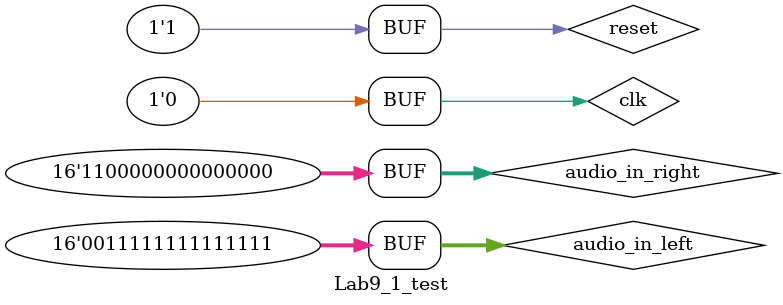
<source format=v>
`timescale 1ns / 1ps


module Lab9_1_test;

	// Inputs
	reg clk;
	reg reset;
	reg [15:0] audio_in_left;
	reg [15:0] audio_in_right;

	// Outputs
	wire audio_appsel;
	wire audio_sysclk;
	wire audio_bck;
	wire audio_ws;
	wire audio_data;

	// Instantiate the Unit Under Test (UUT)
	Lab9_1 uut (
		.clk(clk), 
		.reset(reset), 
		.audio_in_left(audio_in_left), 
		.audio_in_right(audio_in_right), 
		.audio_appsel(audio_appsel), 
		.audio_sysclk(audio_sysclk), 
		.audio_bck(audio_bck), 
		.audio_ws(audio_ws), 
		.audio_data(audio_data)
	);

	initial begin
		// Initialize Inputs
		clk = 0;
		reset = 0;
		audio_in_left = 16'h3FFF;
		audio_in_right = 16'hC000;

		// Wait 100 ns for global reset to finish
		#25 clk =1;
		#25 clk =0;
      #25 clk =1;
		#25 clk =0;reset = 1;  //100 
		// Add stimulus here
		#25 clk =1;
		#25 clk =0;
      #25 clk =1;
		#25 clk =0;//100
		#25 clk =1;
		#25 clk =0;
      #25 clk =1;
		#25 clk =0;//100
		#25 clk =1;
		#25 clk =0;
      #25 clk =1;
		#25 clk =0;//100
		#25 clk =1;
		#25 clk =0;
      #25 clk =1;
		#25 clk =0;//100
		#25 clk =1;
		#25 clk =0;
      #25 clk =1;
		#25 clk =0;//100
		#25 clk =1;
		#25 clk =0;
      #25 clk =1;
		#25 clk =0;//100
		#25 clk =1;
		#25 clk =0;
      #25 clk =1;
		#25 clk =0;//100
		#25 clk =1;
		#25 clk =0;
      #25 clk =1;
		#25 clk =0;//100
		#25 clk =1;
		#25 clk =0;
      #25 clk =1;
		#25 clk =0;//100
		
		#25 clk =1;
		#25 clk =0;
      #25 clk =1;
		#25 clk =0;//100
		#25 clk =1;
		#25 clk =0;
      #25 clk =1;
		#25 clk =0;//100
		#25 clk =1;
		#25 clk =0;
      #25 clk =1;
		#25 clk =0;//100
		#25 clk =1;
		#25 clk =0;
      #25 clk =1;
		#25 clk =0;//100
		#25 clk =1;
		#25 clk =0;
      #25 clk =1;
		#25 clk =0;//100
		#25 clk =1;
		#25 clk =0;
      #25 clk =1;
		#25 clk =0;//100
		#25 clk =1;
		#25 clk =0;
      #25 clk =1;
		#25 clk =0;//100
		#25 clk =1;
		#25 clk =0;
      #25 clk =1;
		#25 clk =0;//100
		#25 clk =1;
		#25 clk =0;
      #25 clk =1;
		#25 clk =0;//100
		#25 clk =1;
		#25 clk =0;
      #25 clk =1;
		#25 clk =0;//1000
		
		#25 clk =1;
		#25 clk =0;
      #25 clk =1;
		#25 clk =0;//100
		#25 clk =1;
		#25 clk =0;
      #25 clk =1;
		#25 clk =0;//100
		#25 clk =1;
		#25 clk =0;
      #25 clk =1;
		#25 clk =0;//100
		#25 clk =1;
		#25 clk =0;
      #25 clk =1;
		#25 clk =0;//100
		#25 clk =1;
		#25 clk =0;
      #25 clk =1;
		#25 clk =0;//100
		#25 clk =1;
		#25 clk =0;
      #25 clk =1;
		#25 clk =0;//100
		#25 clk =1;
		#25 clk =0;
      #25 clk =1;
		#25 clk =0;//100
		#25 clk =1;
		#25 clk =0;
      #25 clk =1;
		#25 clk =0;//100
		#25 clk =1;
		#25 clk =0;
      #25 clk =1;
		#25 clk =0;//100
		#25 clk =1;
		#25 clk =0;
      #25 clk =1;
		#25 clk =0;//1000
		
		#25 clk =1;
		#25 clk =0;
      #25 clk =1;
		#25 clk =0;//100
		#25 clk =1;
		#25 clk =0;
      #25 clk =1;
		#25 clk =0;//100
		#25 clk =1;
		#25 clk =0;
      #25 clk =1;
		#25 clk =0;//100
		#25 clk =1;
		#25 clk =0;
      #25 clk =1;
		#25 clk =0;//100
		#25 clk =1;
		#25 clk =0;
      #25 clk =1;
		#25 clk =0;//100
		#25 clk =1;
		#25 clk =0;
      #25 clk =1;
		#25 clk =0;//100
		#25 clk =1;
		#25 clk =0;
      #25 clk =1;
		#25 clk =0;//100
		#25 clk =1;
		#25 clk =0;
      #25 clk =1;
		#25 clk =0;//100
		#25 clk =1;
		#25 clk =0;
      #25 clk =1;
		#25 clk =0;//100
		#25 clk =1;
		#25 clk =0;
      #25 clk =1;
		#25 clk =0;//1000
		
		#25 clk =1;
		#25 clk =0;
      #25 clk =1;
		#25 clk =0;//100
		#25 clk =1;
		#25 clk =0;
      #25 clk =1;
		#25 clk =0;//100
		#25 clk =1;
		#25 clk =0;
      #25 clk =1;
		#25 clk =0;//100
		#25 clk =1;
		#25 clk =0;
      #25 clk =1;
		#25 clk =0;//100
		#25 clk =1;
		#25 clk =0;
      #25 clk =1;
		#25 clk =0;//100
		#25 clk =1;
		#25 clk =0;
      #25 clk =1;
		#25 clk =0;//100
		#25 clk =1;
		#25 clk =0;
      #25 clk =1;
		#25 clk =0;//100
		#25 clk =1;
		#25 clk =0;
      #25 clk =1;
		#25 clk =0;//100
		#25 clk =1;
		#25 clk =0;
      #25 clk =1;
		#25 clk =0;//100
		#25 clk =1;
		#25 clk =0;
      #25 clk =1;
		#25 clk =0;//1000
		
		#25 clk =1;
		#25 clk =0;
      #25 clk =1;
		#25 clk =0;//100
		#25 clk =1;
		#25 clk =0;
      #25 clk =1;
		#25 clk =0;//100
		#25 clk =1;
		#25 clk =0;
      #25 clk =1;
		#25 clk =0;//100
		#25 clk =1;
		#25 clk =0;
      #25 clk =1;
		#25 clk =0;//100
		#25 clk =1;
		#25 clk =0;
      #25 clk =1;
		#25 clk =0;//100
		#25 clk =1;
		#25 clk =0;
      #25 clk =1;
		#25 clk =0;//100
		#25 clk =1;
		#25 clk =0;
      #25 clk =1;
		#25 clk =0;//100
		#25 clk =1;
		#25 clk =0;
      #25 clk =1;
		#25 clk =0;//100
		#25 clk =1;
		#25 clk =0;
      #25 clk =1;
		#25 clk =0;//100
		#25 clk =1;
		#25 clk =0;
      #25 clk =1;
		#25 clk =0;//1000
		
		#25 clk =1;
		#25 clk =0;
      #25 clk =1;
		#25 clk =0;//100
		#25 clk =1;
		#25 clk =0;
      #25 clk =1;
		#25 clk =0;//100
		#25 clk =1;
		#25 clk =0;
      #25 clk =1;
		#25 clk =0;//100
		#25 clk =1;
		#25 clk =0;
      #25 clk =1;
		#25 clk =0;//100
		#25 clk =1;
		#25 clk =0;
      #25 clk =1;
		#25 clk =0;//100
		#25 clk =1;
		#25 clk =0;
      #25 clk =1;
		#25 clk =0;//100
		#25 clk =1;
		#25 clk =0;
      #25 clk =1;
		#25 clk =0;//100
		#25 clk =1;
		#25 clk =0;
      #25 clk =1;
		#25 clk =0;//100
		#25 clk =1;
		#25 clk =0;
      #25 clk =1;
		#25 clk =0;//100
		#25 clk =1;
		#25 clk =0;
      #25 clk =1;
		#25 clk =0;//1000
		
		#25 clk =1;
		#25 clk =0;
      #25 clk =1;
		#25 clk =0;//100
		#25 clk =1;
		#25 clk =0;
      #25 clk =1;
		#25 clk =0;//100
		#25 clk =1;
		#25 clk =0;
      #25 clk =1;
		#25 clk =0;//100
		#25 clk =1;
		#25 clk =0;
      #25 clk =1;
		#25 clk =0;//100
		#25 clk =1;
		#25 clk =0;
      #25 clk =1;
		#25 clk =0;//100
		#25 clk =1;
		#25 clk =0;
      #25 clk =1;
		#25 clk =0;//100
		#25 clk =1;
		#25 clk =0;
      #25 clk =1;
		#25 clk =0;//100
		#25 clk =1;
		#25 clk =0;
      #25 clk =1;
		#25 clk =0;//100
		#25 clk =1;
		#25 clk =0;
      #25 clk =1;
		#25 clk =0;//100
		#25 clk =1;
		#25 clk =0;
      #25 clk =1;
		#25 clk =0;//1000
		
		#25 clk =1;
		#25 clk =0;
      #25 clk =1;
		#25 clk =0;//100
		#25 clk =1;
		#25 clk =0;
      #25 clk =1;
		#25 clk =0;//100
		#25 clk =1;
		#25 clk =0;
      #25 clk =1;
		#25 clk =0;//100
		#25 clk =1;
		#25 clk =0;
      #25 clk =1;
		#25 clk =0;//100
		#25 clk =1;
		#25 clk =0;
      #25 clk =1;
		#25 clk =0;//100
		#25 clk =1;
		#25 clk =0;
      #25 clk =1;
		#25 clk =0;//100
		#25 clk =1;
		#25 clk =0;
      #25 clk =1;
		#25 clk =0;//100
		#25 clk =1;
		#25 clk =0;
      #25 clk =1;
		#25 clk =0;//100
		#25 clk =1;
		#25 clk =0;
      #25 clk =1;
		#25 clk =0;//100
		#25 clk =1;
		#25 clk =0;
      #25 clk =1;
		#25 clk =0;//1000
		
		#25 clk =1;
		#25 clk =0;
      #25 clk =1;
		#25 clk =0;//100
		#25 clk =1;
		#25 clk =0;
      #25 clk =1;
		#25 clk =0;//100
		#25 clk =1;
		#25 clk =0;
      #25 clk =1;
		#25 clk =0;//100
		#25 clk =1;
		#25 clk =0;
      #25 clk =1;
		#25 clk =0;//100
		#25 clk =1;
		#25 clk =0;
      #25 clk =1;
		#25 clk =0;//100
		#25 clk =1;
		#25 clk =0;
      #25 clk =1;
		#25 clk =0;//100
		#25 clk =1;
		#25 clk =0;
      #25 clk =1;
		#25 clk =0;//100
		#25 clk =1;
		#25 clk =0;
      #25 clk =1;
		#25 clk =0;//100
		#25 clk =1;
		#25 clk =0;
      #25 clk =1;
		#25 clk =0;//100
		#25 clk =1;
		#25 clk =0;
      #25 clk =1;
		#25 clk =0;//1000
		
		#25 clk =1;
		#25 clk =0;
      #25 clk =1;
		#25 clk =0;//100
		#25 clk =1;
		#25 clk =0;
      #25 clk =1;
		#25 clk =0;//100
		#25 clk =1;
		#25 clk =0;
      #25 clk =1;
		#25 clk =0;//100
		#25 clk =1;
		#25 clk =0;
      #25 clk =1;
		#25 clk =0;//100
		#25 clk =1;
		#25 clk =0;
      #25 clk =1;
		#25 clk =0;//100
		#25 clk =1;
		#25 clk =0;
      #25 clk =1;
		#25 clk =0;//100
		#25 clk =1;
		#25 clk =0;
      #25 clk =1;
		#25 clk =0;//100
		#25 clk =1;
		#25 clk =0;
      #25 clk =1;
		#25 clk =0;//100
		#25 clk =1;
		#25 clk =0;
      #25 clk =1;
		#25 clk =0;//100
		#25 clk =1;
		#25 clk =0;
      #25 clk =1;
		#25 clk =0;//1000
		
		#25 clk =1;
		#25 clk =0;
      #25 clk =1;
		#25 clk =0;//100
		#25 clk =1;
		#25 clk =0;
      #25 clk =1;
		#25 clk =0;//100
		#25 clk =1;
		#25 clk =0;
      #25 clk =1;
		#25 clk =0;//100
		#25 clk =1;
		#25 clk =0;
      #25 clk =1;
		#25 clk =0;//100
		#25 clk =1;
		#25 clk =0;
      #25 clk =1;
		#25 clk =0;//100
		#25 clk =1;
		#25 clk =0;
      #25 clk =1;
		#25 clk =0;//100
		#25 clk =1;
		#25 clk =0;
      #25 clk =1;
		#25 clk =0;//100
		#25 clk =1;
		#25 clk =0;
      #25 clk =1;
		#25 clk =0;//100
		#25 clk =1;
		#25 clk =0;
      #25 clk =1;
		#25 clk =0;//100
		#25 clk =1;
		#25 clk =0;
      #25 clk =1;
		#25 clk =0;//1000
		
		#25 clk =1;
		#25 clk =0;
      #25 clk =1;
		#25 clk =0;//100
		#25 clk =1;
		#25 clk =0;
      #25 clk =1;
		#25 clk =0;//100
		#25 clk =1;
		#25 clk =0;
      #25 clk =1;
		#25 clk =0;//100
		#25 clk =1;
		#25 clk =0;
      #25 clk =1;
		#25 clk =0;//100
		#25 clk =1;
		#25 clk =0;
      #25 clk =1;
		#25 clk =0;//100
		#25 clk =1;
		#25 clk =0;
      #25 clk =1;
		#25 clk =0;//100
		#25 clk =1;
		#25 clk =0;
      #25 clk =1;
		#25 clk =0;//100
		#25 clk =1;
		#25 clk =0;
      #25 clk =1;
		#25 clk =0;//100
		#25 clk =1;
		#25 clk =0;
      #25 clk =1;
		#25 clk =0;//100
		#25 clk =1;
		#25 clk =0;
      #25 clk =1;
		#25 clk =0;//1000
		
		#25 clk =1;
		#25 clk =0;
      #25 clk =1;
		#25 clk =0;//100
		#25 clk =1;
		#25 clk =0;
      #25 clk =1;
		#25 clk =0;//100
		#25 clk =1;
		#25 clk =0;
      #25 clk =1;
		#25 clk =0;//100
		#25 clk =1;
		#25 clk =0;
      #25 clk =1;
		#25 clk =0;//100
		#25 clk =1;
		#25 clk =0;
      #25 clk =1;
		#25 clk =0;//100
		#25 clk =1;
		#25 clk =0;
      #25 clk =1;
		#25 clk =0;//100
		#25 clk =1;
		#25 clk =0;
      #25 clk =1;
		#25 clk =0;//100
		#25 clk =1;
		#25 clk =0;
      #25 clk =1;
		#25 clk =0;//100
		#25 clk =1;
		#25 clk =0;
      #25 clk =1;
		#25 clk =0;//100
		#25 clk =1;
		#25 clk =0;
      #25 clk =1;
		#25 clk =0;//1000
		
		#25 clk =1;
		#25 clk =0;
      #25 clk =1;
		#25 clk =0;//100
		#25 clk =1;
		#25 clk =0;
      #25 clk =1;
		#25 clk =0;//100
		#25 clk =1;
		#25 clk =0;
      #25 clk =1;
		#25 clk =0;//100
		#25 clk =1;
		#25 clk =0;
      #25 clk =1;
		#25 clk =0;//100
		#25 clk =1;
		#25 clk =0;
      #25 clk =1;
		#25 clk =0;//100
		#25 clk =1;
		#25 clk =0;
      #25 clk =1;
		#25 clk =0;//100
		#25 clk =1;
		#25 clk =0;
      #25 clk =1;
		#25 clk =0;//100
		#25 clk =1;
		#25 clk =0;
      #25 clk =1;
		#25 clk =0;//100
		#25 clk =1;
		#25 clk =0;
      #25 clk =1;
		#25 clk =0;//100
		#25 clk =1;
		#25 clk =0;
      #25 clk =1;
		#25 clk =0;//1000
		
		#25 clk =1;
		#25 clk =0;
      #25 clk =1;
		#25 clk =0;//100
		#25 clk =1;
		#25 clk =0;
      #25 clk =1;
		#25 clk =0;//100
		#25 clk =1;
		#25 clk =0;
      #25 clk =1;
		#25 clk =0;//100
		#25 clk =1;
		#25 clk =0;
      #25 clk =1;
		#25 clk =0;//100
		#25 clk =1;
		#25 clk =0;
      #25 clk =1;
		#25 clk =0;//100
		#25 clk =1;
		#25 clk =0;
      #25 clk =1;
		#25 clk =0;//100
		#25 clk =1;
		#25 clk =0;
      #25 clk =1;
		#25 clk =0;//100
		#25 clk =1;
		#25 clk =0;
      #25 clk =1;
		#25 clk =0;//100
		#25 clk =1;
		#25 clk =0;
      #25 clk =1;
		#25 clk =0;//100
		#25 clk =1;
		#25 clk =0;
      #25 clk =1;
		#25 clk =0;//1000
		
		#25 clk =1;
		#25 clk =0;
      #25 clk =1;
		#25 clk =0;//100
		#25 clk =1;
		#25 clk =0;
      #25 clk =1;
		#25 clk =0;//100
		#25 clk =1;
		#25 clk =0;
      #25 clk =1;
		#25 clk =0;//100
		#25 clk =1;
		#25 clk =0;
      #25 clk =1;
		#25 clk =0;//100
		#25 clk =1;
		#25 clk =0;
      #25 clk =1;
		#25 clk =0;//100
		#25 clk =1;
		#25 clk =0;
      #25 clk =1;
		#25 clk =0;//100
		#25 clk =1;
		#25 clk =0;
      #25 clk =1;
		#25 clk =0;//100
		#25 clk =1;
		#25 clk =0;
      #25 clk =1;
		#25 clk =0;//100
		#25 clk =1;
		#25 clk =0;
      #25 clk =1;
		#25 clk =0;//100
		#25 clk =1;
		#25 clk =0;
      #25 clk =1;
		#25 clk =0;//1000
		
		#25 clk =1;
		#25 clk =0;
      #25 clk =1;
		#25 clk =0;//100
		#25 clk =1;
		#25 clk =0;
      #25 clk =1;
		#25 clk =0;//100
		#25 clk =1;
		#25 clk =0;
      #25 clk =1;
		#25 clk =0;//100
		#25 clk =1;
		#25 clk =0;
      #25 clk =1;
		#25 clk =0;//100
		#25 clk =1;
		#25 clk =0;
      #25 clk =1;
		#25 clk =0;//100
		#25 clk =1;
		#25 clk =0;
      #25 clk =1;
		#25 clk =0;//100
		#25 clk =1;
		#25 clk =0;
      #25 clk =1;
		#25 clk =0;//100
		#25 clk =1;
		#25 clk =0;
      #25 clk =1;
		#25 clk =0;//100
		#25 clk =1;
		#25 clk =0;
      #25 clk =1;
		#25 clk =0;//100
		#25 clk =1;
		#25 clk =0;
      #25 clk =1;
		#25 clk =0;//1000
		
		#25 clk =1;
		#25 clk =0;
      #25 clk =1;
		#25 clk =0;//100
		#25 clk =1;
		#25 clk =0;
      #25 clk =1;
		#25 clk =0;//100
		#25 clk =1;
		#25 clk =0;
      #25 clk =1;
		#25 clk =0;//100
		#25 clk =1;
		#25 clk =0;
      #25 clk =1;
		#25 clk =0;//100
		#25 clk =1;
		#25 clk =0;
      #25 clk =1;
		#25 clk =0;//100
		#25 clk =1;
		#25 clk =0;
      #25 clk =1;
		#25 clk =0;//100
		#25 clk =1;
		#25 clk =0;
      #25 clk =1;
		#25 clk =0;//100
		#25 clk =1;
		#25 clk =0;
      #25 clk =1;
		#25 clk =0;//100
		#25 clk =1;
		#25 clk =0;
      #25 clk =1;
		#25 clk =0;//100
		#25 clk =1;
		#25 clk =0;
      #25 clk =1;
		#25 clk =0;//1000
		
		#25 clk =1;
		#25 clk =0;
      #25 clk =1;
		#25 clk =0;//100
		#25 clk =1;
		#25 clk =0;
      #25 clk =1;
		#25 clk =0;//100
		#25 clk =1;
		#25 clk =0;
      #25 clk =1;
		#25 clk =0;//100
		#25 clk =1;
		#25 clk =0;
      #25 clk =1;
		#25 clk =0;//100
		#25 clk =1;
		#25 clk =0;
      #25 clk =1;
		#25 clk =0;//100
		#25 clk =1;
		#25 clk =0;
      #25 clk =1;
		#25 clk =0;//100
		#25 clk =1;
		#25 clk =0;
      #25 clk =1;
		#25 clk =0;//100
		#25 clk =1;
		#25 clk =0;
      #25 clk =1;
		#25 clk =0;//100
		#25 clk =1;
		#25 clk =0;
      #25 clk =1;
		#25 clk =0;//100
		#25 clk =1;
		#25 clk =0;
      #25 clk =1;
		#25 clk =0;//1000
		
		#25 clk =1;
		#25 clk =0;
      #25 clk =1;
		#25 clk =0;//100
		#25 clk =1;
		#25 clk =0;
      #25 clk =1;
		#25 clk =0;//100
		#25 clk =1;
		#25 clk =0;
      #25 clk =1;
		#25 clk =0;//100
		#25 clk =1;
		#25 clk =0;
      #25 clk =1;
		#25 clk =0;//100
		#25 clk =1;
		#25 clk =0;
      #25 clk =1;
		#25 clk =0;//100
		#25 clk =1;
		#25 clk =0;
      #25 clk =1;
		#25 clk =0;//100
		#25 clk =1;
		#25 clk =0;
      #25 clk =1;
		#25 clk =0;//100
		#25 clk =1;
		#25 clk =0;
      #25 clk =1;
		#25 clk =0;//100
		#25 clk =1;
		#25 clk =0;
      #25 clk =1;
		#25 clk =0;//100
		#25 clk =1;
		#25 clk =0;
      #25 clk =1;
		#25 clk =0;//1000
		
		#25 clk =1;
		#25 clk =0;
      #25 clk =1;
		#25 clk =0;//100
		#25 clk =1;
		#25 clk =0;
      #25 clk =1;
		#25 clk =0;//100
		#25 clk =1;
		#25 clk =0;
      #25 clk =1;
		#25 clk =0;//100
		#25 clk =1;
		#25 clk =0;
      #25 clk =1;
		#25 clk =0;//100
		#25 clk =1;
		#25 clk =0;
      #25 clk =1;
		#25 clk =0;//100
		#25 clk =1;
		#25 clk =0;
      #25 clk =1;
		#25 clk =0;//100
		#25 clk =1;
		#25 clk =0;
      #25 clk =1;
		#25 clk =0;//100
		#25 clk =1;
		#25 clk =0;
      #25 clk =1;
		#25 clk =0;//100
		#25 clk =1;
		#25 clk =0;
      #25 clk =1;
		#25 clk =0;//100
		#25 clk =1;
		#25 clk =0;
      #25 clk =1;
		#25 clk =0;//1000
		
		#25 clk =1;
		#25 clk =0;
      #25 clk =1;
		#25 clk =0;//100
		#25 clk =1;
		#25 clk =0;
      #25 clk =1;
		#25 clk =0;//100
		#25 clk =1;
		#25 clk =0;
      #25 clk =1;
		#25 clk =0;//100
		#25 clk =1;
		#25 clk =0;
      #25 clk =1;
		#25 clk =0;//100
		#25 clk =1;
		#25 clk =0;
      #25 clk =1;
		#25 clk =0;//100
		#25 clk =1;
		#25 clk =0;
      #25 clk =1;
		#25 clk =0;//100
		#25 clk =1;
		#25 clk =0;
      #25 clk =1;
		#25 clk =0;//100
		#25 clk =1;
		#25 clk =0;
      #25 clk =1;
		#25 clk =0;//100
		#25 clk =1;
		#25 clk =0;
      #25 clk =1;
		#25 clk =0;//100
		#25 clk =1;
		#25 clk =0;
      #25 clk =1;
		#25 clk =0;//1000
		
		#25 clk =1;
		#25 clk =0;
      #25 clk =1;
		#25 clk =0;//100
		#25 clk =1;
		#25 clk =0;
      #25 clk =1;
		#25 clk =0;//100
		#25 clk =1;
		#25 clk =0;
      #25 clk =1;
		#25 clk =0;//100
		#25 clk =1;
		#25 clk =0;
      #25 clk =1;
		#25 clk =0;//100
		#25 clk =1;
		#25 clk =0;
      #25 clk =1;
		#25 clk =0;//100
		#25 clk =1;
		#25 clk =0;
      #25 clk =1;
		#25 clk =0;//100
		#25 clk =1;
		#25 clk =0;
      #25 clk =1;
		#25 clk =0;//100
		#25 clk =1;
		#25 clk =0;
      #25 clk =1;
		#25 clk =0;//100
		#25 clk =1;
		#25 clk =0;
      #25 clk =1;
		#25 clk =0;//100
		#25 clk =1;
		#25 clk =0;
      #25 clk =1;
		#25 clk =0;//1000
		
		#25 clk =1;
		#25 clk =0;
      #25 clk =1;
		#25 clk =0;//100
		#25 clk =1;
		#25 clk =0;
      #25 clk =1;
		#25 clk =0;//100
		#25 clk =1;
		#25 clk =0;
      #25 clk =1;
		#25 clk =0;//100
		#25 clk =1;
		#25 clk =0;
      #25 clk =1;
		#25 clk =0;//100
		#25 clk =1;
		#25 clk =0;
      #25 clk =1;
		#25 clk =0;//100
		#25 clk =1;
		#25 clk =0;
      #25 clk =1;
		#25 clk =0;//100
		#25 clk =1;
		#25 clk =0;
      #25 clk =1;
		#25 clk =0;//100
		#25 clk =1;
		#25 clk =0;
      #25 clk =1;
		#25 clk =0;//100
		#25 clk =1;
		#25 clk =0;
      #25 clk =1;
		#25 clk =0;//100
		#25 clk =1;
		#25 clk =0;
      #25 clk =1;
		#25 clk =0;//1000
		
		#25 clk =1;
		#25 clk =0;
      #25 clk =1;
		#25 clk =0;//100
		#25 clk =1;
		#25 clk =0;
      #25 clk =1;
		#25 clk =0;//100
		#25 clk =1;
		#25 clk =0;
      #25 clk =1;
		#25 clk =0;//100
		#25 clk =1;
		#25 clk =0;
      #25 clk =1;
		#25 clk =0;//100
		#25 clk =1;
		#25 clk =0;
      #25 clk =1;
		#25 clk =0;//100
		#25 clk =1;
		#25 clk =0;
      #25 clk =1;
		#25 clk =0;//100
		#25 clk =1;
		#25 clk =0;
      #25 clk =1;
		#25 clk =0;//100
		#25 clk =1;
		#25 clk =0;
      #25 clk =1;
		#25 clk =0;//100
		#25 clk =1;
		#25 clk =0;
      #25 clk =1;
		#25 clk =0;//100
		#25 clk =1;
		#25 clk =0;
      #25 clk =1;
		#25 clk =0;//1000
		
		#25 clk =1;
		#25 clk =0;
      #25 clk =1;
		#25 clk =0;//100
		#25 clk =1;
		#25 clk =0;
      #25 clk =1;
		#25 clk =0;//100
		#25 clk =1;
		#25 clk =0;
      #25 clk =1;
		#25 clk =0;//100
		#25 clk =1;
		#25 clk =0;
      #25 clk =1;
		#25 clk =0;//100
		#25 clk =1;
		#25 clk =0;
      #25 clk =1;
		#25 clk =0;//100
		#25 clk =1;
		#25 clk =0;
      #25 clk =1;
		#25 clk =0;//100
		#25 clk =1;
		#25 clk =0;
      #25 clk =1;
		#25 clk =0;//100
		#25 clk =1;
		#25 clk =0;
      #25 clk =1;
		#25 clk =0;//100
		#25 clk =1;
		#25 clk =0;
      #25 clk =1;
		#25 clk =0;//100
		#25 clk =1;
		#25 clk =0;
      #25 clk =1;
		#25 clk =0;//1000
		
		#25 clk =1;
		#25 clk =0;
      #25 clk =1;
		#25 clk =0;//100
		#25 clk =1;
		#25 clk =0;
      #25 clk =1;
		#25 clk =0;//100
		#25 clk =1;
		#25 clk =0;
      #25 clk =1;
		#25 clk =0;//100
		#25 clk =1;
		#25 clk =0;
      #25 clk =1;
		#25 clk =0;//100
		#25 clk =1;
		#25 clk =0;
      #25 clk =1;
		#25 clk =0;//100
		#25 clk =1;
		#25 clk =0;
      #25 clk =1;
		#25 clk =0;//100
		#25 clk =1;
		#25 clk =0;
      #25 clk =1;
		#25 clk =0;//100
		#25 clk =1;
		#25 clk =0;
      #25 clk =1;
		#25 clk =0;//100
		#25 clk =1;
		#25 clk =0;
      #25 clk =1;
		#25 clk =0;//100
		#25 clk =1;
		#25 clk =0;
      #25 clk =1;
		#25 clk =0;//1000
		
		#25 clk =1;
		#25 clk =0;
      #25 clk =1;
		#25 clk =0;//100
		#25 clk =1;
		#25 clk =0;
      #25 clk =1;
		#25 clk =0;//100
		#25 clk =1;
		#25 clk =0;
      #25 clk =1;
		#25 clk =0;//100
		#25 clk =1;
		#25 clk =0;
      #25 clk =1;
		#25 clk =0;//100
		#25 clk =1;
		#25 clk =0;
      #25 clk =1;
		#25 clk =0;//100
		#25 clk =1;
		#25 clk =0;
      #25 clk =1;
		#25 clk =0;//100
		#25 clk =1;
		#25 clk =0;
      #25 clk =1;
		#25 clk =0;//100
		#25 clk =1;
		#25 clk =0;
      #25 clk =1;
		#25 clk =0;//100
		#25 clk =1;
		#25 clk =0;
      #25 clk =1;
		#25 clk =0;//100
		#25 clk =1;
		#25 clk =0;
      #25 clk =1;
		#25 clk =0;//1000

#25 clk =1;
		#25 clk =0;
      #25 clk =1;
		#25 clk =0;//100
		#25 clk =1;
		#25 clk =0;
      #25 clk =1;
		#25 clk =0;//100
		#25 clk =1;
		#25 clk =0;
      #25 clk =1;
		#25 clk =0;//100
		#25 clk =1;
		#25 clk =0;
      #25 clk =1;
		#25 clk =0;//100
		#25 clk =1;
		#25 clk =0;
      #25 clk =1;
		#25 clk =0;//100
		#25 clk =1;
		#25 clk =0;
      #25 clk =1;
		#25 clk =0;//100
		#25 clk =1;
		#25 clk =0;
      #25 clk =1;
		#25 clk =0;//100
		#25 clk =1;
		#25 clk =0;
      #25 clk =1;
		#25 clk =0;//100
		#25 clk =1;
		#25 clk =0;
      #25 clk =1;
		#25 clk =0;//100
		
		#25 clk =1;
		#25 clk =0;
      #25 clk =1;
		#25 clk =0;//100
		#25 clk =1;
		#25 clk =0;
      #25 clk =1;
		#25 clk =0;//100
		#25 clk =1;
		#25 clk =0;
      #25 clk =1;
		#25 clk =0;//100
		#25 clk =1;
		#25 clk =0;
      #25 clk =1;
		#25 clk =0;//100
		#25 clk =1;
		#25 clk =0;
      #25 clk =1;
		#25 clk =0;//100
		#25 clk =1;
		#25 clk =0;
      #25 clk =1;
		#25 clk =0;//100
		#25 clk =1;
		#25 clk =0;
      #25 clk =1;
		#25 clk =0;//100
		#25 clk =1;
		#25 clk =0;
      #25 clk =1;
		#25 clk =0;//100
		#25 clk =1;
		#25 clk =0;
      #25 clk =1;
		#25 clk =0;//100
		#25 clk =1;
		#25 clk =0;
      #25 clk =1;
		#25 clk =0;//1000
		
		#25 clk =1;
		#25 clk =0;
      #25 clk =1;
		#25 clk =0;//100
		#25 clk =1;
		#25 clk =0;
      #25 clk =1;
		#25 clk =0;//100
		#25 clk =1;
		#25 clk =0;
      #25 clk =1;
		#25 clk =0;//100
		#25 clk =1;
		#25 clk =0;
      #25 clk =1;
		#25 clk =0;//100
		#25 clk =1;
		#25 clk =0;
      #25 clk =1;
		#25 clk =0;//100
		#25 clk =1;
		#25 clk =0;
      #25 clk =1;
		#25 clk =0;//100
		#25 clk =1;
		#25 clk =0;
      #25 clk =1;
		#25 clk =0;//100
		#25 clk =1;
		#25 clk =0;
      #25 clk =1;
		#25 clk =0;//100
		#25 clk =1;
		#25 clk =0;
      #25 clk =1;
		#25 clk =0;//100
		#25 clk =1;
		#25 clk =0;
      #25 clk =1;
		#25 clk =0;//1000
		
		#25 clk =1;
		#25 clk =0;
      #25 clk =1;
		#25 clk =0;//100
		#25 clk =1;
		#25 clk =0;
      #25 clk =1;
		#25 clk =0;//100
		#25 clk =1;
		#25 clk =0;
      #25 clk =1;
		#25 clk =0;//100
		#25 clk =1;
		#25 clk =0;
      #25 clk =1;
		#25 clk =0;//100
		#25 clk =1;
		#25 clk =0;
      #25 clk =1;
		#25 clk =0;//100
		#25 clk =1;
		#25 clk =0;
      #25 clk =1;
		#25 clk =0;//100
		#25 clk =1;
		#25 clk =0;
      #25 clk =1;
		#25 clk =0;//100
		#25 clk =1;
		#25 clk =0;
      #25 clk =1;
		#25 clk =0;//100
		#25 clk =1;
		#25 clk =0;
      #25 clk =1;
		#25 clk =0;//100
		#25 clk =1;
		#25 clk =0;
      #25 clk =1;
		#25 clk =0;//1000
		
		#25 clk =1;
		#25 clk =0;
      #25 clk =1;
		#25 clk =0;//100
		#25 clk =1;
		#25 clk =0;
      #25 clk =1;
		#25 clk =0;//100
		#25 clk =1;
		#25 clk =0;
      #25 clk =1;
		#25 clk =0;//100
		#25 clk =1;
		#25 clk =0;
      #25 clk =1;
		#25 clk =0;//100
		#25 clk =1;
		#25 clk =0;
      #25 clk =1;
		#25 clk =0;//100
		#25 clk =1;
		#25 clk =0;
      #25 clk =1;
		#25 clk =0;//100
		#25 clk =1;
		#25 clk =0;
      #25 clk =1;
		#25 clk =0;//100
		#25 clk =1;
		#25 clk =0;
      #25 clk =1;
		#25 clk =0;//100
		#25 clk =1;
		#25 clk =0;
      #25 clk =1;
		#25 clk =0;//100
		#25 clk =1;
		#25 clk =0;
      #25 clk =1;
		#25 clk =0;//1000
		
		#25 clk =1;
		#25 clk =0;
      #25 clk =1;
		#25 clk =0;//100
		#25 clk =1;
		#25 clk =0;
      #25 clk =1;
		#25 clk =0;//100
		#25 clk =1;
		#25 clk =0;
      #25 clk =1;
		#25 clk =0;//100
		#25 clk =1;
		#25 clk =0;
      #25 clk =1;
		#25 clk =0;//100
		#25 clk =1;
		#25 clk =0;
      #25 clk =1;
		#25 clk =0;//100
		#25 clk =1;
		#25 clk =0;
      #25 clk =1;
		#25 clk =0;//100
		#25 clk =1;
		#25 clk =0;
      #25 clk =1;
		#25 clk =0;//100
		#25 clk =1;
		#25 clk =0;
      #25 clk =1;
		#25 clk =0;//100
		#25 clk =1;
		#25 clk =0;
      #25 clk =1;
		#25 clk =0;//100
		#25 clk =1;
		#25 clk =0;
      #25 clk =1;
		#25 clk =0;//1000
		
		#25 clk =1;
		#25 clk =0;
      #25 clk =1;
		#25 clk =0;//100
		#25 clk =1;
		#25 clk =0;
      #25 clk =1;
		#25 clk =0;//100
		#25 clk =1;
		#25 clk =0;
      #25 clk =1;
		#25 clk =0;//100
		#25 clk =1;
		#25 clk =0;
      #25 clk =1;
		#25 clk =0;//100
		#25 clk =1;
		#25 clk =0;
      #25 clk =1;
		#25 clk =0;//100
		#25 clk =1;
		#25 clk =0;
      #25 clk =1;
		#25 clk =0;//100
		#25 clk =1;
		#25 clk =0;
      #25 clk =1;
		#25 clk =0;//100
		#25 clk =1;
		#25 clk =0;
      #25 clk =1;
		#25 clk =0;//100
		#25 clk =1;
		#25 clk =0;
      #25 clk =1;
		#25 clk =0;//100
		#25 clk =1;
		#25 clk =0;
      #25 clk =1;
		#25 clk =0;//1000
		
		#25 clk =1;
		#25 clk =0;
      #25 clk =1;
		#25 clk =0;//100
		#25 clk =1;
		#25 clk =0;
      #25 clk =1;
		#25 clk =0;//100
		#25 clk =1;
		#25 clk =0;
      #25 clk =1;
		#25 clk =0;//100
		#25 clk =1;
		#25 clk =0;
      #25 clk =1;
		#25 clk =0;//100
		#25 clk =1;
		#25 clk =0;
      #25 clk =1;
		#25 clk =0;//100
		#25 clk =1;
		#25 clk =0;
      #25 clk =1;
		#25 clk =0;//100
		#25 clk =1;
		#25 clk =0;
      #25 clk =1;
		#25 clk =0;//100
		#25 clk =1;
		#25 clk =0;
      #25 clk =1;
		#25 clk =0;//100
		#25 clk =1;
		#25 clk =0;
      #25 clk =1;
		#25 clk =0;//100
		#25 clk =1;
		#25 clk =0;
      #25 clk =1;
		#25 clk =0;//1000
		
		#25 clk =1;
		#25 clk =0;
      #25 clk =1;
		#25 clk =0;//100
		#25 clk =1;
		#25 clk =0;
      #25 clk =1;
		#25 clk =0;//100
		#25 clk =1;
		#25 clk =0;
      #25 clk =1;
		#25 clk =0;//100
		#25 clk =1;
		#25 clk =0;
      #25 clk =1;
		#25 clk =0;//100
		#25 clk =1;
		#25 clk =0;
      #25 clk =1;
		#25 clk =0;//100
		#25 clk =1;
		#25 clk =0;
      #25 clk =1;
		#25 clk =0;//100
		#25 clk =1;
		#25 clk =0;
      #25 clk =1;
		#25 clk =0;//100
		#25 clk =1;
		#25 clk =0;
      #25 clk =1;
		#25 clk =0;//100
		#25 clk =1;
		#25 clk =0;
      #25 clk =1;
		#25 clk =0;//100
		#25 clk =1;
		#25 clk =0;
      #25 clk =1;
		#25 clk =0;//1000
		
		#25 clk =1;
		#25 clk =0;
      #25 clk =1;
		#25 clk =0;//100
		#25 clk =1;
		#25 clk =0;
      #25 clk =1;
		#25 clk =0;//100
		#25 clk =1;
		#25 clk =0;
      #25 clk =1;
		#25 clk =0;//100
		#25 clk =1;
		#25 clk =0;
      #25 clk =1;
		#25 clk =0;//100
		#25 clk =1;
		#25 clk =0;
      #25 clk =1;
		#25 clk =0;//100
		#25 clk =1;
		#25 clk =0;
      #25 clk =1;
		#25 clk =0;//100
		#25 clk =1;
		#25 clk =0;
      #25 clk =1;
		#25 clk =0;//100
		#25 clk =1;
		#25 clk =0;
      #25 clk =1;
		#25 clk =0;//100
		#25 clk =1;
		#25 clk =0;
      #25 clk =1;
		#25 clk =0;//100
		#25 clk =1;
		#25 clk =0;
      #25 clk =1;
		#25 clk =0;//1000
		
		#25 clk =1;
		#25 clk =0;
      #25 clk =1;
		#25 clk =0;//100
		#25 clk =1;
		#25 clk =0;
      #25 clk =1;
		#25 clk =0;//100
		#25 clk =1;
		#25 clk =0;
      #25 clk =1;
		#25 clk =0;//100
		#25 clk =1;
		#25 clk =0;
      #25 clk =1;
		#25 clk =0;//100
		#25 clk =1;
		#25 clk =0;
      #25 clk =1;
		#25 clk =0;//100
		#25 clk =1;
		#25 clk =0;
      #25 clk =1;
		#25 clk =0;//100
		#25 clk =1;
		#25 clk =0;
      #25 clk =1;
		#25 clk =0;//100
		#25 clk =1;
		#25 clk =0;
      #25 clk =1;
		#25 clk =0;//100
		#25 clk =1;
		#25 clk =0;
      #25 clk =1;
		#25 clk =0;//100
		#25 clk =1;
		#25 clk =0;
      #25 clk =1;
		#25 clk =0;//1000
		
		#25 clk =1;
		#25 clk =0;
      #25 clk =1;
		#25 clk =0;//100
		#25 clk =1;
		#25 clk =0;
      #25 clk =1;
		#25 clk =0;//100
		#25 clk =1;
		#25 clk =0;
      #25 clk =1;
		#25 clk =0;//100
		#25 clk =1;
		#25 clk =0;
      #25 clk =1;
		#25 clk =0;//100
		#25 clk =1;
		#25 clk =0;
      #25 clk =1;
		#25 clk =0;//100
		#25 clk =1;
		#25 clk =0;
      #25 clk =1;
		#25 clk =0;//100
		#25 clk =1;
		#25 clk =0;
      #25 clk =1;
		#25 clk =0;//100
		#25 clk =1;
		#25 clk =0;
      #25 clk =1;
		#25 clk =0;//100
		#25 clk =1;
		#25 clk =0;
      #25 clk =1;
		#25 clk =0;//100
		#25 clk =1;
		#25 clk =0;
      #25 clk =1;
		#25 clk =0;//1000
		
		#25 clk =1;
		#25 clk =0;
      #25 clk =1;
		#25 clk =0;//100
		#25 clk =1;
		#25 clk =0;
      #25 clk =1;
		#25 clk =0;//100
		#25 clk =1;
		#25 clk =0;
      #25 clk =1;
		#25 clk =0;//100
		#25 clk =1;
		#25 clk =0;
      #25 clk =1;
		#25 clk =0;//100
		#25 clk =1;
		#25 clk =0;
      #25 clk =1;
		#25 clk =0;//100
		#25 clk =1;
		#25 clk =0;
      #25 clk =1;
		#25 clk =0;//100
		#25 clk =1;
		#25 clk =0;
      #25 clk =1;
		#25 clk =0;//100
		#25 clk =1;
		#25 clk =0;
      #25 clk =1;
		#25 clk =0;//100
		#25 clk =1;
		#25 clk =0;
      #25 clk =1;
		#25 clk =0;//100
		#25 clk =1;
		#25 clk =0;
      #25 clk =1;
		#25 clk =0;//1000
		
		#25 clk =1;
		#25 clk =0;
      #25 clk =1;
		#25 clk =0;//100
		#25 clk =1;
		#25 clk =0;
      #25 clk =1;
		#25 clk =0;//100
		#25 clk =1;
		#25 clk =0;
      #25 clk =1;
		#25 clk =0;//100
		#25 clk =1;
		#25 clk =0;
      #25 clk =1;
		#25 clk =0;//100
		#25 clk =1;
		#25 clk =0;
      #25 clk =1;
		#25 clk =0;//100
		#25 clk =1;
		#25 clk =0;
      #25 clk =1;
		#25 clk =0;//100
		#25 clk =1;
		#25 clk =0;
      #25 clk =1;
		#25 clk =0;//100
		#25 clk =1;
		#25 clk =0;
      #25 clk =1;
		#25 clk =0;//100
		#25 clk =1;
		#25 clk =0;
      #25 clk =1;
		#25 clk =0;//100
		#25 clk =1;
		#25 clk =0;
      #25 clk =1;
		#25 clk =0;//1000
		
		#25 clk =1;
		#25 clk =0;
      #25 clk =1;
		#25 clk =0;//100
		#25 clk =1;
		#25 clk =0;
      #25 clk =1;
		#25 clk =0;//100
		#25 clk =1;
		#25 clk =0;
      #25 clk =1;
		#25 clk =0;//100
		#25 clk =1;
		#25 clk =0;
      #25 clk =1;
		#25 clk =0;//100
		#25 clk =1;
		#25 clk =0;
      #25 clk =1;
		#25 clk =0;//100
		#25 clk =1;
		#25 clk =0;
      #25 clk =1;
		#25 clk =0;//100
		#25 clk =1;
		#25 clk =0;
      #25 clk =1;
		#25 clk =0;//100
		#25 clk =1;
		#25 clk =0;
      #25 clk =1;
		#25 clk =0;//100
		#25 clk =1;
		#25 clk =0;
      #25 clk =1;
		#25 clk =0;//100
		#25 clk =1;
		#25 clk =0;
      #25 clk =1;
		#25 clk =0;//1000
		
		#25 clk =1;
		#25 clk =0;
      #25 clk =1;
		#25 clk =0;//100
		#25 clk =1;
		#25 clk =0;
      #25 clk =1;
		#25 clk =0;//100
		#25 clk =1;
		#25 clk =0;
      #25 clk =1;
		#25 clk =0;//100
		#25 clk =1;
		#25 clk =0;
      #25 clk =1;
		#25 clk =0;//100
		#25 clk =1;
		#25 clk =0;
      #25 clk =1;
		#25 clk =0;//100
		#25 clk =1;
		#25 clk =0;
      #25 clk =1;
		#25 clk =0;//100
		#25 clk =1;
		#25 clk =0;
      #25 clk =1;
		#25 clk =0;//100
		#25 clk =1;
		#25 clk =0;
      #25 clk =1;
		#25 clk =0;//100
		#25 clk =1;
		#25 clk =0;
      #25 clk =1;
		#25 clk =0;//100
		#25 clk =1;
		#25 clk =0;
      #25 clk =1;
		#25 clk =0;//1000
		
		#25 clk =1;
		#25 clk =0;
      #25 clk =1;
		#25 clk =0;//100
		#25 clk =1;
		#25 clk =0;
      #25 clk =1;
		#25 clk =0;//100
		#25 clk =1;
		#25 clk =0;
      #25 clk =1;
		#25 clk =0;//100
		#25 clk =1;
		#25 clk =0;
      #25 clk =1;
		#25 clk =0;//100
		#25 clk =1;
		#25 clk =0;
      #25 clk =1;
		#25 clk =0;//100
		#25 clk =1;
		#25 clk =0;
      #25 clk =1;
		#25 clk =0;//100
		#25 clk =1;
		#25 clk =0;
      #25 clk =1;
		#25 clk =0;//100
		#25 clk =1;
		#25 clk =0;
      #25 clk =1;
		#25 clk =0;//100
		#25 clk =1;
		#25 clk =0;
      #25 clk =1;
		#25 clk =0;//100
		#25 clk =1;
		#25 clk =0;
      #25 clk =1;
		#25 clk =0;//1000
		
		#25 clk =1;
		#25 clk =0;
      #25 clk =1;
		#25 clk =0;//100
		#25 clk =1;
		#25 clk =0;
      #25 clk =1;
		#25 clk =0;//100
		#25 clk =1;
		#25 clk =0;
      #25 clk =1;
		#25 clk =0;//100
		#25 clk =1;
		#25 clk =0;
      #25 clk =1;
		#25 clk =0;//100
		#25 clk =1;
		#25 clk =0;
      #25 clk =1;
		#25 clk =0;//100
		#25 clk =1;
		#25 clk =0;
      #25 clk =1;
		#25 clk =0;//100
		#25 clk =1;
		#25 clk =0;
      #25 clk =1;
		#25 clk =0;//100
		#25 clk =1;
		#25 clk =0;
      #25 clk =1;
		#25 clk =0;//100
		#25 clk =1;
		#25 clk =0;
      #25 clk =1;
		#25 clk =0;//100
		#25 clk =1;
		#25 clk =0;
      #25 clk =1;
		#25 clk =0;//1000
		
		#25 clk =1;
		#25 clk =0;
      #25 clk =1;
		#25 clk =0;//100
		#25 clk =1;
		#25 clk =0;
      #25 clk =1;
		#25 clk =0;//100
		#25 clk =1;
		#25 clk =0;
      #25 clk =1;
		#25 clk =0;//100
		#25 clk =1;
		#25 clk =0;
      #25 clk =1;
		#25 clk =0;//100
		#25 clk =1;
		#25 clk =0;
      #25 clk =1;
		#25 clk =0;//100
		#25 clk =1;
		#25 clk =0;
      #25 clk =1;
		#25 clk =0;//100
		#25 clk =1;
		#25 clk =0;
      #25 clk =1;
		#25 clk =0;//100
		#25 clk =1;
		#25 clk =0;
      #25 clk =1;
		#25 clk =0;//100
		#25 clk =1;
		#25 clk =0;
      #25 clk =1;
		#25 clk =0;//100
		#25 clk =1;
		#25 clk =0;
      #25 clk =1;
		#25 clk =0;//1000
		
		#25 clk =1;
		#25 clk =0;
      #25 clk =1;
		#25 clk =0;//100
		#25 clk =1;
		#25 clk =0;
      #25 clk =1;
		#25 clk =0;//100
		#25 clk =1;
		#25 clk =0;
      #25 clk =1;
		#25 clk =0;//100
		#25 clk =1;
		#25 clk =0;
      #25 clk =1;
		#25 clk =0;//100
		#25 clk =1;
		#25 clk =0;
      #25 clk =1;
		#25 clk =0;//100
		#25 clk =1;
		#25 clk =0;
      #25 clk =1;
		#25 clk =0;//100
		#25 clk =1;
		#25 clk =0;
      #25 clk =1;
		#25 clk =0;//100
		#25 clk =1;
		#25 clk =0;
      #25 clk =1;
		#25 clk =0;//100
		#25 clk =1;
		#25 clk =0;
      #25 clk =1;
		#25 clk =0;//100
		#25 clk =1;
		#25 clk =0;
      #25 clk =1;
		#25 clk =0;//1000
		
		#25 clk =1;
		#25 clk =0;
      #25 clk =1;
		#25 clk =0;//100
		#25 clk =1;
		#25 clk =0;
      #25 clk =1;
		#25 clk =0;//100
		#25 clk =1;
		#25 clk =0;
      #25 clk =1;
		#25 clk =0;//100
		#25 clk =1;
		#25 clk =0;
      #25 clk =1;
		#25 clk =0;//100
		#25 clk =1;
		#25 clk =0;
      #25 clk =1;
		#25 clk =0;//100
		#25 clk =1;
		#25 clk =0;
      #25 clk =1;
		#25 clk =0;//100
		#25 clk =1;
		#25 clk =0;
      #25 clk =1;
		#25 clk =0;//100
		#25 clk =1;
		#25 clk =0;
      #25 clk =1;
		#25 clk =0;//100
		#25 clk =1;
		#25 clk =0;
      #25 clk =1;
		#25 clk =0;//100
		#25 clk =1;
		#25 clk =0;
      #25 clk =1;
		#25 clk =0;//1000
		
		#25 clk =1;
		#25 clk =0;
      #25 clk =1;
		#25 clk =0;//100
		#25 clk =1;
		#25 clk =0;
      #25 clk =1;
		#25 clk =0;//100
		#25 clk =1;
		#25 clk =0;
      #25 clk =1;
		#25 clk =0;//100
		#25 clk =1;
		#25 clk =0;
      #25 clk =1;
		#25 clk =0;//100
		#25 clk =1;
		#25 clk =0;
      #25 clk =1;
		#25 clk =0;//100
		#25 clk =1;
		#25 clk =0;
      #25 clk =1;
		#25 clk =0;//100
		#25 clk =1;
		#25 clk =0;
      #25 clk =1;
		#25 clk =0;//100
		#25 clk =1;
		#25 clk =0;
      #25 clk =1;
		#25 clk =0;//100
		#25 clk =1;
		#25 clk =0;
      #25 clk =1;
		#25 clk =0;//100
		#25 clk =1;
		#25 clk =0;
      #25 clk =1;
		#25 clk =0;//1000
		
		#25 clk =1;
		#25 clk =0;
      #25 clk =1;
		#25 clk =0;//100
		#25 clk =1;
		#25 clk =0;
      #25 clk =1;
		#25 clk =0;//100
		#25 clk =1;
		#25 clk =0;
      #25 clk =1;
		#25 clk =0;//100
		#25 clk =1;
		#25 clk =0;
      #25 clk =1;
		#25 clk =0;//100
		#25 clk =1;
		#25 clk =0;
      #25 clk =1;
		#25 clk =0;//100
		#25 clk =1;
		#25 clk =0;
      #25 clk =1;
		#25 clk =0;//100
		#25 clk =1;
		#25 clk =0;
      #25 clk =1;
		#25 clk =0;//100
		#25 clk =1;
		#25 clk =0;
      #25 clk =1;
		#25 clk =0;//100
		#25 clk =1;
		#25 clk =0;
      #25 clk =1;
		#25 clk =0;//100
		#25 clk =1;
		#25 clk =0;
      #25 clk =1;
		#25 clk =0;//1000
		
		#25 clk =1;
		#25 clk =0;
      #25 clk =1;
		#25 clk =0;//100
		#25 clk =1;
		#25 clk =0;
      #25 clk =1;
		#25 clk =0;//100
		#25 clk =1;
		#25 clk =0;
      #25 clk =1;
		#25 clk =0;//100
		#25 clk =1;
		#25 clk =0;
      #25 clk =1;
		#25 clk =0;//100
		#25 clk =1;
		#25 clk =0;
      #25 clk =1;
		#25 clk =0;//100
		#25 clk =1;
		#25 clk =0;
      #25 clk =1;
		#25 clk =0;//100
		#25 clk =1;
		#25 clk =0;
      #25 clk =1;
		#25 clk =0;//100
		#25 clk =1;
		#25 clk =0;
      #25 clk =1;
		#25 clk =0;//100
		#25 clk =1;
		#25 clk =0;
      #25 clk =1;
		#25 clk =0;//100
		#25 clk =1;
		#25 clk =0;
      #25 clk =1;
		#25 clk =0;//1000
		
		#25 clk =1;
		#25 clk =0;
      #25 clk =1;
		#25 clk =0;//100
		#25 clk =1;
		#25 clk =0;
      #25 clk =1;
		#25 clk =0;//100
		#25 clk =1;
		#25 clk =0;
      #25 clk =1;
		#25 clk =0;//100
		#25 clk =1;
		#25 clk =0;
      #25 clk =1;
		#25 clk =0;//100
		#25 clk =1;
		#25 clk =0;
      #25 clk =1;
		#25 clk =0;//100
		#25 clk =1;
		#25 clk =0;
      #25 clk =1;
		#25 clk =0;//100
		#25 clk =1;
		#25 clk =0;
      #25 clk =1;
		#25 clk =0;//100
		#25 clk =1;
		#25 clk =0;
      #25 clk =1;
		#25 clk =0;//100
		#25 clk =1;
		#25 clk =0;
      #25 clk =1;
		#25 clk =0;//100
		#25 clk =1;
		#25 clk =0;
      #25 clk =1;
		#25 clk =0;//1000
		
		#25 clk =1;
		#25 clk =0;
      #25 clk =1;
		#25 clk =0;//100
		#25 clk =1;
		#25 clk =0;
      #25 clk =1;
		#25 clk =0;//100
		#25 clk =1;
		#25 clk =0;
      #25 clk =1;
		#25 clk =0;//100
		#25 clk =1;
		#25 clk =0;
      #25 clk =1;
		#25 clk =0;//100
		#25 clk =1;
		#25 clk =0;
      #25 clk =1;
		#25 clk =0;//100
		#25 clk =1;
		#25 clk =0;
      #25 clk =1;
		#25 clk =0;//100
		#25 clk =1;
		#25 clk =0;
      #25 clk =1;
		#25 clk =0;//100
		#25 clk =1;
		#25 clk =0;
      #25 clk =1;
		#25 clk =0;//100
		#25 clk =1;
		#25 clk =0;
      #25 clk =1;
		#25 clk =0;//100
		#25 clk =1;
		#25 clk =0;
      #25 clk =1;
		#25 clk =0;//1000
		
		#25 clk =1;
		#25 clk =0;
      #25 clk =1;
		#25 clk =0;//100
		#25 clk =1;
		#25 clk =0;
      #25 clk =1;
		#25 clk =0;//100
		#25 clk =1;
		#25 clk =0;
      #25 clk =1;
		#25 clk =0;//100
		#25 clk =1;
		#25 clk =0;
      #25 clk =1;
		#25 clk =0;//100
		#25 clk =1;
		#25 clk =0;
      #25 clk =1;
		#25 clk =0;//100
		#25 clk =1;
		#25 clk =0;
      #25 clk =1;
		#25 clk =0;//100
		#25 clk =1;
		#25 clk =0;
      #25 clk =1;
		#25 clk =0;//100
		#25 clk =1;
		#25 clk =0;
      #25 clk =1;
		#25 clk =0;//100
		#25 clk =1;
		#25 clk =0;
      #25 clk =1;
		#25 clk =0;//100
		#25 clk =1;
		#25 clk =0;
      #25 clk =1;
		#25 clk =0;//1000
		
		#25 clk =1;
		#25 clk =0;
      #25 clk =1;
		#25 clk =0;//100
		#25 clk =1;
		#25 clk =0;
      #25 clk =1;
		#25 clk =0;//100
		#25 clk =1;
		#25 clk =0;
      #25 clk =1;
		#25 clk =0;//100
		#25 clk =1;
		#25 clk =0;
      #25 clk =1;
		#25 clk =0;//100
		#25 clk =1;
		#25 clk =0;
      #25 clk =1;
		#25 clk =0;//100
		#25 clk =1;
		#25 clk =0;
      #25 clk =1;
		#25 clk =0;//100
		#25 clk =1;
		#25 clk =0;
      #25 clk =1;
		#25 clk =0;//100
		#25 clk =1;
		#25 clk =0;
      #25 clk =1;
		#25 clk =0;//100
		#25 clk =1;
		#25 clk =0;
      #25 clk =1;
		#25 clk =0;//100
		#25 clk =1;
		#25 clk =0;
      #25 clk =1;
		#25 clk =0;//1000
		
		#25 clk =1;
		#25 clk =0;
      #25 clk =1;
		#25 clk =0;//100
		#25 clk =1;
		#25 clk =0;
      #25 clk =1;
		#25 clk =0;//100
		#25 clk =1;
		#25 clk =0;
      #25 clk =1;
		#25 clk =0;//100
		#25 clk =1;
		#25 clk =0;
      #25 clk =1;
		#25 clk =0;//100
		#25 clk =1;
		#25 clk =0;
      #25 clk =1;
		#25 clk =0;//100
		#25 clk =1;
		#25 clk =0;
      #25 clk =1;
		#25 clk =0;//100
		#25 clk =1;
		#25 clk =0;
      #25 clk =1;
		#25 clk =0;//100
		#25 clk =1;
		#25 clk =0;
      #25 clk =1;
		#25 clk =0;//100
		#25 clk =1;
		#25 clk =0;
      #25 clk =1;
		#25 clk =0;//100
		#25 clk =1;
		#25 clk =0;
      #25 clk =1;
		#25 clk =0;//1000
		
		#25 clk =1;
		#25 clk =0;
      #25 clk =1;
		#25 clk =0;//100
		#25 clk =1;
		#25 clk =0;
      #25 clk =1;
		#25 clk =0;//100
		#25 clk =1;
		#25 clk =0;
      #25 clk =1;
		#25 clk =0;//100
		#25 clk =1;
		#25 clk =0;
      #25 clk =1;
		#25 clk =0;//100
		#25 clk =1;
		#25 clk =0;
      #25 clk =1;
		#25 clk =0;//100
		#25 clk =1;
		#25 clk =0;
      #25 clk =1;
		#25 clk =0;//100
		#25 clk =1;
		#25 clk =0;
      #25 clk =1;
		#25 clk =0;//100
		#25 clk =1;
		#25 clk =0;
      #25 clk =1;
		#25 clk =0;//100
		#25 clk =1;
		#25 clk =0;
      #25 clk =1;
		#25 clk =0;//100
		
		#25 clk =1;
		#25 clk =0;
      #25 clk =1;
		#25 clk =0;//100
		#25 clk =1;
		#25 clk =0;
      #25 clk =1;
		#25 clk =0;//100
		#25 clk =1;
		#25 clk =0;
      #25 clk =1;
		#25 clk =0;//100
		#25 clk =1;
		#25 clk =0;
      #25 clk =1;
		#25 clk =0;//100
		#25 clk =1;
		#25 clk =0;
      #25 clk =1;
		#25 clk =0;//100
		#25 clk =1;
		#25 clk =0;
      #25 clk =1;
		#25 clk =0;//100
		#25 clk =1;
		#25 clk =0;
      #25 clk =1;
		#25 clk =0;//100
		#25 clk =1;
		#25 clk =0;
      #25 clk =1;
		#25 clk =0;//100
		#25 clk =1;
		#25 clk =0;
      #25 clk =1;
		#25 clk =0;//100
		#25 clk =1;
		#25 clk =0;
      #25 clk =1;
		#25 clk =0;//1000
		
		#25 clk =1;
		#25 clk =0;
      #25 clk =1;
		#25 clk =0;//100
		#25 clk =1;
		#25 clk =0;
      #25 clk =1;
		#25 clk =0;//100
		#25 clk =1;
		#25 clk =0;
      #25 clk =1;
		#25 clk =0;//100
		#25 clk =1;
		#25 clk =0;
      #25 clk =1;
		#25 clk =0;//100
		#25 clk =1;
		#25 clk =0;
      #25 clk =1;
		#25 clk =0;//100
		#25 clk =1;
		#25 clk =0;
      #25 clk =1;
		#25 clk =0;//100
		#25 clk =1;
		#25 clk =0;
      #25 clk =1;
		#25 clk =0;//100
		#25 clk =1;
		#25 clk =0;
      #25 clk =1;
		#25 clk =0;//100
		#25 clk =1;
		#25 clk =0;
      #25 clk =1;
		#25 clk =0;//100
		#25 clk =1;
		#25 clk =0;
      #25 clk =1;
		#25 clk =0;//1000
		
		#25 clk =1;
		#25 clk =0;
      #25 clk =1;
		#25 clk =0;//100
		#25 clk =1;
		#25 clk =0;
      #25 clk =1;
		#25 clk =0;//100
		#25 clk =1;
		#25 clk =0;
      #25 clk =1;
		#25 clk =0;//100
		#25 clk =1;
		#25 clk =0;
      #25 clk =1;
		#25 clk =0;//100
		#25 clk =1;
		#25 clk =0;
      #25 clk =1;
		#25 clk =0;//100
		#25 clk =1;
		#25 clk =0;
      #25 clk =1;
		#25 clk =0;//100
		#25 clk =1;
		#25 clk =0;
      #25 clk =1;
		#25 clk =0;//100
		#25 clk =1;
		#25 clk =0;
      #25 clk =1;
		#25 clk =0;//100
		#25 clk =1;
		#25 clk =0;
      #25 clk =1;
		#25 clk =0;//100
		#25 clk =1;
		#25 clk =0;
      #25 clk =1;
		#25 clk =0;//1000
		
		#25 clk =1;
		#25 clk =0;
      #25 clk =1;
		#25 clk =0;//100
		#25 clk =1;
		#25 clk =0;
      #25 clk =1;
		#25 clk =0;//100
		#25 clk =1;
		#25 clk =0;
      #25 clk =1;
		#25 clk =0;//100
		#25 clk =1;
		#25 clk =0;
      #25 clk =1;
		#25 clk =0;//100
		#25 clk =1;
		#25 clk =0;
      #25 clk =1;
		#25 clk =0;//100
		#25 clk =1;
		#25 clk =0;
      #25 clk =1;
		#25 clk =0;//100
		#25 clk =1;
		#25 clk =0;
      #25 clk =1;
		#25 clk =0;//100
		#25 clk =1;
		#25 clk =0;
      #25 clk =1;
		#25 clk =0;//100
		#25 clk =1;
		#25 clk =0;
      #25 clk =1;
		#25 clk =0;//100
		#25 clk =1;
		#25 clk =0;
      #25 clk =1;
		#25 clk =0;//1000
		
		#25 clk =1;
		#25 clk =0;
      #25 clk =1;
		#25 clk =0;//100
		#25 clk =1;
		#25 clk =0;
      #25 clk =1;
		#25 clk =0;//100
		#25 clk =1;
		#25 clk =0;
      #25 clk =1;
		#25 clk =0;//100
		#25 clk =1;
		#25 clk =0;
      #25 clk =1;
		#25 clk =0;//100
		#25 clk =1;
		#25 clk =0;
      #25 clk =1;
		#25 clk =0;//100
		#25 clk =1;
		#25 clk =0;
      #25 clk =1;
		#25 clk =0;//100
		#25 clk =1;
		#25 clk =0;
      #25 clk =1;
		#25 clk =0;//100
		#25 clk =1;
		#25 clk =0;
      #25 clk =1;
		#25 clk =0;//100
		#25 clk =1;
		#25 clk =0;
      #25 clk =1;
		#25 clk =0;//100
		#25 clk =1;
		#25 clk =0;
      #25 clk =1;
		#25 clk =0;//1000
		
		#25 clk =1;
		#25 clk =0;
      #25 clk =1;
		#25 clk =0;//100
		#25 clk =1;
		#25 clk =0;
      #25 clk =1;
		#25 clk =0;//100
		#25 clk =1;
		#25 clk =0;
      #25 clk =1;
		#25 clk =0;//100
		#25 clk =1;
		#25 clk =0;
      #25 clk =1;
		#25 clk =0;//100
		#25 clk =1;
		#25 clk =0;
      #25 clk =1;
		#25 clk =0;//100
		#25 clk =1;
		#25 clk =0;
      #25 clk =1;
		#25 clk =0;//100
		#25 clk =1;
		#25 clk =0;
      #25 clk =1;
		#25 clk =0;//100
		#25 clk =1;
		#25 clk =0;
      #25 clk =1;
		#25 clk =0;//100
		#25 clk =1;
		#25 clk =0;
      #25 clk =1;
		#25 clk =0;//100
		#25 clk =1;
		#25 clk =0;
      #25 clk =1;
		#25 clk =0;//1000
		
		#25 clk =1;
		#25 clk =0;
      #25 clk =1;
		#25 clk =0;//100
		#25 clk =1;
		#25 clk =0;
      #25 clk =1;
		#25 clk =0;//100
		#25 clk =1;
		#25 clk =0;
      #25 clk =1;
		#25 clk =0;//100
		#25 clk =1;
		#25 clk =0;
      #25 clk =1;
		#25 clk =0;//100
		#25 clk =1;
		#25 clk =0;
      #25 clk =1;
		#25 clk =0;//100
		#25 clk =1;
		#25 clk =0;
      #25 clk =1;
		#25 clk =0;//100
		#25 clk =1;
		#25 clk =0;
      #25 clk =1;
		#25 clk =0;//100
		#25 clk =1;
		#25 clk =0;
      #25 clk =1;
		#25 clk =0;//100
		#25 clk =1;
		#25 clk =0;
      #25 clk =1;
		#25 clk =0;//100
		#25 clk =1;
		#25 clk =0;
      #25 clk =1;
		#25 clk =0;//1000
		
		#25 clk =1;
		#25 clk =0;
      #25 clk =1;
		#25 clk =0;//100
		#25 clk =1;
		#25 clk =0;
      #25 clk =1;
		#25 clk =0;//100
		#25 clk =1;
		#25 clk =0;
      #25 clk =1;
		#25 clk =0;//100
		#25 clk =1;
		#25 clk =0;
      #25 clk =1;
		#25 clk =0;//100
		#25 clk =1;
		#25 clk =0;
      #25 clk =1;
		#25 clk =0;//100
		#25 clk =1;
		#25 clk =0;
      #25 clk =1;
		#25 clk =0;//100
		#25 clk =1;
		#25 clk =0;
      #25 clk =1;
		#25 clk =0;//100
		#25 clk =1;
		#25 clk =0;
      #25 clk =1;
		#25 clk =0;//100
		#25 clk =1;
		#25 clk =0;
      #25 clk =1;
		#25 clk =0;//100
		#25 clk =1;
		#25 clk =0;
      #25 clk =1;
		#25 clk =0;//1000
		
		#25 clk =1;
		#25 clk =0;
      #25 clk =1;
		#25 clk =0;//100
		#25 clk =1;
		#25 clk =0;
      #25 clk =1;
		#25 clk =0;//100
		#25 clk =1;
		#25 clk =0;
      #25 clk =1;
		#25 clk =0;//100
		#25 clk =1;
		#25 clk =0;
      #25 clk =1;
		#25 clk =0;//100
		#25 clk =1;
		#25 clk =0;
      #25 clk =1;
		#25 clk =0;//100
		#25 clk =1;
		#25 clk =0;
      #25 clk =1;
		#25 clk =0;//100
		#25 clk =1;
		#25 clk =0;
      #25 clk =1;
		#25 clk =0;//100
		#25 clk =1;
		#25 clk =0;
      #25 clk =1;
		#25 clk =0;//100
		#25 clk =1;
		#25 clk =0;
      #25 clk =1;
		#25 clk =0;//100
		#25 clk =1;
		#25 clk =0;
      #25 clk =1;
		#25 clk =0;//1000
		
		#25 clk =1;
		#25 clk =0;
      #25 clk =1;
		#25 clk =0;//100
		#25 clk =1;
		#25 clk =0;
      #25 clk =1;
		#25 clk =0;//100
		#25 clk =1;
		#25 clk =0;
      #25 clk =1;
		#25 clk =0;//100
		#25 clk =1;
		#25 clk =0;
      #25 clk =1;
		#25 clk =0;//100
		#25 clk =1;
		#25 clk =0;
      #25 clk =1;
		#25 clk =0;//100
		#25 clk =1;
		#25 clk =0;
      #25 clk =1;
		#25 clk =0;//100
		#25 clk =1;
		#25 clk =0;
      #25 clk =1;
		#25 clk =0;//100
		#25 clk =1;
		#25 clk =0;
      #25 clk =1;
		#25 clk =0;//100
		#25 clk =1;
		#25 clk =0;
      #25 clk =1;
		#25 clk =0;//100
		#25 clk =1;
		#25 clk =0;
      #25 clk =1;
		#25 clk =0;//1000
		
		#25 clk =1;
		#25 clk =0;
      #25 clk =1;
		#25 clk =0;//100
		#25 clk =1;
		#25 clk =0;
      #25 clk =1;
		#25 clk =0;//100
		#25 clk =1;
		#25 clk =0;
      #25 clk =1;
		#25 clk =0;//100
		#25 clk =1;
		#25 clk =0;
      #25 clk =1;
		#25 clk =0;//100
		#25 clk =1;
		#25 clk =0;
      #25 clk =1;
		#25 clk =0;//100
		#25 clk =1;
		#25 clk =0;
      #25 clk =1;
		#25 clk =0;//100
		#25 clk =1;
		#25 clk =0;
      #25 clk =1;
		#25 clk =0;//100
		#25 clk =1;
		#25 clk =0;
      #25 clk =1;
		#25 clk =0;//100
		#25 clk =1;
		#25 clk =0;
      #25 clk =1;
		#25 clk =0;//100
		#25 clk =1;
		#25 clk =0;
      #25 clk =1;
		#25 clk =0;//1000
		
		#25 clk =1;
		#25 clk =0;
      #25 clk =1;
		#25 clk =0;//100
		#25 clk =1;
		#25 clk =0;
      #25 clk =1;
		#25 clk =0;//100
		#25 clk =1;
		#25 clk =0;
      #25 clk =1;
		#25 clk =0;//100
		#25 clk =1;
		#25 clk =0;
      #25 clk =1;
		#25 clk =0;//100
		#25 clk =1;
		#25 clk =0;
      #25 clk =1;
		#25 clk =0;//100
		#25 clk =1;
		#25 clk =0;
      #25 clk =1;
		#25 clk =0;//100
		#25 clk =1;
		#25 clk =0;
      #25 clk =1;
		#25 clk =0;//100
		#25 clk =1;
		#25 clk =0;
      #25 clk =1;
		#25 clk =0;//100
		#25 clk =1;
		#25 clk =0;
      #25 clk =1;
		#25 clk =0;//100
		#25 clk =1;
		#25 clk =0;
      #25 clk =1;
		#25 clk =0;//1000
		
		#25 clk =1;
		#25 clk =0;
      #25 clk =1;
		#25 clk =0;//100
		#25 clk =1;
		#25 clk =0;
      #25 clk =1;
		#25 clk =0;//100
		#25 clk =1;
		#25 clk =0;
      #25 clk =1;
		#25 clk =0;//100
		#25 clk =1;
		#25 clk =0;
      #25 clk =1;
		#25 clk =0;//100
		#25 clk =1;
		#25 clk =0;
      #25 clk =1;
		#25 clk =0;//100
		#25 clk =1;
		#25 clk =0;
      #25 clk =1;
		#25 clk =0;//100
		#25 clk =1;
		#25 clk =0;
      #25 clk =1;
		#25 clk =0;//100
		#25 clk =1;
		#25 clk =0;
      #25 clk =1;
		#25 clk =0;//100
		#25 clk =1;
		#25 clk =0;
      #25 clk =1;
		#25 clk =0;//100
		#25 clk =1;
		#25 clk =0;
      #25 clk =1;
		#25 clk =0;//1000
		
		#25 clk =1;
		#25 clk =0;
      #25 clk =1;
		#25 clk =0;//100
		#25 clk =1;
		#25 clk =0;
      #25 clk =1;
		#25 clk =0;//100
		#25 clk =1;
		#25 clk =0;
      #25 clk =1;
		#25 clk =0;//100
		#25 clk =1;
		#25 clk =0;
      #25 clk =1;
		#25 clk =0;//100
		#25 clk =1;
		#25 clk =0;
      #25 clk =1;
		#25 clk =0;//100
		#25 clk =1;
		#25 clk =0;
      #25 clk =1;
		#25 clk =0;//100
		#25 clk =1;
		#25 clk =0;
      #25 clk =1;
		#25 clk =0;//100
		#25 clk =1;
		#25 clk =0;
      #25 clk =1;
		#25 clk =0;//100
		#25 clk =1;
		#25 clk =0;
      #25 clk =1;
		#25 clk =0;//100
		#25 clk =1;
		#25 clk =0;
      #25 clk =1;
		#25 clk =0;//1000
		
		#25 clk =1;
		#25 clk =0;
      #25 clk =1;
		#25 clk =0;//100
		#25 clk =1;
		#25 clk =0;
      #25 clk =1;
		#25 clk =0;//100
		#25 clk =1;
		#25 clk =0;
      #25 clk =1;
		#25 clk =0;//100
		#25 clk =1;
		#25 clk =0;
      #25 clk =1;
		#25 clk =0;//100
		#25 clk =1;
		#25 clk =0;
      #25 clk =1;
		#25 clk =0;//100
		#25 clk =1;
		#25 clk =0;
      #25 clk =1;
		#25 clk =0;//100
		#25 clk =1;
		#25 clk =0;
      #25 clk =1;
		#25 clk =0;//100
		#25 clk =1;
		#25 clk =0;
      #25 clk =1;
		#25 clk =0;//100
		#25 clk =1;
		#25 clk =0;
      #25 clk =1;
		#25 clk =0;//100
		#25 clk =1;
		#25 clk =0;
      #25 clk =1;
		#25 clk =0;//1000
		
		#25 clk =1;
		#25 clk =0;
      #25 clk =1;
		#25 clk =0;//100
		#25 clk =1;
		#25 clk =0;
      #25 clk =1;
		#25 clk =0;//100
		#25 clk =1;
		#25 clk =0;
      #25 clk =1;
		#25 clk =0;//100
		#25 clk =1;
		#25 clk =0;
      #25 clk =1;
		#25 clk =0;//100
		#25 clk =1;
		#25 clk =0;
      #25 clk =1;
		#25 clk =0;//100
		#25 clk =1;
		#25 clk =0;
      #25 clk =1;
		#25 clk =0;//100
		#25 clk =1;
		#25 clk =0;
      #25 clk =1;
		#25 clk =0;//100
		#25 clk =1;
		#25 clk =0;
      #25 clk =1;
		#25 clk =0;//100
		#25 clk =1;
		#25 clk =0;
      #25 clk =1;
		#25 clk =0;//100
		#25 clk =1;
		#25 clk =0;
      #25 clk =1;
		#25 clk =0;//1000
		
		#25 clk =1;
		#25 clk =0;
      #25 clk =1;
		#25 clk =0;//100
		#25 clk =1;
		#25 clk =0;
      #25 clk =1;
		#25 clk =0;//100
		#25 clk =1;
		#25 clk =0;
      #25 clk =1;
		#25 clk =0;//100
		#25 clk =1;
		#25 clk =0;
      #25 clk =1;
		#25 clk =0;//100
		#25 clk =1;
		#25 clk =0;
      #25 clk =1;
		#25 clk =0;//100
		#25 clk =1;
		#25 clk =0;
      #25 clk =1;
		#25 clk =0;//100
		#25 clk =1;
		#25 clk =0;
      #25 clk =1;
		#25 clk =0;//100
		#25 clk =1;
		#25 clk =0;
      #25 clk =1;
		#25 clk =0;//100
		#25 clk =1;
		#25 clk =0;
      #25 clk =1;
		#25 clk =0;//100
		#25 clk =1;
		#25 clk =0;
      #25 clk =1;
		#25 clk =0;//1000
		
		#25 clk =1;
		#25 clk =0;
      #25 clk =1;
		#25 clk =0;//100
		#25 clk =1;
		#25 clk =0;
      #25 clk =1;
		#25 clk =0;//100
		#25 clk =1;
		#25 clk =0;
      #25 clk =1;
		#25 clk =0;//100
		#25 clk =1;
		#25 clk =0;
      #25 clk =1;
		#25 clk =0;//100
		#25 clk =1;
		#25 clk =0;
      #25 clk =1;
		#25 clk =0;//100
		#25 clk =1;
		#25 clk =0;
      #25 clk =1;
		#25 clk =0;//100
		#25 clk =1;
		#25 clk =0;
      #25 clk =1;
		#25 clk =0;//100
		#25 clk =1;
		#25 clk =0;
      #25 clk =1;
		#25 clk =0;//100
		#25 clk =1;
		#25 clk =0;
      #25 clk =1;
		#25 clk =0;//100
		#25 clk =1;
		#25 clk =0;
      #25 clk =1;
		#25 clk =0;//1000
		
		#25 clk =1;
		#25 clk =0;
      #25 clk =1;
		#25 clk =0;//100
		#25 clk =1;
		#25 clk =0;
      #25 clk =1;
		#25 clk =0;//100
		#25 clk =1;
		#25 clk =0;
      #25 clk =1;
		#25 clk =0;//100
		#25 clk =1;
		#25 clk =0;
      #25 clk =1;
		#25 clk =0;//100
		#25 clk =1;
		#25 clk =0;
      #25 clk =1;
		#25 clk =0;//100
		#25 clk =1;
		#25 clk =0;
      #25 clk =1;
		#25 clk =0;//100
		#25 clk =1;
		#25 clk =0;
      #25 clk =1;
		#25 clk =0;//100
		#25 clk =1;
		#25 clk =0;
      #25 clk =1;
		#25 clk =0;//100
		#25 clk =1;
		#25 clk =0;
      #25 clk =1;
		#25 clk =0;//100
		#25 clk =1;
		#25 clk =0;
      #25 clk =1;
		#25 clk =0;//1000
		
		#25 clk =1;
		#25 clk =0;
      #25 clk =1;
		#25 clk =0;//100
		#25 clk =1;
		#25 clk =0;
      #25 clk =1;
		#25 clk =0;//100
		#25 clk =1;
		#25 clk =0;
      #25 clk =1;
		#25 clk =0;//100
		#25 clk =1;
		#25 clk =0;
      #25 clk =1;
		#25 clk =0;//100
		#25 clk =1;
		#25 clk =0;
      #25 clk =1;
		#25 clk =0;//100
		#25 clk =1;
		#25 clk =0;
      #25 clk =1;
		#25 clk =0;//100
		#25 clk =1;
		#25 clk =0;
      #25 clk =1;
		#25 clk =0;//100
		#25 clk =1;
		#25 clk =0;
      #25 clk =1;
		#25 clk =0;//100
		#25 clk =1;
		#25 clk =0;
      #25 clk =1;
		#25 clk =0;//100
		#25 clk =1;
		#25 clk =0;
      #25 clk =1;
		#25 clk =0;//1000
		
		#25 clk =1;
		#25 clk =0;
      #25 clk =1;
		#25 clk =0;//100
		#25 clk =1;
		#25 clk =0;
      #25 clk =1;
		#25 clk =0;//100
		#25 clk =1;
		#25 clk =0;
      #25 clk =1;
		#25 clk =0;//100
		#25 clk =1;
		#25 clk =0;
      #25 clk =1;
		#25 clk =0;//100
		#25 clk =1;
		#25 clk =0;
      #25 clk =1;
		#25 clk =0;//100
		#25 clk =1;
		#25 clk =0;
      #25 clk =1;
		#25 clk =0;//100
		#25 clk =1;
		#25 clk =0;
      #25 clk =1;
		#25 clk =0;//100
		#25 clk =1;
		#25 clk =0;
      #25 clk =1;
		#25 clk =0;//100
		#25 clk =1;
		#25 clk =0;
      #25 clk =1;
		#25 clk =0;//100
		#25 clk =1;
		#25 clk =0;
      #25 clk =1;
		#25 clk =0;//1000
		
		#25 clk =1;
		#25 clk =0;
      #25 clk =1;
		#25 clk =0;//100
		#25 clk =1;
		#25 clk =0;
      #25 clk =1;
		#25 clk =0;//100
		#25 clk =1;
		#25 clk =0;
      #25 clk =1;
		#25 clk =0;//100
		#25 clk =1;
		#25 clk =0;
      #25 clk =1;
		#25 clk =0;//100
		#25 clk =1;
		#25 clk =0;
      #25 clk =1;
		#25 clk =0;//100
		#25 clk =1;
		#25 clk =0;
      #25 clk =1;
		#25 clk =0;//100
		#25 clk =1;
		#25 clk =0;
      #25 clk =1;
		#25 clk =0;//100
		#25 clk =1;
		#25 clk =0;
      #25 clk =1;
		#25 clk =0;//100
		#25 clk =1;
		#25 clk =0;
      #25 clk =1;
		#25 clk =0;//100
		#25 clk =1;
		#25 clk =0;
      #25 clk =1;
		#25 clk =0;//1000
		
		#25 clk =1;
		#25 clk =0;
      #25 clk =1;
		#25 clk =0;//100
		#25 clk =1;
		#25 clk =0;
      #25 clk =1;
		#25 clk =0;//100
		#25 clk =1;
		#25 clk =0;
      #25 clk =1;
		#25 clk =0;//100
		#25 clk =1;
		#25 clk =0;
      #25 clk =1;
		#25 clk =0;//100
		#25 clk =1;
		#25 clk =0;
      #25 clk =1;
		#25 clk =0;//100
		#25 clk =1;
		#25 clk =0;
      #25 clk =1;
		#25 clk =0;//100
		#25 clk =1;
		#25 clk =0;
      #25 clk =1;
		#25 clk =0;//100
		#25 clk =1;
		#25 clk =0;
      #25 clk =1;
		#25 clk =0;//100
		#25 clk =1;
		#25 clk =0;
      #25 clk =1;
		#25 clk =0;//100
		#25 clk =1;
		#25 clk =0;
      #25 clk =1;
		#25 clk =0;//1000
		
		#25 clk =1;
		#25 clk =0;
      #25 clk =1;
		#25 clk =0;//100
		#25 clk =1;
		#25 clk =0;
      #25 clk =1;
		#25 clk =0;//100
		#25 clk =1;
		#25 clk =0;
      #25 clk =1;
		#25 clk =0;//100
		#25 clk =1;
		#25 clk =0;
      #25 clk =1;
		#25 clk =0;//100
		#25 clk =1;
		#25 clk =0;
      #25 clk =1;
		#25 clk =0;//100
		#25 clk =1;
		#25 clk =0;
      #25 clk =1;
		#25 clk =0;//100
		#25 clk =1;
		#25 clk =0;
      #25 clk =1;
		#25 clk =0;//100
		#25 clk =1;
		#25 clk =0;
      #25 clk =1;
		#25 clk =0;//100
		#25 clk =1;
		#25 clk =0;
      #25 clk =1;
		#25 clk =0;//100
		#25 clk =1;
		#25 clk =0;
      #25 clk =1;
		#25 clk =0;//1000
		
		#25 clk =1;
		#25 clk =0;
      #25 clk =1;
		#25 clk =0;//100
		#25 clk =1;
		#25 clk =0;
      #25 clk =1;
		#25 clk =0;//100
		#25 clk =1;
		#25 clk =0;
      #25 clk =1;
		#25 clk =0;//100
		#25 clk =1;
		#25 clk =0;
      #25 clk =1;
		#25 clk =0;//100
		#25 clk =1;
		#25 clk =0;
      #25 clk =1;
		#25 clk =0;//100
		#25 clk =1;
		#25 clk =0;
      #25 clk =1;
		#25 clk =0;//100
		#25 clk =1;
		#25 clk =0;
      #25 clk =1;
		#25 clk =0;//100
		#25 clk =1;
		#25 clk =0;
      #25 clk =1;
		#25 clk =0;//100
		#25 clk =1;
		#25 clk =0;
      #25 clk =1;
		#25 clk =0;//100
		#25 clk =1;
		#25 clk =0;
      #25 clk =1;
		#25 clk =0;//1000
		
		#25 clk =1;
		#25 clk =0;
      #25 clk =1;
		#25 clk =0;//100
		#25 clk =1;
		#25 clk =0;
      #25 clk =1;
		#25 clk =0;//100
		#25 clk =1;
		#25 clk =0;
      #25 clk =1;
		#25 clk =0;//100
		#25 clk =1;
		#25 clk =0;
      #25 clk =1;
		#25 clk =0;//100
		#25 clk =1;
		#25 clk =0;
      #25 clk =1;
		#25 clk =0;//100
		#25 clk =1;
		#25 clk =0;
      #25 clk =1;
		#25 clk =0;//100
		#25 clk =1;
		#25 clk =0;
      #25 clk =1;
		#25 clk =0;//100
		#25 clk =1;
		#25 clk =0;
      #25 clk =1;
		#25 clk =0;//100
		#25 clk =1;
		#25 clk =0;
      #25 clk =1;
		#25 clk =0;//100
		#25 clk =1;
		#25 clk =0;
      #25 clk =1;
		#25 clk =0;//1000
		
		#25 clk =1;
		#25 clk =0;
      #25 clk =1;
		#25 clk =0;//100
		#25 clk =1;
		#25 clk =0;
      #25 clk =1;
		#25 clk =0;//100
		#25 clk =1;
		#25 clk =0;
      #25 clk =1;
		#25 clk =0;//100
		#25 clk =1;
		#25 clk =0;
      #25 clk =1;
		#25 clk =0;//100
		#25 clk =1;
		#25 clk =0;
      #25 clk =1;
		#25 clk =0;//100
		#25 clk =1;
		#25 clk =0;
      #25 clk =1;
		#25 clk =0;//100
		#25 clk =1;
		#25 clk =0;
      #25 clk =1;
		#25 clk =0;//100
		#25 clk =1;
		#25 clk =0;
      #25 clk =1;
		#25 clk =0;//100
		#25 clk =1;
		#25 clk =0;
      #25 clk =1;
		#25 clk =0;//100
		#25 clk =1;
		#25 clk =0;
      #25 clk =1;
		#25 clk =0;//1000
		
		#25 clk =1;
		#25 clk =0;
      #25 clk =1;
		#25 clk =0;//100
		#25 clk =1;
		#25 clk =0;
      #25 clk =1;
		#25 clk =0;//100
		#25 clk =1;
		#25 clk =0;
      #25 clk =1;
		#25 clk =0;//100
		#25 clk =1;
		#25 clk =0;
      #25 clk =1;
		#25 clk =0;//100
		#25 clk =1;
		#25 clk =0;
      #25 clk =1;
		#25 clk =0;//100
		#25 clk =1;
		#25 clk =0;
      #25 clk =1;
		#25 clk =0;//100
		#25 clk =1;
		#25 clk =0;
      #25 clk =1;
		#25 clk =0;//100
		#25 clk =1;
		#25 clk =0;
      #25 clk =1;
		#25 clk =0;//100
		#25 clk =1;
		#25 clk =0;
      #25 clk =1;
		#25 clk =0;//100
		#25 clk =1;
		#25 clk =0;
      #25 clk =1;
		#25 clk =0;//1000
		
		#25 clk =1;
		#25 clk =0;
      #25 clk =1;
		#25 clk =0;//100
		#25 clk =1;
		#25 clk =0;
      #25 clk =1;
		#25 clk =0;//100
		#25 clk =1;
		#25 clk =0;
      #25 clk =1;
		#25 clk =0;//100
		#25 clk =1;
		#25 clk =0;
      #25 clk =1;
		#25 clk =0;//100
		#25 clk =1;
		#25 clk =0;
      #25 clk =1;
		#25 clk =0;//100
		#25 clk =1;
		#25 clk =0;
      #25 clk =1;
		#25 clk =0;//100
		#25 clk =1;
		#25 clk =0;
      #25 clk =1;
		#25 clk =0;//100
		#25 clk =1;
		#25 clk =0;
      #25 clk =1;
		#25 clk =0;//100
		#25 clk =1;
		#25 clk =0;
      #25 clk =1;
		#25 clk =0;//100
		
		#25 clk =1;
		#25 clk =0;
      #25 clk =1;
		#25 clk =0;//100
		#25 clk =1;
		#25 clk =0;
      #25 clk =1;
		#25 clk =0;//100
		#25 clk =1;
		#25 clk =0;
      #25 clk =1;
		#25 clk =0;//100
		#25 clk =1;
		#25 clk =0;
      #25 clk =1;
		#25 clk =0;//100
		#25 clk =1;
		#25 clk =0;
      #25 clk =1;
		#25 clk =0;//100
		#25 clk =1;
		#25 clk =0;
      #25 clk =1;
		#25 clk =0;//100
		#25 clk =1;
		#25 clk =0;
      #25 clk =1;
		#25 clk =0;//100
		#25 clk =1;
		#25 clk =0;
      #25 clk =1;
		#25 clk =0;//100
		#25 clk =1;
		#25 clk =0;
      #25 clk =1;
		#25 clk =0;//100
		#25 clk =1;
		#25 clk =0;
      #25 clk =1;
		#25 clk =0;//1000
		
		#25 clk =1;
		#25 clk =0;
      #25 clk =1;
		#25 clk =0;//100
		#25 clk =1;
		#25 clk =0;
      #25 clk =1;
		#25 clk =0;//100
		#25 clk =1;
		#25 clk =0;
      #25 clk =1;
		#25 clk =0;//100
		#25 clk =1;
		#25 clk =0;
      #25 clk =1;
		#25 clk =0;//100
		#25 clk =1;
		#25 clk =0;
      #25 clk =1;
		#25 clk =0;//100
		#25 clk =1;
		#25 clk =0;
      #25 clk =1;
		#25 clk =0;//100
		#25 clk =1;
		#25 clk =0;
      #25 clk =1;
		#25 clk =0;//100
		#25 clk =1;
		#25 clk =0;
      #25 clk =1;
		#25 clk =0;//100
		#25 clk =1;
		#25 clk =0;
      #25 clk =1;
		#25 clk =0;//100
		#25 clk =1;
		#25 clk =0;
      #25 clk =1;
		#25 clk =0;//1000
		
		#25 clk =1;
		#25 clk =0;
      #25 clk =1;
		#25 clk =0;//100
		#25 clk =1;
		#25 clk =0;
      #25 clk =1;
		#25 clk =0;//100
		#25 clk =1;
		#25 clk =0;
      #25 clk =1;
		#25 clk =0;//100
		#25 clk =1;
		#25 clk =0;
      #25 clk =1;
		#25 clk =0;//100
		#25 clk =1;
		#25 clk =0;
      #25 clk =1;
		#25 clk =0;//100
		#25 clk =1;
		#25 clk =0;
      #25 clk =1;
		#25 clk =0;//100
		#25 clk =1;
		#25 clk =0;
      #25 clk =1;
		#25 clk =0;//100
		#25 clk =1;
		#25 clk =0;
      #25 clk =1;
		#25 clk =0;//100
		#25 clk =1;
		#25 clk =0;
      #25 clk =1;
		#25 clk =0;//100
		#25 clk =1;
		#25 clk =0;
      #25 clk =1;
		#25 clk =0;//1000
		
		#25 clk =1;
		#25 clk =0;
      #25 clk =1;
		#25 clk =0;//100
		#25 clk =1;
		#25 clk =0;
      #25 clk =1;
		#25 clk =0;//100
		#25 clk =1;
		#25 clk =0;
      #25 clk =1;
		#25 clk =0;//100
		#25 clk =1;
		#25 clk =0;
      #25 clk =1;
		#25 clk =0;//100
		#25 clk =1;
		#25 clk =0;
      #25 clk =1;
		#25 clk =0;//100
		#25 clk =1;
		#25 clk =0;
      #25 clk =1;
		#25 clk =0;//100
		#25 clk =1;
		#25 clk =0;
      #25 clk =1;
		#25 clk =0;//100
		#25 clk =1;
		#25 clk =0;
      #25 clk =1;
		#25 clk =0;//100
		#25 clk =1;
		#25 clk =0;
      #25 clk =1;
		#25 clk =0;//100
		#25 clk =1;
		#25 clk =0;
      #25 clk =1;
		#25 clk =0;//1000
		
		#25 clk =1;
		#25 clk =0;
      #25 clk =1;
		#25 clk =0;//100
		#25 clk =1;
		#25 clk =0;
      #25 clk =1;
		#25 clk =0;//100
		#25 clk =1;
		#25 clk =0;
      #25 clk =1;
		#25 clk =0;//100
		#25 clk =1;
		#25 clk =0;
      #25 clk =1;
		#25 clk =0;//100
		#25 clk =1;
		#25 clk =0;
      #25 clk =1;
		#25 clk =0;//100
		#25 clk =1;
		#25 clk =0;
      #25 clk =1;
		#25 clk =0;//100
		#25 clk =1;
		#25 clk =0;
      #25 clk =1;
		#25 clk =0;//100
		#25 clk =1;
		#25 clk =0;
      #25 clk =1;
		#25 clk =0;//100
		#25 clk =1;
		#25 clk =0;
      #25 clk =1;
		#25 clk =0;//100
		#25 clk =1;
		#25 clk =0;
      #25 clk =1;
		#25 clk =0;//1000
		
		#25 clk =1;
		#25 clk =0;
      #25 clk =1;
		#25 clk =0;//100
		#25 clk =1;
		#25 clk =0;
      #25 clk =1;
		#25 clk =0;//100
		#25 clk =1;
		#25 clk =0;
      #25 clk =1;
		#25 clk =0;//100
		#25 clk =1;
		#25 clk =0;
      #25 clk =1;
		#25 clk =0;//100
		#25 clk =1;
		#25 clk =0;
      #25 clk =1;
		#25 clk =0;//100
		#25 clk =1;
		#25 clk =0;
      #25 clk =1;
		#25 clk =0;//100
		#25 clk =1;
		#25 clk =0;
      #25 clk =1;
		#25 clk =0;//100
		#25 clk =1;
		#25 clk =0;
      #25 clk =1;
		#25 clk =0;//100
		#25 clk =1;
		#25 clk =0;
      #25 clk =1;
		#25 clk =0;//100
		#25 clk =1;
		#25 clk =0;
      #25 clk =1;
		#25 clk =0;//1000
		
		#25 clk =1;
		#25 clk =0;
      #25 clk =1;
		#25 clk =0;//100
		#25 clk =1;
		#25 clk =0;
      #25 clk =1;
		#25 clk =0;//100
		#25 clk =1;
		#25 clk =0;
      #25 clk =1;
		#25 clk =0;//100
		#25 clk =1;
		#25 clk =0;
      #25 clk =1;
		#25 clk =0;//100
		#25 clk =1;
		#25 clk =0;
      #25 clk =1;
		#25 clk =0;//100
		#25 clk =1;
		#25 clk =0;
      #25 clk =1;
		#25 clk =0;//100
		#25 clk =1;
		#25 clk =0;
      #25 clk =1;
		#25 clk =0;//100
		#25 clk =1;
		#25 clk =0;
      #25 clk =1;
		#25 clk =0;//100
		#25 clk =1;
		#25 clk =0;
      #25 clk =1;
		#25 clk =0;//100
		#25 clk =1;
		#25 clk =0;
      #25 clk =1;
		#25 clk =0;//1000
		
		#25 clk =1;
		#25 clk =0;
      #25 clk =1;
		#25 clk =0;//100
		#25 clk =1;
		#25 clk =0;
      #25 clk =1;
		#25 clk =0;//100
		#25 clk =1;
		#25 clk =0;
      #25 clk =1;
		#25 clk =0;//100
		#25 clk =1;
		#25 clk =0;
      #25 clk =1;
		#25 clk =0;//100
		#25 clk =1;
		#25 clk =0;
      #25 clk =1;
		#25 clk =0;//100
		#25 clk =1;
		#25 clk =0;
      #25 clk =1;
		#25 clk =0;//100
		#25 clk =1;
		#25 clk =0;
      #25 clk =1;
		#25 clk =0;//100
		#25 clk =1;
		#25 clk =0;
      #25 clk =1;
		#25 clk =0;//100
		#25 clk =1;
		#25 clk =0;
      #25 clk =1;
		#25 clk =0;//100
		#25 clk =1;
		#25 clk =0;
      #25 clk =1;
		#25 clk =0;//1000
		
		#25 clk =1;
		#25 clk =0;
      #25 clk =1;
		#25 clk =0;//100
		#25 clk =1;
		#25 clk =0;
      #25 clk =1;
		#25 clk =0;//100
		#25 clk =1;
		#25 clk =0;
      #25 clk =1;
		#25 clk =0;//100
		#25 clk =1;
		#25 clk =0;
      #25 clk =1;
		#25 clk =0;//100
		#25 clk =1;
		#25 clk =0;
      #25 clk =1;
		#25 clk =0;//100
		#25 clk =1;
		#25 clk =0;
      #25 clk =1;
		#25 clk =0;//100
		#25 clk =1;
		#25 clk =0;
      #25 clk =1;
		#25 clk =0;//100
		#25 clk =1;
		#25 clk =0;
      #25 clk =1;
		#25 clk =0;//100
		#25 clk =1;
		#25 clk =0;
      #25 clk =1;
		#25 clk =0;//100
		#25 clk =1;
		#25 clk =0;
      #25 clk =1;
		#25 clk =0;//1000
		
		#25 clk =1;
		#25 clk =0;
      #25 clk =1;
		#25 clk =0;//100
		#25 clk =1;
		#25 clk =0;
      #25 clk =1;
		#25 clk =0;//100
		#25 clk =1;
		#25 clk =0;
      #25 clk =1;
		#25 clk =0;//100
		#25 clk =1;
		#25 clk =0;
      #25 clk =1;
		#25 clk =0;//100
		#25 clk =1;
		#25 clk =0;
      #25 clk =1;
		#25 clk =0;//100
		#25 clk =1;
		#25 clk =0;
      #25 clk =1;
		#25 clk =0;//100
		#25 clk =1;
		#25 clk =0;
      #25 clk =1;
		#25 clk =0;//100
		#25 clk =1;
		#25 clk =0;
      #25 clk =1;
		#25 clk =0;//100
		#25 clk =1;
		#25 clk =0;
      #25 clk =1;
		#25 clk =0;//100
		#25 clk =1;
		#25 clk =0;
      #25 clk =1;
		#25 clk =0;//1000
		
		#25 clk =1;
		#25 clk =0;
      #25 clk =1;
		#25 clk =0;//100
		#25 clk =1;
		#25 clk =0;
      #25 clk =1;
		#25 clk =0;//100
		#25 clk =1;
		#25 clk =0;
      #25 clk =1;
		#25 clk =0;//100
		#25 clk =1;
		#25 clk =0;
      #25 clk =1;
		#25 clk =0;//100
		#25 clk =1;
		#25 clk =0;
      #25 clk =1;
		#25 clk =0;//100
		#25 clk =1;
		#25 clk =0;
      #25 clk =1;
		#25 clk =0;//100
		#25 clk =1;
		#25 clk =0;
      #25 clk =1;
		#25 clk =0;//100
		#25 clk =1;
		#25 clk =0;
      #25 clk =1;
		#25 clk =0;//100
		#25 clk =1;
		#25 clk =0;
      #25 clk =1;
		#25 clk =0;//100
		#25 clk =1;
		#25 clk =0;
      #25 clk =1;
		#25 clk =0;//1000
		
		#25 clk =1;
		#25 clk =0;
      #25 clk =1;
		#25 clk =0;//100
		#25 clk =1;
		#25 clk =0;
      #25 clk =1;
		#25 clk =0;//100
		#25 clk =1;
		#25 clk =0;
      #25 clk =1;
		#25 clk =0;//100
		#25 clk =1;
		#25 clk =0;
      #25 clk =1;
		#25 clk =0;//100
		#25 clk =1;
		#25 clk =0;
      #25 clk =1;
		#25 clk =0;//100
		#25 clk =1;
		#25 clk =0;
      #25 clk =1;
		#25 clk =0;//100
		#25 clk =1;
		#25 clk =0;
      #25 clk =1;
		#25 clk =0;//100
		#25 clk =1;
		#25 clk =0;
      #25 clk =1;
		#25 clk =0;//100
		#25 clk =1;
		#25 clk =0;
      #25 clk =1;
		#25 clk =0;//100
		#25 clk =1;
		#25 clk =0;
      #25 clk =1;
		#25 clk =0;//1000
		
		#25 clk =1;
		#25 clk =0;
      #25 clk =1;
		#25 clk =0;//100
		#25 clk =1;
		#25 clk =0;
      #25 clk =1;
		#25 clk =0;//100
		#25 clk =1;
		#25 clk =0;
      #25 clk =1;
		#25 clk =0;//100
		#25 clk =1;
		#25 clk =0;
      #25 clk =1;
		#25 clk =0;//100
		#25 clk =1;
		#25 clk =0;
      #25 clk =1;
		#25 clk =0;//100
		#25 clk =1;
		#25 clk =0;
      #25 clk =1;
		#25 clk =0;//100
		#25 clk =1;
		#25 clk =0;
      #25 clk =1;
		#25 clk =0;//100
		#25 clk =1;
		#25 clk =0;
      #25 clk =1;
		#25 clk =0;//100
		#25 clk =1;
		#25 clk =0;
      #25 clk =1;
		#25 clk =0;//100
		#25 clk =1;
		#25 clk =0;
      #25 clk =1;
		#25 clk =0;//1000
		
		#25 clk =1;
		#25 clk =0;
      #25 clk =1;
		#25 clk =0;//100
		#25 clk =1;
		#25 clk =0;
      #25 clk =1;
		#25 clk =0;//100
		#25 clk =1;
		#25 clk =0;
      #25 clk =1;
		#25 clk =0;//100
		#25 clk =1;
		#25 clk =0;
      #25 clk =1;
		#25 clk =0;//100
		#25 clk =1;
		#25 clk =0;
      #25 clk =1;
		#25 clk =0;//100
		#25 clk =1;
		#25 clk =0;
      #25 clk =1;
		#25 clk =0;//100
		#25 clk =1;
		#25 clk =0;
      #25 clk =1;
		#25 clk =0;//100
		#25 clk =1;
		#25 clk =0;
      #25 clk =1;
		#25 clk =0;//100
		#25 clk =1;
		#25 clk =0;
      #25 clk =1;
		#25 clk =0;//100
		#25 clk =1;
		#25 clk =0;
      #25 clk =1;
		#25 clk =0;//1000
		
		#25 clk =1;
		#25 clk =0;
      #25 clk =1;
		#25 clk =0;//100
		#25 clk =1;
		#25 clk =0;
      #25 clk =1;
		#25 clk =0;//100
		#25 clk =1;
		#25 clk =0;
      #25 clk =1;
		#25 clk =0;//100
		#25 clk =1;
		#25 clk =0;
      #25 clk =1;
		#25 clk =0;//100
		#25 clk =1;
		#25 clk =0;
      #25 clk =1;
		#25 clk =0;//100
		#25 clk =1;
		#25 clk =0;
      #25 clk =1;
		#25 clk =0;//100
		#25 clk =1;
		#25 clk =0;
      #25 clk =1;
		#25 clk =0;//100
		#25 clk =1;
		#25 clk =0;
      #25 clk =1;
		#25 clk =0;//100
		#25 clk =1;
		#25 clk =0;
      #25 clk =1;
		#25 clk =0;//100
		#25 clk =1;
		#25 clk =0;
      #25 clk =1;
		#25 clk =0;//1000
		
		#25 clk =1;
		#25 clk =0;
      #25 clk =1;
		#25 clk =0;//100
		#25 clk =1;
		#25 clk =0;
      #25 clk =1;
		#25 clk =0;//100
		#25 clk =1;
		#25 clk =0;
      #25 clk =1;
		#25 clk =0;//100
		#25 clk =1;
		#25 clk =0;
      #25 clk =1;
		#25 clk =0;//100
		#25 clk =1;
		#25 clk =0;
      #25 clk =1;
		#25 clk =0;//100
		#25 clk =1;
		#25 clk =0;
      #25 clk =1;
		#25 clk =0;//100
		#25 clk =1;
		#25 clk =0;
      #25 clk =1;
		#25 clk =0;//100
		#25 clk =1;
		#25 clk =0;
      #25 clk =1;
		#25 clk =0;//100
		#25 clk =1;
		#25 clk =0;
      #25 clk =1;
		#25 clk =0;//100
		#25 clk =1;
		#25 clk =0;
      #25 clk =1;
		#25 clk =0;//1000
		
		#25 clk =1;
		#25 clk =0;
      #25 clk =1;
		#25 clk =0;//100
		#25 clk =1;
		#25 clk =0;
      #25 clk =1;
		#25 clk =0;//100
		#25 clk =1;
		#25 clk =0;
      #25 clk =1;
		#25 clk =0;//100
		#25 clk =1;
		#25 clk =0;
      #25 clk =1;
		#25 clk =0;//100
		#25 clk =1;
		#25 clk =0;
      #25 clk =1;
		#25 clk =0;//100
		#25 clk =1;
		#25 clk =0;
      #25 clk =1;
		#25 clk =0;//100
		#25 clk =1;
		#25 clk =0;
      #25 clk =1;
		#25 clk =0;//100
		#25 clk =1;
		#25 clk =0;
      #25 clk =1;
		#25 clk =0;//100
		#25 clk =1;
		#25 clk =0;
      #25 clk =1;
		#25 clk =0;//100
		#25 clk =1;
		#25 clk =0;
      #25 clk =1;
		#25 clk =0;//1000
		
		#25 clk =1;
		#25 clk =0;
      #25 clk =1;
		#25 clk =0;//100
		#25 clk =1;
		#25 clk =0;
      #25 clk =1;
		#25 clk =0;//100
		#25 clk =1;
		#25 clk =0;
      #25 clk =1;
		#25 clk =0;//100
		#25 clk =1;
		#25 clk =0;
      #25 clk =1;
		#25 clk =0;//100
		#25 clk =1;
		#25 clk =0;
      #25 clk =1;
		#25 clk =0;//100
		#25 clk =1;
		#25 clk =0;
      #25 clk =1;
		#25 clk =0;//100
		#25 clk =1;
		#25 clk =0;
      #25 clk =1;
		#25 clk =0;//100
		#25 clk =1;
		#25 clk =0;
      #25 clk =1;
		#25 clk =0;//100
		#25 clk =1;
		#25 clk =0;
      #25 clk =1;
		#25 clk =0;//100
		#25 clk =1;
		#25 clk =0;
      #25 clk =1;
		#25 clk =0;//1000
		
		#25 clk =1;
		#25 clk =0;
      #25 clk =1;
		#25 clk =0;//100
		#25 clk =1;
		#25 clk =0;
      #25 clk =1;
		#25 clk =0;//100
		#25 clk =1;
		#25 clk =0;
      #25 clk =1;
		#25 clk =0;//100
		#25 clk =1;
		#25 clk =0;
      #25 clk =1;
		#25 clk =0;//100
		#25 clk =1;
		#25 clk =0;
      #25 clk =1;
		#25 clk =0;//100
		#25 clk =1;
		#25 clk =0;
      #25 clk =1;
		#25 clk =0;//100
		#25 clk =1;
		#25 clk =0;
      #25 clk =1;
		#25 clk =0;//100
		#25 clk =1;
		#25 clk =0;
      #25 clk =1;
		#25 clk =0;//100
		#25 clk =1;
		#25 clk =0;
      #25 clk =1;
		#25 clk =0;//100
		#25 clk =1;
		#25 clk =0;
      #25 clk =1;
		#25 clk =0;//1000
		
		#25 clk =1;
		#25 clk =0;
      #25 clk =1;
		#25 clk =0;//100
		#25 clk =1;
		#25 clk =0;
      #25 clk =1;
		#25 clk =0;//100
		#25 clk =1;
		#25 clk =0;
      #25 clk =1;
		#25 clk =0;//100
		#25 clk =1;
		#25 clk =0;
      #25 clk =1;
		#25 clk =0;//100
		#25 clk =1;
		#25 clk =0;
      #25 clk =1;
		#25 clk =0;//100
		#25 clk =1;
		#25 clk =0;
      #25 clk =1;
		#25 clk =0;//100
		#25 clk =1;
		#25 clk =0;
      #25 clk =1;
		#25 clk =0;//100
		#25 clk =1;
		#25 clk =0;
      #25 clk =1;
		#25 clk =0;//100
		#25 clk =1;
		#25 clk =0;
      #25 clk =1;
		#25 clk =0;//100
		#25 clk =1;
		#25 clk =0;
      #25 clk =1;
		#25 clk =0;//1000
		
		#25 clk =1;
		#25 clk =0;
      #25 clk =1;
		#25 clk =0;//100
		#25 clk =1;
		#25 clk =0;
      #25 clk =1;
		#25 clk =0;//100
		#25 clk =1;
		#25 clk =0;
      #25 clk =1;
		#25 clk =0;//100
		#25 clk =1;
		#25 clk =0;
      #25 clk =1;
		#25 clk =0;//100
		#25 clk =1;
		#25 clk =0;
      #25 clk =1;
		#25 clk =0;//100
		#25 clk =1;
		#25 clk =0;
      #25 clk =1;
		#25 clk =0;//100
		#25 clk =1;
		#25 clk =0;
      #25 clk =1;
		#25 clk =0;//100
		#25 clk =1;
		#25 clk =0;
      #25 clk =1;
		#25 clk =0;//100
		#25 clk =1;
		#25 clk =0;
      #25 clk =1;
		#25 clk =0;//100
		#25 clk =1;
		#25 clk =0;
      #25 clk =1;
		#25 clk =0;//1000
		
		#25 clk =1;
		#25 clk =0;
      #25 clk =1;
		#25 clk =0;//100
		#25 clk =1;
		#25 clk =0;
      #25 clk =1;
		#25 clk =0;//100
		#25 clk =1;
		#25 clk =0;
      #25 clk =1;
		#25 clk =0;//100
		#25 clk =1;
		#25 clk =0;
      #25 clk =1;
		#25 clk =0;//100
		#25 clk =1;
		#25 clk =0;
      #25 clk =1;
		#25 clk =0;//100
		#25 clk =1;
		#25 clk =0;
      #25 clk =1;
		#25 clk =0;//100
		#25 clk =1;
		#25 clk =0;
      #25 clk =1;
		#25 clk =0;//100
		#25 clk =1;
		#25 clk =0;
      #25 clk =1;
		#25 clk =0;//100
		#25 clk =1;
		#25 clk =0;
      #25 clk =1;
		#25 clk =0;//100
		#25 clk =1;
		#25 clk =0;
      #25 clk =1;
		#25 clk =0;//1000
		
		#25 clk =1;
		#25 clk =0;
      #25 clk =1;
		#25 clk =0;//100
		#25 clk =1;
		#25 clk =0;
      #25 clk =1;
		#25 clk =0;//100
		#25 clk =1;
		#25 clk =0;
      #25 clk =1;
		#25 clk =0;//100
		#25 clk =1;
		#25 clk =0;
      #25 clk =1;
		#25 clk =0;//100
		#25 clk =1;
		#25 clk =0;
      #25 clk =1;
		#25 clk =0;//100
		#25 clk =1;
		#25 clk =0;
      #25 clk =1;
		#25 clk =0;//100
		#25 clk =1;
		#25 clk =0;
      #25 clk =1;
		#25 clk =0;//100
		#25 clk =1;
		#25 clk =0;
      #25 clk =1;
		#25 clk =0;//100
		#25 clk =1;
		#25 clk =0;
      #25 clk =1;
		#25 clk =0;//100
		#25 clk =1;
		#25 clk =0;
      #25 clk =1;
		#25 clk =0;//1000
		
		#25 clk =1;
		#25 clk =0;
      #25 clk =1;
		#25 clk =0;//100
		#25 clk =1;
		#25 clk =0;
      #25 clk =1;
		#25 clk =0;//100
		#25 clk =1;
		#25 clk =0;
      #25 clk =1;
		#25 clk =0;//100
		#25 clk =1;
		#25 clk =0;
      #25 clk =1;
		#25 clk =0;//100
		#25 clk =1;
		#25 clk =0;
      #25 clk =1;
		#25 clk =0;//100
		#25 clk =1;
		#25 clk =0;
      #25 clk =1;
		#25 clk =0;//100
		#25 clk =1;
		#25 clk =0;
      #25 clk =1;
		#25 clk =0;//100
		#25 clk =1;
		#25 clk =0;
      #25 clk =1;
		#25 clk =0;//100
		#25 clk =1;
		#25 clk =0;
      #25 clk =1;
		#25 clk =0;//100
		#25 clk =1;
		#25 clk =0;
      #25 clk =1;
		#25 clk =0;//1000
		
		#25 clk =1;
		#25 clk =0;
      #25 clk =1;
		#25 clk =0;//100
		#25 clk =1;
		#25 clk =0;
      #25 clk =1;
		#25 clk =0;//100
		#25 clk =1;
		#25 clk =0;
      #25 clk =1;
		#25 clk =0;//100
		#25 clk =1;
		#25 clk =0;
      #25 clk =1;
		#25 clk =0;//100
		#25 clk =1;
		#25 clk =0;
      #25 clk =1;
		#25 clk =0;//100
		#25 clk =1;
		#25 clk =0;
      #25 clk =1;
		#25 clk =0;//100
		#25 clk =1;
		#25 clk =0;
      #25 clk =1;
		#25 clk =0;//100
		#25 clk =1;
		#25 clk =0;
      #25 clk =1;
		#25 clk =0;//100
		#25 clk =1;
		#25 clk =0;
      #25 clk =1;
		#25 clk =0;//100
		#25 clk =1;
		#25 clk =0;
      #25 clk =1;
		#25 clk =0;//1000
		
		#25 clk =1;
		#25 clk =0;
      #25 clk =1;
		#25 clk =0;//100
		#25 clk =1;
		#25 clk =0;
      #25 clk =1;
		#25 clk =0;//100
		#25 clk =1;
		#25 clk =0;
      #25 clk =1;
		#25 clk =0;//100
		#25 clk =1;
		#25 clk =0;
      #25 clk =1;
		#25 clk =0;//100
		#25 clk =1;
		#25 clk =0;
      #25 clk =1;
		#25 clk =0;//100
		#25 clk =1;
		#25 clk =0;
      #25 clk =1;
		#25 clk =0;//100
		#25 clk =1;
		#25 clk =0;
      #25 clk =1;
		#25 clk =0;//100
		#25 clk =1;
		#25 clk =0;
      #25 clk =1;
		#25 clk =0;//100
		#25 clk =1;
		#25 clk =0;
      #25 clk =1;
		#25 clk =0;//100
		#25 clk =1;
		#25 clk =0;
      #25 clk =1;
		#25 clk =0;//1000
		
		#25 clk =1;
		#25 clk =0;
      #25 clk =1;
		#25 clk =0;//100
		#25 clk =1;
		#25 clk =0;
      #25 clk =1;
		#25 clk =0;//100
		#25 clk =1;
		#25 clk =0;
      #25 clk =1;
		#25 clk =0;//100
		#25 clk =1;
		#25 clk =0;
      #25 clk =1;
		#25 clk =0;//100
		#25 clk =1;
		#25 clk =0;
      #25 clk =1;
		#25 clk =0;//100
		#25 clk =1;
		#25 clk =0;
      #25 clk =1;
		#25 clk =0;//100
		#25 clk =1;
		#25 clk =0;
      #25 clk =1;
		#25 clk =0;//100
		#25 clk =1;
		#25 clk =0;
      #25 clk =1;
		#25 clk =0;//100
		#25 clk =1;
		#25 clk =0;
      #25 clk =1;
		#25 clk =0;//100
		#25 clk =1;
		#25 clk =0;
      #25 clk =1;
		#25 clk =0;//1000
		
		#25 clk =1;
		#25 clk =0;
      #25 clk =1;
		#25 clk =0;//100
		#25 clk =1;
		#25 clk =0;
      #25 clk =1;
		#25 clk =0;//100
		#25 clk =1;
		#25 clk =0;
      #25 clk =1;
		#25 clk =0;//100
		#25 clk =1;
		#25 clk =0;
      #25 clk =1;
		#25 clk =0;//100
		#25 clk =1;
		#25 clk =0;
      #25 clk =1;
		#25 clk =0;//100
		#25 clk =1;
		#25 clk =0;
      #25 clk =1;
		#25 clk =0;//100
		#25 clk =1;
		#25 clk =0;
      #25 clk =1;
		#25 clk =0;//100
		#25 clk =1;
		#25 clk =0;
      #25 clk =1;
		#25 clk =0;//100
		#25 clk =1;
		#25 clk =0;
      #25 clk =1;
		#25 clk =0;//100
		#25 clk =1;
		#25 clk =0;
      #25 clk =1;
		#25 clk =0;//1000
		
		#25 clk =1;
		#25 clk =0;
      #25 clk =1;
		#25 clk =0;//100
		#25 clk =1;
		#25 clk =0;
      #25 clk =1;
		#25 clk =0;//100
		#25 clk =1;
		#25 clk =0;
      #25 clk =1;
		#25 clk =0;//100
		#25 clk =1;
		#25 clk =0;
      #25 clk =1;
		#25 clk =0;//100
		#25 clk =1;
		#25 clk =0;
      #25 clk =1;
		#25 clk =0;//100
		#25 clk =1;
		#25 clk =0;
      #25 clk =1;
		#25 clk =0;//100
		#25 clk =1;
		#25 clk =0;
      #25 clk =1;
		#25 clk =0;//100
		#25 clk =1;
		#25 clk =0;
      #25 clk =1;
		#25 clk =0;//100
		#25 clk =1;
		#25 clk =0;
      #25 clk =1;
		#25 clk =0;//100
		
		#25 clk =1;
		#25 clk =0;
      #25 clk =1;
		#25 clk =0;//100
		#25 clk =1;
		#25 clk =0;
      #25 clk =1;
		#25 clk =0;//100
		#25 clk =1;
		#25 clk =0;
      #25 clk =1;
		#25 clk =0;//100
		#25 clk =1;
		#25 clk =0;
      #25 clk =1;
		#25 clk =0;//100
		#25 clk =1;
		#25 clk =0;
      #25 clk =1;
		#25 clk =0;//100
		#25 clk =1;
		#25 clk =0;
      #25 clk =1;
		#25 clk =0;//100
		#25 clk =1;
		#25 clk =0;
      #25 clk =1;
		#25 clk =0;//100
		#25 clk =1;
		#25 clk =0;
      #25 clk =1;
		#25 clk =0;//100
		#25 clk =1;
		#25 clk =0;
      #25 clk =1;
		#25 clk =0;//100
		#25 clk =1;
		#25 clk =0;
      #25 clk =1;
		#25 clk =0;//1000
		
		#25 clk =1;
		#25 clk =0;
      #25 clk =1;
		#25 clk =0;//100
		#25 clk =1;
		#25 clk =0;
      #25 clk =1;
		#25 clk =0;//100
		#25 clk =1;
		#25 clk =0;
      #25 clk =1;
		#25 clk =0;//100
		#25 clk =1;
		#25 clk =0;
      #25 clk =1;
		#25 clk =0;//100
		#25 clk =1;
		#25 clk =0;
      #25 clk =1;
		#25 clk =0;//100
		#25 clk =1;
		#25 clk =0;
      #25 clk =1;
		#25 clk =0;//100
		#25 clk =1;
		#25 clk =0;
      #25 clk =1;
		#25 clk =0;//100
		#25 clk =1;
		#25 clk =0;
      #25 clk =1;
		#25 clk =0;//100
		#25 clk =1;
		#25 clk =0;
      #25 clk =1;
		#25 clk =0;//100
		#25 clk =1;
		#25 clk =0;
      #25 clk =1;
		#25 clk =0;//1000
		
		#25 clk =1;
		#25 clk =0;
      #25 clk =1;
		#25 clk =0;//100
		#25 clk =1;
		#25 clk =0;
      #25 clk =1;
		#25 clk =0;//100
		#25 clk =1;
		#25 clk =0;
      #25 clk =1;
		#25 clk =0;//100
		#25 clk =1;
		#25 clk =0;
      #25 clk =1;
		#25 clk =0;//100
		#25 clk =1;
		#25 clk =0;
      #25 clk =1;
		#25 clk =0;//100
		#25 clk =1;
		#25 clk =0;
      #25 clk =1;
		#25 clk =0;//100
		#25 clk =1;
		#25 clk =0;
      #25 clk =1;
		#25 clk =0;//100
		#25 clk =1;
		#25 clk =0;
      #25 clk =1;
		#25 clk =0;//100
		#25 clk =1;
		#25 clk =0;
      #25 clk =1;
		#25 clk =0;//100
		#25 clk =1;
		#25 clk =0;
      #25 clk =1;
		#25 clk =0;//1000
		
		#25 clk =1;
		#25 clk =0;
      #25 clk =1;
		#25 clk =0;//100
		#25 clk =1;
		#25 clk =0;
      #25 clk =1;
		#25 clk =0;//100
		#25 clk =1;
		#25 clk =0;
      #25 clk =1;
		#25 clk =0;//100
		#25 clk =1;
		#25 clk =0;
      #25 clk =1;
		#25 clk =0;//100
		#25 clk =1;
		#25 clk =0;
      #25 clk =1;
		#25 clk =0;//100
		#25 clk =1;
		#25 clk =0;
      #25 clk =1;
		#25 clk =0;//100
		#25 clk =1;
		#25 clk =0;
      #25 clk =1;
		#25 clk =0;//100
		#25 clk =1;
		#25 clk =0;
      #25 clk =1;
		#25 clk =0;//100
		#25 clk =1;
		#25 clk =0;
      #25 clk =1;
		#25 clk =0;//100
		#25 clk =1;
		#25 clk =0;
      #25 clk =1;
		#25 clk =0;//1000
		
		#25 clk =1;
		#25 clk =0;
      #25 clk =1;
		#25 clk =0;//100
		#25 clk =1;
		#25 clk =0;
      #25 clk =1;
		#25 clk =0;//100
		#25 clk =1;
		#25 clk =0;
      #25 clk =1;
		#25 clk =0;//100
		#25 clk =1;
		#25 clk =0;
      #25 clk =1;
		#25 clk =0;//100
		#25 clk =1;
		#25 clk =0;
      #25 clk =1;
		#25 clk =0;//100
		#25 clk =1;
		#25 clk =0;
      #25 clk =1;
		#25 clk =0;//100
		#25 clk =1;
		#25 clk =0;
      #25 clk =1;
		#25 clk =0;//100
		#25 clk =1;
		#25 clk =0;
      #25 clk =1;
		#25 clk =0;//100
		#25 clk =1;
		#25 clk =0;
      #25 clk =1;
		#25 clk =0;//100
		#25 clk =1;
		#25 clk =0;
      #25 clk =1;
		#25 clk =0;//1000
		
		#25 clk =1;
		#25 clk =0;
      #25 clk =1;
		#25 clk =0;//100
		#25 clk =1;
		#25 clk =0;
      #25 clk =1;
		#25 clk =0;//100
		#25 clk =1;
		#25 clk =0;
      #25 clk =1;
		#25 clk =0;//100
		#25 clk =1;
		#25 clk =0;
      #25 clk =1;
		#25 clk =0;//100
		#25 clk =1;
		#25 clk =0;
      #25 clk =1;
		#25 clk =0;//100
		#25 clk =1;
		#25 clk =0;
      #25 clk =1;
		#25 clk =0;//100
		#25 clk =1;
		#25 clk =0;
      #25 clk =1;
		#25 clk =0;//100
		#25 clk =1;
		#25 clk =0;
      #25 clk =1;
		#25 clk =0;//100
		#25 clk =1;
		#25 clk =0;
      #25 clk =1;
		#25 clk =0;//100
		#25 clk =1;
		#25 clk =0;
      #25 clk =1;
		#25 clk =0;//1000
		
		#25 clk =1;
		#25 clk =0;
      #25 clk =1;
		#25 clk =0;//100
		#25 clk =1;
		#25 clk =0;
      #25 clk =1;
		#25 clk =0;//100
		#25 clk =1;
		#25 clk =0;
      #25 clk =1;
		#25 clk =0;//100
		#25 clk =1;
		#25 clk =0;
      #25 clk =1;
		#25 clk =0;//100
		#25 clk =1;
		#25 clk =0;
      #25 clk =1;
		#25 clk =0;//100
		#25 clk =1;
		#25 clk =0;
      #25 clk =1;
		#25 clk =0;//100
		#25 clk =1;
		#25 clk =0;
      #25 clk =1;
		#25 clk =0;//100
		#25 clk =1;
		#25 clk =0;
      #25 clk =1;
		#25 clk =0;//100
		#25 clk =1;
		#25 clk =0;
      #25 clk =1;
		#25 clk =0;//100
		#25 clk =1;
		#25 clk =0;
      #25 clk =1;
		#25 clk =0;//1000
		
		#25 clk =1;
		#25 clk =0;
      #25 clk =1;
		#25 clk =0;//100
		#25 clk =1;
		#25 clk =0;
      #25 clk =1;
		#25 clk =0;//100
		#25 clk =1;
		#25 clk =0;
      #25 clk =1;
		#25 clk =0;//100
		#25 clk =1;
		#25 clk =0;
      #25 clk =1;
		#25 clk =0;//100
		#25 clk =1;
		#25 clk =0;
      #25 clk =1;
		#25 clk =0;//100
		#25 clk =1;
		#25 clk =0;
      #25 clk =1;
		#25 clk =0;//100
		#25 clk =1;
		#25 clk =0;
      #25 clk =1;
		#25 clk =0;//100
		#25 clk =1;
		#25 clk =0;
      #25 clk =1;
		#25 clk =0;//100
		#25 clk =1;
		#25 clk =0;
      #25 clk =1;
		#25 clk =0;//100
		#25 clk =1;
		#25 clk =0;
      #25 clk =1;
		#25 clk =0;//1000
		
		#25 clk =1;
		#25 clk =0;
      #25 clk =1;
		#25 clk =0;//100
		#25 clk =1;
		#25 clk =0;
      #25 clk =1;
		#25 clk =0;//100
		#25 clk =1;
		#25 clk =0;
      #25 clk =1;
		#25 clk =0;//100
		#25 clk =1;
		#25 clk =0;
      #25 clk =1;
		#25 clk =0;//100
		#25 clk =1;
		#25 clk =0;
      #25 clk =1;
		#25 clk =0;//100
		#25 clk =1;
		#25 clk =0;
      #25 clk =1;
		#25 clk =0;//100
		#25 clk =1;
		#25 clk =0;
      #25 clk =1;
		#25 clk =0;//100
		#25 clk =1;
		#25 clk =0;
      #25 clk =1;
		#25 clk =0;//100
		#25 clk =1;
		#25 clk =0;
      #25 clk =1;
		#25 clk =0;//100
		#25 clk =1;
		#25 clk =0;
      #25 clk =1;
		#25 clk =0;//1000
		
		#25 clk =1;
		#25 clk =0;
      #25 clk =1;
		#25 clk =0;//100
		#25 clk =1;
		#25 clk =0;
      #25 clk =1;
		#25 clk =0;//100
		#25 clk =1;
		#25 clk =0;
      #25 clk =1;
		#25 clk =0;//100
		#25 clk =1;
		#25 clk =0;
      #25 clk =1;
		#25 clk =0;//100
		#25 clk =1;
		#25 clk =0;
      #25 clk =1;
		#25 clk =0;//100
		#25 clk =1;
		#25 clk =0;
      #25 clk =1;
		#25 clk =0;//100
		#25 clk =1;
		#25 clk =0;
      #25 clk =1;
		#25 clk =0;//100
		#25 clk =1;
		#25 clk =0;
      #25 clk =1;
		#25 clk =0;//100
		#25 clk =1;
		#25 clk =0;
      #25 clk =1;
		#25 clk =0;//100
		#25 clk =1;
		#25 clk =0;
      #25 clk =1;
		#25 clk =0;//1000
		
		#25 clk =1;
		#25 clk =0;
      #25 clk =1;
		#25 clk =0;//100
		#25 clk =1;
		#25 clk =0;
      #25 clk =1;
		#25 clk =0;//100
		#25 clk =1;
		#25 clk =0;
      #25 clk =1;
		#25 clk =0;//100
		#25 clk =1;
		#25 clk =0;
      #25 clk =1;
		#25 clk =0;//100
		#25 clk =1;
		#25 clk =0;
      #25 clk =1;
		#25 clk =0;//100
		#25 clk =1;
		#25 clk =0;
      #25 clk =1;
		#25 clk =0;//100
		#25 clk =1;
		#25 clk =0;
      #25 clk =1;
		#25 clk =0;//100
		#25 clk =1;
		#25 clk =0;
      #25 clk =1;
		#25 clk =0;//100
		#25 clk =1;
		#25 clk =0;
      #25 clk =1;
		#25 clk =0;//100
		#25 clk =1;
		#25 clk =0;
      #25 clk =1;
		#25 clk =0;//1000
		
		#25 clk =1;
		#25 clk =0;
      #25 clk =1;
		#25 clk =0;//100
		#25 clk =1;
		#25 clk =0;
      #25 clk =1;
		#25 clk =0;//100
		#25 clk =1;
		#25 clk =0;
      #25 clk =1;
		#25 clk =0;//100
		#25 clk =1;
		#25 clk =0;
      #25 clk =1;
		#25 clk =0;//100
		#25 clk =1;
		#25 clk =0;
      #25 clk =1;
		#25 clk =0;//100
		#25 clk =1;
		#25 clk =0;
      #25 clk =1;
		#25 clk =0;//100
		#25 clk =1;
		#25 clk =0;
      #25 clk =1;
		#25 clk =0;//100
		#25 clk =1;
		#25 clk =0;
      #25 clk =1;
		#25 clk =0;//100
		#25 clk =1;
		#25 clk =0;
      #25 clk =1;
		#25 clk =0;//100
		#25 clk =1;
		#25 clk =0;
      #25 clk =1;
		#25 clk =0;//1000
		
		#25 clk =1;
		#25 clk =0;
      #25 clk =1;
		#25 clk =0;//100
		#25 clk =1;
		#25 clk =0;
      #25 clk =1;
		#25 clk =0;//100
		#25 clk =1;
		#25 clk =0;
      #25 clk =1;
		#25 clk =0;//100
		#25 clk =1;
		#25 clk =0;
      #25 clk =1;
		#25 clk =0;//100
		#25 clk =1;
		#25 clk =0;
      #25 clk =1;
		#25 clk =0;//100
		#25 clk =1;
		#25 clk =0;
      #25 clk =1;
		#25 clk =0;//100
		#25 clk =1;
		#25 clk =0;
      #25 clk =1;
		#25 clk =0;//100
		#25 clk =1;
		#25 clk =0;
      #25 clk =1;
		#25 clk =0;//100
		#25 clk =1;
		#25 clk =0;
      #25 clk =1;
		#25 clk =0;//100
		#25 clk =1;
		#25 clk =0;
      #25 clk =1;
		#25 clk =0;//1000
		
		#25 clk =1;
		#25 clk =0;
      #25 clk =1;
		#25 clk =0;//100
		#25 clk =1;
		#25 clk =0;
      #25 clk =1;
		#25 clk =0;//100
		#25 clk =1;
		#25 clk =0;
      #25 clk =1;
		#25 clk =0;//100
		#25 clk =1;
		#25 clk =0;
      #25 clk =1;
		#25 clk =0;//100
		#25 clk =1;
		#25 clk =0;
      #25 clk =1;
		#25 clk =0;//100
		#25 clk =1;
		#25 clk =0;
      #25 clk =1;
		#25 clk =0;//100
		#25 clk =1;
		#25 clk =0;
      #25 clk =1;
		#25 clk =0;//100
		#25 clk =1;
		#25 clk =0;
      #25 clk =1;
		#25 clk =0;//100
		#25 clk =1;
		#25 clk =0;
      #25 clk =1;
		#25 clk =0;//100
		#25 clk =1;
		#25 clk =0;
      #25 clk =1;
		#25 clk =0;//1000
		
		#25 clk =1;
		#25 clk =0;
      #25 clk =1;
		#25 clk =0;//100
		#25 clk =1;
		#25 clk =0;
      #25 clk =1;
		#25 clk =0;//100
		#25 clk =1;
		#25 clk =0;
      #25 clk =1;
		#25 clk =0;//100
		#25 clk =1;
		#25 clk =0;
      #25 clk =1;
		#25 clk =0;//100
		#25 clk =1;
		#25 clk =0;
      #25 clk =1;
		#25 clk =0;//100
		#25 clk =1;
		#25 clk =0;
      #25 clk =1;
		#25 clk =0;//100
		#25 clk =1;
		#25 clk =0;
      #25 clk =1;
		#25 clk =0;//100
		#25 clk =1;
		#25 clk =0;
      #25 clk =1;
		#25 clk =0;//100
		#25 clk =1;
		#25 clk =0;
      #25 clk =1;
		#25 clk =0;//100
		#25 clk =1;
		#25 clk =0;
      #25 clk =1;
		#25 clk =0;//1000
		
		#25 clk =1;
		#25 clk =0;
      #25 clk =1;
		#25 clk =0;//100
		#25 clk =1;
		#25 clk =0;
      #25 clk =1;
		#25 clk =0;//100
		#25 clk =1;
		#25 clk =0;
      #25 clk =1;
		#25 clk =0;//100
		#25 clk =1;
		#25 clk =0;
      #25 clk =1;
		#25 clk =0;//100
		#25 clk =1;
		#25 clk =0;
      #25 clk =1;
		#25 clk =0;//100
		#25 clk =1;
		#25 clk =0;
      #25 clk =1;
		#25 clk =0;//100
		#25 clk =1;
		#25 clk =0;
      #25 clk =1;
		#25 clk =0;//100
		#25 clk =1;
		#25 clk =0;
      #25 clk =1;
		#25 clk =0;//100
		#25 clk =1;
		#25 clk =0;
      #25 clk =1;
		#25 clk =0;//100
		#25 clk =1;
		#25 clk =0;
      #25 clk =1;
		#25 clk =0;//1000
		
		#25 clk =1;
		#25 clk =0;
      #25 clk =1;
		#25 clk =0;//100
		#25 clk =1;
		#25 clk =0;
      #25 clk =1;
		#25 clk =0;//100
		#25 clk =1;
		#25 clk =0;
      #25 clk =1;
		#25 clk =0;//100
		#25 clk =1;
		#25 clk =0;
      #25 clk =1;
		#25 clk =0;//100
		#25 clk =1;
		#25 clk =0;
      #25 clk =1;
		#25 clk =0;//100
		#25 clk =1;
		#25 clk =0;
      #25 clk =1;
		#25 clk =0;//100
		#25 clk =1;
		#25 clk =0;
      #25 clk =1;
		#25 clk =0;//100
		#25 clk =1;
		#25 clk =0;
      #25 clk =1;
		#25 clk =0;//100
		#25 clk =1;
		#25 clk =0;
      #25 clk =1;
		#25 clk =0;//100
		#25 clk =1;
		#25 clk =0;
      #25 clk =1;
		#25 clk =0;//1000
		
		#25 clk =1;
		#25 clk =0;
      #25 clk =1;
		#25 clk =0;//100
		#25 clk =1;
		#25 clk =0;
      #25 clk =1;
		#25 clk =0;//100
		#25 clk =1;
		#25 clk =0;
      #25 clk =1;
		#25 clk =0;//100
		#25 clk =1;
		#25 clk =0;
      #25 clk =1;
		#25 clk =0;//100
		#25 clk =1;
		#25 clk =0;
      #25 clk =1;
		#25 clk =0;//100
		#25 clk =1;
		#25 clk =0;
      #25 clk =1;
		#25 clk =0;//100
		#25 clk =1;
		#25 clk =0;
      #25 clk =1;
		#25 clk =0;//100
		#25 clk =1;
		#25 clk =0;
      #25 clk =1;
		#25 clk =0;//100
		#25 clk =1;
		#25 clk =0;
      #25 clk =1;
		#25 clk =0;//100
		#25 clk =1;
		#25 clk =0;
      #25 clk =1;
		#25 clk =0;//1000
		
		#25 clk =1;
		#25 clk =0;
      #25 clk =1;
		#25 clk =0;//100
		#25 clk =1;
		#25 clk =0;
      #25 clk =1;
		#25 clk =0;//100
		#25 clk =1;
		#25 clk =0;
      #25 clk =1;
		#25 clk =0;//100
		#25 clk =1;
		#25 clk =0;
      #25 clk =1;
		#25 clk =0;//100
		#25 clk =1;
		#25 clk =0;
      #25 clk =1;
		#25 clk =0;//100
		#25 clk =1;
		#25 clk =0;
      #25 clk =1;
		#25 clk =0;//100
		#25 clk =1;
		#25 clk =0;
      #25 clk =1;
		#25 clk =0;//100
		#25 clk =1;
		#25 clk =0;
      #25 clk =1;
		#25 clk =0;//100
		#25 clk =1;
		#25 clk =0;
      #25 clk =1;
		#25 clk =0;//100
		#25 clk =1;
		#25 clk =0;
      #25 clk =1;
		#25 clk =0;//1000
		
		#25 clk =1;
		#25 clk =0;
      #25 clk =1;
		#25 clk =0;//100
		#25 clk =1;
		#25 clk =0;
      #25 clk =1;
		#25 clk =0;//100
		#25 clk =1;
		#25 clk =0;
      #25 clk =1;
		#25 clk =0;//100
		#25 clk =1;
		#25 clk =0;
      #25 clk =1;
		#25 clk =0;//100
		#25 clk =1;
		#25 clk =0;
      #25 clk =1;
		#25 clk =0;//100
		#25 clk =1;
		#25 clk =0;
      #25 clk =1;
		#25 clk =0;//100
		#25 clk =1;
		#25 clk =0;
      #25 clk =1;
		#25 clk =0;//100
		#25 clk =1;
		#25 clk =0;
      #25 clk =1;
		#25 clk =0;//100
		#25 clk =1;
		#25 clk =0;
      #25 clk =1;
		#25 clk =0;//100
		#25 clk =1;
		#25 clk =0;
      #25 clk =1;
		#25 clk =0;//1000
		
		#25 clk =1;
		#25 clk =0;
      #25 clk =1;
		#25 clk =0;//100
		#25 clk =1;
		#25 clk =0;
      #25 clk =1;
		#25 clk =0;//100
		#25 clk =1;
		#25 clk =0;
      #25 clk =1;
		#25 clk =0;//100
		#25 clk =1;
		#25 clk =0;
      #25 clk =1;
		#25 clk =0;//100
		#25 clk =1;
		#25 clk =0;
      #25 clk =1;
		#25 clk =0;//100
		#25 clk =1;
		#25 clk =0;
      #25 clk =1;
		#25 clk =0;//100
		#25 clk =1;
		#25 clk =0;
      #25 clk =1;
		#25 clk =0;//100
		#25 clk =1;
		#25 clk =0;
      #25 clk =1;
		#25 clk =0;//100
		#25 clk =1;
		#25 clk =0;
      #25 clk =1;
		#25 clk =0;//100
		#25 clk =1;
		#25 clk =0;
      #25 clk =1;
		#25 clk =0;//1000
		
		#25 clk =1;
		#25 clk =0;
      #25 clk =1;
		#25 clk =0;//100
		#25 clk =1;
		#25 clk =0;
      #25 clk =1;
		#25 clk =0;//100
		#25 clk =1;
		#25 clk =0;
      #25 clk =1;
		#25 clk =0;//100
		#25 clk =1;
		#25 clk =0;
      #25 clk =1;
		#25 clk =0;//100
		#25 clk =1;
		#25 clk =0;
      #25 clk =1;
		#25 clk =0;//100
		#25 clk =1;
		#25 clk =0;
      #25 clk =1;
		#25 clk =0;//100
		#25 clk =1;
		#25 clk =0;
      #25 clk =1;
		#25 clk =0;//100
		#25 clk =1;
		#25 clk =0;
      #25 clk =1;
		#25 clk =0;//100
		#25 clk =1;
		#25 clk =0;
      #25 clk =1;
		#25 clk =0;//100
		#25 clk =1;
		#25 clk =0;
      #25 clk =1;
		#25 clk =0;//1000
		
		#25 clk =1;
		#25 clk =0;
      #25 clk =1;
		#25 clk =0;//100
		#25 clk =1;
		#25 clk =0;
      #25 clk =1;
		#25 clk =0;//100
		#25 clk =1;
		#25 clk =0;
      #25 clk =1;
		#25 clk =0;//100
		#25 clk =1;
		#25 clk =0;
      #25 clk =1;
		#25 clk =0;//100
		#25 clk =1;
		#25 clk =0;
      #25 clk =1;
		#25 clk =0;//100
		#25 clk =1;
		#25 clk =0;
      #25 clk =1;
		#25 clk =0;//100
		#25 clk =1;
		#25 clk =0;
      #25 clk =1;
		#25 clk =0;//100
		#25 clk =1;
		#25 clk =0;
      #25 clk =1;
		#25 clk =0;//100
		#25 clk =1;
		#25 clk =0;
      #25 clk =1;
		#25 clk =0;//100
		#25 clk =1;
		#25 clk =0;
      #25 clk =1;
		#25 clk =0;//1000
		
		#25 clk =1;
		#25 clk =0;
      #25 clk =1;
		#25 clk =0;//100
		#25 clk =1;
		#25 clk =0;
      #25 clk =1;
		#25 clk =0;//100
		#25 clk =1;
		#25 clk =0;
      #25 clk =1;
		#25 clk =0;//100
		#25 clk =1;
		#25 clk =0;
      #25 clk =1;
		#25 clk =0;//100
		#25 clk =1;
		#25 clk =0;
      #25 clk =1;
		#25 clk =0;//100
		#25 clk =1;
		#25 clk =0;
      #25 clk =1;
		#25 clk =0;//100
		#25 clk =1;
		#25 clk =0;
      #25 clk =1;
		#25 clk =0;//100
		#25 clk =1;
		#25 clk =0;
      #25 clk =1;
		#25 clk =0;//100
		#25 clk =1;
		#25 clk =0;
      #25 clk =1;
		#25 clk =0;//100
		#25 clk =1;
		#25 clk =0;
      #25 clk =1;
		#25 clk =0;//1000
		
		#25 clk =1;
		#25 clk =0;
      #25 clk =1;
		#25 clk =0;//100
		#25 clk =1;
		#25 clk =0;
      #25 clk =1;
		#25 clk =0;//100
		#25 clk =1;
		#25 clk =0;
      #25 clk =1;
		#25 clk =0;//100
		#25 clk =1;
		#25 clk =0;
      #25 clk =1;
		#25 clk =0;//100
		#25 clk =1;
		#25 clk =0;
      #25 clk =1;
		#25 clk =0;//100
		#25 clk =1;
		#25 clk =0;
      #25 clk =1;
		#25 clk =0;//100
		#25 clk =1;
		#25 clk =0;
      #25 clk =1;
		#25 clk =0;//100
		#25 clk =1;
		#25 clk =0;
      #25 clk =1;
		#25 clk =0;//100
		#25 clk =1;
		#25 clk =0;
      #25 clk =1;
		#25 clk =0;//100
		#25 clk =1;
		#25 clk =0;
      #25 clk =1;
		#25 clk =0;//1000
		
		#25 clk =1;
		#25 clk =0;
      #25 clk =1;
		#25 clk =0;//100
		#25 clk =1;
		#25 clk =0;
      #25 clk =1;
		#25 clk =0;//100
		#25 clk =1;
		#25 clk =0;
      #25 clk =1;
		#25 clk =0;//100
		#25 clk =1;
		#25 clk =0;
      #25 clk =1;
		#25 clk =0;//100
		#25 clk =1;
		#25 clk =0;
      #25 clk =1;
		#25 clk =0;//100
		#25 clk =1;
		#25 clk =0;
      #25 clk =1;
		#25 clk =0;//100
		#25 clk =1;
		#25 clk =0;
      #25 clk =1;
		#25 clk =0;//100
		#25 clk =1;
		#25 clk =0;
      #25 clk =1;
		#25 clk =0;//100
		#25 clk =1;
		#25 clk =0;
      #25 clk =1;
		#25 clk =0;//100
		#25 clk =1;
		#25 clk =0;
      #25 clk =1;
		#25 clk =0;//1000
		
		#25 clk =1;
		#25 clk =0;
      #25 clk =1;
		#25 clk =0;//100
		#25 clk =1;
		#25 clk =0;
      #25 clk =1;
		#25 clk =0;//100
		#25 clk =1;
		#25 clk =0;
      #25 clk =1;
		#25 clk =0;//100
		#25 clk =1;
		#25 clk =0;
      #25 clk =1;
		#25 clk =0;//100
		#25 clk =1;
		#25 clk =0;
      #25 clk =1;
		#25 clk =0;//100
		#25 clk =1;
		#25 clk =0;
      #25 clk =1;
		#25 clk =0;//100
		#25 clk =1;
		#25 clk =0;
      #25 clk =1;
		#25 clk =0;//100
		#25 clk =1;
		#25 clk =0;
      #25 clk =1;
		#25 clk =0;//100
		#25 clk =1;
		#25 clk =0;
      #25 clk =1;
		#25 clk =0;//100
		#25 clk =1;
		#25 clk =0;
      #25 clk =1;
		#25 clk =0;//1000
		
		#25 clk =1;
		#25 clk =0;
      #25 clk =1;
		#25 clk =0;//100
		#25 clk =1;
		#25 clk =0;
      #25 clk =1;
		#25 clk =0;//100
		#25 clk =1;
		#25 clk =0;
      #25 clk =1;
		#25 clk =0;//100
		#25 clk =1;
		#25 clk =0;
      #25 clk =1;
		#25 clk =0;//100
		#25 clk =1;
		#25 clk =0;
      #25 clk =1;
		#25 clk =0;//100
		#25 clk =1;
		#25 clk =0;
      #25 clk =1;
		#25 clk =0;//100
		#25 clk =1;
		#25 clk =0;
      #25 clk =1;
		#25 clk =0;//100
		#25 clk =1;
		#25 clk =0;
      #25 clk =1;
		#25 clk =0;//100
		#25 clk =1;
		#25 clk =0;
      #25 clk =1;
		#25 clk =0;//100
		#25 clk =1;
		#25 clk =0;
      #25 clk =1;
		#25 clk =0;//1000
		
		#25 clk =1;
		#25 clk =0;
      #25 clk =1;
		#25 clk =0;//100
		#25 clk =1;
		#25 clk =0;
      #25 clk =1;
		#25 clk =0;//100
		#25 clk =1;
		#25 clk =0;
      #25 clk =1;
		#25 clk =0;//100
		#25 clk =1;
		#25 clk =0;
      #25 clk =1;
		#25 clk =0;//100
		#25 clk =1;
		#25 clk =0;
      #25 clk =1;
		#25 clk =0;//100
		#25 clk =1;
		#25 clk =0;
      #25 clk =1;
		#25 clk =0;//100
		#25 clk =1;
		#25 clk =0;
      #25 clk =1;
		#25 clk =0;//100
		#25 clk =1;
		#25 clk =0;
      #25 clk =1;
		#25 clk =0;//100
		#25 clk =1;
		#25 clk =0;
      #25 clk =1;
		#25 clk =0;//100
		
		#25 clk =1;
		#25 clk =0;
      #25 clk =1;
		#25 clk =0;//100
		#25 clk =1;
		#25 clk =0;
      #25 clk =1;
		#25 clk =0;//100
		#25 clk =1;
		#25 clk =0;
      #25 clk =1;
		#25 clk =0;//100
		#25 clk =1;
		#25 clk =0;
      #25 clk =1;
		#25 clk =0;//100
		#25 clk =1;
		#25 clk =0;
      #25 clk =1;
		#25 clk =0;//100
		#25 clk =1;
		#25 clk =0;
      #25 clk =1;
		#25 clk =0;//100
		#25 clk =1;
		#25 clk =0;
      #25 clk =1;
		#25 clk =0;//100
		#25 clk =1;
		#25 clk =0;
      #25 clk =1;
		#25 clk =0;//100
		#25 clk =1;
		#25 clk =0;
      #25 clk =1;
		#25 clk =0;//100
		#25 clk =1;
		#25 clk =0;
      #25 clk =1;
		#25 clk =0;//1000
		
		#25 clk =1;
		#25 clk =0;
      #25 clk =1;
		#25 clk =0;//100
		#25 clk =1;
		#25 clk =0;
      #25 clk =1;
		#25 clk =0;//100
		#25 clk =1;
		#25 clk =0;
      #25 clk =1;
		#25 clk =0;//100
		#25 clk =1;
		#25 clk =0;
      #25 clk =1;
		#25 clk =0;//100
		#25 clk =1;
		#25 clk =0;
      #25 clk =1;
		#25 clk =0;//100
		#25 clk =1;
		#25 clk =0;
      #25 clk =1;
		#25 clk =0;//100
		#25 clk =1;
		#25 clk =0;
      #25 clk =1;
		#25 clk =0;//100
		#25 clk =1;
		#25 clk =0;
      #25 clk =1;
		#25 clk =0;//100
		#25 clk =1;
		#25 clk =0;
      #25 clk =1;
		#25 clk =0;//100
		#25 clk =1;
		#25 clk =0;
      #25 clk =1;
		#25 clk =0;//1000
		
		#25 clk =1;
		#25 clk =0;
      #25 clk =1;
		#25 clk =0;//100
		#25 clk =1;
		#25 clk =0;
      #25 clk =1;
		#25 clk =0;//100
		#25 clk =1;
		#25 clk =0;
      #25 clk =1;
		#25 clk =0;//100
		#25 clk =1;
		#25 clk =0;
      #25 clk =1;
		#25 clk =0;//100
		#25 clk =1;
		#25 clk =0;
      #25 clk =1;
		#25 clk =0;//100
		#25 clk =1;
		#25 clk =0;
      #25 clk =1;
		#25 clk =0;//100
		#25 clk =1;
		#25 clk =0;
      #25 clk =1;
		#25 clk =0;//100
		#25 clk =1;
		#25 clk =0;
      #25 clk =1;
		#25 clk =0;//100
		#25 clk =1;
		#25 clk =0;
      #25 clk =1;
		#25 clk =0;//100
		#25 clk =1;
		#25 clk =0;
      #25 clk =1;
		#25 clk =0;//1000
		
		#25 clk =1;
		#25 clk =0;
      #25 clk =1;
		#25 clk =0;//100
		#25 clk =1;
		#25 clk =0;
      #25 clk =1;
		#25 clk =0;//100
		#25 clk =1;
		#25 clk =0;
      #25 clk =1;
		#25 clk =0;//100
		#25 clk =1;
		#25 clk =0;
      #25 clk =1;
		#25 clk =0;//100
		#25 clk =1;
		#25 clk =0;
      #25 clk =1;
		#25 clk =0;//100
		#25 clk =1;
		#25 clk =0;
      #25 clk =1;
		#25 clk =0;//100
		#25 clk =1;
		#25 clk =0;
      #25 clk =1;
		#25 clk =0;//100
		#25 clk =1;
		#25 clk =0;
      #25 clk =1;
		#25 clk =0;//100
		#25 clk =1;
		#25 clk =0;
      #25 clk =1;
		#25 clk =0;//100
		#25 clk =1;
		#25 clk =0;
      #25 clk =1;
		#25 clk =0;//1000
		
		#25 clk =1;
		#25 clk =0;
      #25 clk =1;
		#25 clk =0;//100
		#25 clk =1;
		#25 clk =0;
      #25 clk =1;
		#25 clk =0;//100
		#25 clk =1;
		#25 clk =0;
      #25 clk =1;
		#25 clk =0;//100
		#25 clk =1;
		#25 clk =0;
      #25 clk =1;
		#25 clk =0;//100
		#25 clk =1;
		#25 clk =0;
      #25 clk =1;
		#25 clk =0;//100
		#25 clk =1;
		#25 clk =0;
      #25 clk =1;
		#25 clk =0;//100
		#25 clk =1;
		#25 clk =0;
      #25 clk =1;
		#25 clk =0;//100
		#25 clk =1;
		#25 clk =0;
      #25 clk =1;
		#25 clk =0;//100
		#25 clk =1;
		#25 clk =0;
      #25 clk =1;
		#25 clk =0;//100
		#25 clk =1;
		#25 clk =0;
      #25 clk =1;
		#25 clk =0;//1000
		
		#25 clk =1;
		#25 clk =0;
      #25 clk =1;
		#25 clk =0;//100
		#25 clk =1;
		#25 clk =0;
      #25 clk =1;
		#25 clk =0;//100
		#25 clk =1;
		#25 clk =0;
      #25 clk =1;
		#25 clk =0;//100
		#25 clk =1;
		#25 clk =0;
      #25 clk =1;
		#25 clk =0;//100
		#25 clk =1;
		#25 clk =0;
      #25 clk =1;
		#25 clk =0;//100
		#25 clk =1;
		#25 clk =0;
      #25 clk =1;
		#25 clk =0;//100
		#25 clk =1;
		#25 clk =0;
      #25 clk =1;
		#25 clk =0;//100
		#25 clk =1;
		#25 clk =0;
      #25 clk =1;
		#25 clk =0;//100
		#25 clk =1;
		#25 clk =0;
      #25 clk =1;
		#25 clk =0;//100
		#25 clk =1;
		#25 clk =0;
      #25 clk =1;
		#25 clk =0;//1000
		
		#25 clk =1;
		#25 clk =0;
      #25 clk =1;
		#25 clk =0;//100
		#25 clk =1;
		#25 clk =0;
      #25 clk =1;
		#25 clk =0;//100
		#25 clk =1;
		#25 clk =0;
      #25 clk =1;
		#25 clk =0;//100
		#25 clk =1;
		#25 clk =0;
      #25 clk =1;
		#25 clk =0;//100
		#25 clk =1;
		#25 clk =0;
      #25 clk =1;
		#25 clk =0;//100
		#25 clk =1;
		#25 clk =0;
      #25 clk =1;
		#25 clk =0;//100
		#25 clk =1;
		#25 clk =0;
      #25 clk =1;
		#25 clk =0;//100
		#25 clk =1;
		#25 clk =0;
      #25 clk =1;
		#25 clk =0;//100
		#25 clk =1;
		#25 clk =0;
      #25 clk =1;
		#25 clk =0;//100
		#25 clk =1;
		#25 clk =0;
      #25 clk =1;
		#25 clk =0;//1000
		
		#25 clk =1;
		#25 clk =0;
      #25 clk =1;
		#25 clk =0;//100
		#25 clk =1;
		#25 clk =0;
      #25 clk =1;
		#25 clk =0;//100
		#25 clk =1;
		#25 clk =0;
      #25 clk =1;
		#25 clk =0;//100
		#25 clk =1;
		#25 clk =0;
      #25 clk =1;
		#25 clk =0;//100
		#25 clk =1;
		#25 clk =0;
      #25 clk =1;
		#25 clk =0;//100
		#25 clk =1;
		#25 clk =0;
      #25 clk =1;
		#25 clk =0;//100
		#25 clk =1;
		#25 clk =0;
      #25 clk =1;
		#25 clk =0;//100
		#25 clk =1;
		#25 clk =0;
      #25 clk =1;
		#25 clk =0;//100
		#25 clk =1;
		#25 clk =0;
      #25 clk =1;
		#25 clk =0;//100
		#25 clk =1;
		#25 clk =0;
      #25 clk =1;
		#25 clk =0;//1000
		
		#25 clk =1;
		#25 clk =0;
      #25 clk =1;
		#25 clk =0;//100
		#25 clk =1;
		#25 clk =0;
      #25 clk =1;
		#25 clk =0;//100
		#25 clk =1;
		#25 clk =0;
      #25 clk =1;
		#25 clk =0;//100
		#25 clk =1;
		#25 clk =0;
      #25 clk =1;
		#25 clk =0;//100
		#25 clk =1;
		#25 clk =0;
      #25 clk =1;
		#25 clk =0;//100
		#25 clk =1;
		#25 clk =0;
      #25 clk =1;
		#25 clk =0;//100
		#25 clk =1;
		#25 clk =0;
      #25 clk =1;
		#25 clk =0;//100
		#25 clk =1;
		#25 clk =0;
      #25 clk =1;
		#25 clk =0;//100
		#25 clk =1;
		#25 clk =0;
      #25 clk =1;
		#25 clk =0;//100
		#25 clk =1;
		#25 clk =0;
      #25 clk =1;
		#25 clk =0;//1000
		
		#25 clk =1;
		#25 clk =0;
      #25 clk =1;
		#25 clk =0;//100
		#25 clk =1;
		#25 clk =0;
      #25 clk =1;
		#25 clk =0;//100
		#25 clk =1;
		#25 clk =0;
      #25 clk =1;
		#25 clk =0;//100
		#25 clk =1;
		#25 clk =0;
      #25 clk =1;
		#25 clk =0;//100
		#25 clk =1;
		#25 clk =0;
      #25 clk =1;
		#25 clk =0;//100
		#25 clk =1;
		#25 clk =0;
      #25 clk =1;
		#25 clk =0;//100
		#25 clk =1;
		#25 clk =0;
      #25 clk =1;
		#25 clk =0;//100
		#25 clk =1;
		#25 clk =0;
      #25 clk =1;
		#25 clk =0;//100
		#25 clk =1;
		#25 clk =0;
      #25 clk =1;
		#25 clk =0;//100
		#25 clk =1;
		#25 clk =0;
      #25 clk =1;
		#25 clk =0;//1000
		
		#25 clk =1;
		#25 clk =0;
      #25 clk =1;
		#25 clk =0;//100
		#25 clk =1;
		#25 clk =0;
      #25 clk =1;
		#25 clk =0;//100
		#25 clk =1;
		#25 clk =0;
      #25 clk =1;
		#25 clk =0;//100
		#25 clk =1;
		#25 clk =0;
      #25 clk =1;
		#25 clk =0;//100
		#25 clk =1;
		#25 clk =0;
      #25 clk =1;
		#25 clk =0;//100
		#25 clk =1;
		#25 clk =0;
      #25 clk =1;
		#25 clk =0;//100
		#25 clk =1;
		#25 clk =0;
      #25 clk =1;
		#25 clk =0;//100
		#25 clk =1;
		#25 clk =0;
      #25 clk =1;
		#25 clk =0;//100
		#25 clk =1;
		#25 clk =0;
      #25 clk =1;
		#25 clk =0;//100
		#25 clk =1;
		#25 clk =0;
      #25 clk =1;
		#25 clk =0;//1000
		
		#25 clk =1;
		#25 clk =0;
      #25 clk =1;
		#25 clk =0;//100
		#25 clk =1;
		#25 clk =0;
      #25 clk =1;
		#25 clk =0;//100
		#25 clk =1;
		#25 clk =0;
      #25 clk =1;
		#25 clk =0;//100
		#25 clk =1;
		#25 clk =0;
      #25 clk =1;
		#25 clk =0;//100
		#25 clk =1;
		#25 clk =0;
      #25 clk =1;
		#25 clk =0;//100
		#25 clk =1;
		#25 clk =0;
      #25 clk =1;
		#25 clk =0;//100
		#25 clk =1;
		#25 clk =0;
      #25 clk =1;
		#25 clk =0;//100
		#25 clk =1;
		#25 clk =0;
      #25 clk =1;
		#25 clk =0;//100
		#25 clk =1;
		#25 clk =0;
      #25 clk =1;
		#25 clk =0;//100
		#25 clk =1;
		#25 clk =0;
      #25 clk =1;
		#25 clk =0;//1000
		
		#25 clk =1;
		#25 clk =0;
      #25 clk =1;
		#25 clk =0;//100
		#25 clk =1;
		#25 clk =0;
      #25 clk =1;
		#25 clk =0;//100
		#25 clk =1;
		#25 clk =0;
      #25 clk =1;
		#25 clk =0;//100
		#25 clk =1;
		#25 clk =0;
      #25 clk =1;
		#25 clk =0;//100
		#25 clk =1;
		#25 clk =0;
      #25 clk =1;
		#25 clk =0;//100
		#25 clk =1;
		#25 clk =0;
      #25 clk =1;
		#25 clk =0;//100
		#25 clk =1;
		#25 clk =0;
      #25 clk =1;
		#25 clk =0;//100
		#25 clk =1;
		#25 clk =0;
      #25 clk =1;
		#25 clk =0;//100
		#25 clk =1;
		#25 clk =0;
      #25 clk =1;
		#25 clk =0;//100
		#25 clk =1;
		#25 clk =0;
      #25 clk =1;
		#25 clk =0;//1000
		
		#25 clk =1;
		#25 clk =0;
      #25 clk =1;
		#25 clk =0;//100
		#25 clk =1;
		#25 clk =0;
      #25 clk =1;
		#25 clk =0;//100
		#25 clk =1;
		#25 clk =0;
      #25 clk =1;
		#25 clk =0;//100
		#25 clk =1;
		#25 clk =0;
      #25 clk =1;
		#25 clk =0;//100
		#25 clk =1;
		#25 clk =0;
      #25 clk =1;
		#25 clk =0;//100
		#25 clk =1;
		#25 clk =0;
      #25 clk =1;
		#25 clk =0;//100
		#25 clk =1;
		#25 clk =0;
      #25 clk =1;
		#25 clk =0;//100
		#25 clk =1;
		#25 clk =0;
      #25 clk =1;
		#25 clk =0;//100
		#25 clk =1;
		#25 clk =0;
      #25 clk =1;
		#25 clk =0;//100
		#25 clk =1;
		#25 clk =0;
      #25 clk =1;
		#25 clk =0;//1000
		
		#25 clk =1;
		#25 clk =0;
      #25 clk =1;
		#25 clk =0;//100
		#25 clk =1;
		#25 clk =0;
      #25 clk =1;
		#25 clk =0;//100
		#25 clk =1;
		#25 clk =0;
      #25 clk =1;
		#25 clk =0;//100
		#25 clk =1;
		#25 clk =0;
      #25 clk =1;
		#25 clk =0;//100
		#25 clk =1;
		#25 clk =0;
      #25 clk =1;
		#25 clk =0;//100
		#25 clk =1;
		#25 clk =0;
      #25 clk =1;
		#25 clk =0;//100
		#25 clk =1;
		#25 clk =0;
      #25 clk =1;
		#25 clk =0;//100
		#25 clk =1;
		#25 clk =0;
      #25 clk =1;
		#25 clk =0;//100
		#25 clk =1;
		#25 clk =0;
      #25 clk =1;
		#25 clk =0;//100
		#25 clk =1;
		#25 clk =0;
      #25 clk =1;
		#25 clk =0;//1000
		
		#25 clk =1;
		#25 clk =0;
      #25 clk =1;
		#25 clk =0;//100
		#25 clk =1;
		#25 clk =0;
      #25 clk =1;
		#25 clk =0;//100
		#25 clk =1;
		#25 clk =0;
      #25 clk =1;
		#25 clk =0;//100
		#25 clk =1;
		#25 clk =0;
      #25 clk =1;
		#25 clk =0;//100
		#25 clk =1;
		#25 clk =0;
      #25 clk =1;
		#25 clk =0;//100
		#25 clk =1;
		#25 clk =0;
      #25 clk =1;
		#25 clk =0;//100
		#25 clk =1;
		#25 clk =0;
      #25 clk =1;
		#25 clk =0;//100
		#25 clk =1;
		#25 clk =0;
      #25 clk =1;
		#25 clk =0;//100
		#25 clk =1;
		#25 clk =0;
      #25 clk =1;
		#25 clk =0;//100
		#25 clk =1;
		#25 clk =0;
      #25 clk =1;
		#25 clk =0;//1000
		
		#25 clk =1;
		#25 clk =0;
      #25 clk =1;
		#25 clk =0;//100
		#25 clk =1;
		#25 clk =0;
      #25 clk =1;
		#25 clk =0;//100
		#25 clk =1;
		#25 clk =0;
      #25 clk =1;
		#25 clk =0;//100
		#25 clk =1;
		#25 clk =0;
      #25 clk =1;
		#25 clk =0;//100
		#25 clk =1;
		#25 clk =0;
      #25 clk =1;
		#25 clk =0;//100
		#25 clk =1;
		#25 clk =0;
      #25 clk =1;
		#25 clk =0;//100
		#25 clk =1;
		#25 clk =0;
      #25 clk =1;
		#25 clk =0;//100
		#25 clk =1;
		#25 clk =0;
      #25 clk =1;
		#25 clk =0;//100
		#25 clk =1;
		#25 clk =0;
      #25 clk =1;
		#25 clk =0;//100
		#25 clk =1;
		#25 clk =0;
      #25 clk =1;
		#25 clk =0;//1000
		
		#25 clk =1;
		#25 clk =0;
      #25 clk =1;
		#25 clk =0;//100
		#25 clk =1;
		#25 clk =0;
      #25 clk =1;
		#25 clk =0;//100
		#25 clk =1;
		#25 clk =0;
      #25 clk =1;
		#25 clk =0;//100
		#25 clk =1;
		#25 clk =0;
      #25 clk =1;
		#25 clk =0;//100
		#25 clk =1;
		#25 clk =0;
      #25 clk =1;
		#25 clk =0;//100
		#25 clk =1;
		#25 clk =0;
      #25 clk =1;
		#25 clk =0;//100
		#25 clk =1;
		#25 clk =0;
      #25 clk =1;
		#25 clk =0;//100
		#25 clk =1;
		#25 clk =0;
      #25 clk =1;
		#25 clk =0;//100
		#25 clk =1;
		#25 clk =0;
      #25 clk =1;
		#25 clk =0;//100
		#25 clk =1;
		#25 clk =0;
      #25 clk =1;
		#25 clk =0;//1000
		
		#25 clk =1;
		#25 clk =0;
      #25 clk =1;
		#25 clk =0;//100
		#25 clk =1;
		#25 clk =0;
      #25 clk =1;
		#25 clk =0;//100
		#25 clk =1;
		#25 clk =0;
      #25 clk =1;
		#25 clk =0;//100
		#25 clk =1;
		#25 clk =0;
      #25 clk =1;
		#25 clk =0;//100
		#25 clk =1;
		#25 clk =0;
      #25 clk =1;
		#25 clk =0;//100
		#25 clk =1;
		#25 clk =0;
      #25 clk =1;
		#25 clk =0;//100
		#25 clk =1;
		#25 clk =0;
      #25 clk =1;
		#25 clk =0;//100
		#25 clk =1;
		#25 clk =0;
      #25 clk =1;
		#25 clk =0;//100
		#25 clk =1;
		#25 clk =0;
      #25 clk =1;
		#25 clk =0;//100
		#25 clk =1;
		#25 clk =0;
      #25 clk =1;
		#25 clk =0;//1000
		
		#25 clk =1;
		#25 clk =0;
      #25 clk =1;
		#25 clk =0;//100
		#25 clk =1;
		#25 clk =0;
      #25 clk =1;
		#25 clk =0;//100
		#25 clk =1;
		#25 clk =0;
      #25 clk =1;
		#25 clk =0;//100
		#25 clk =1;
		#25 clk =0;
      #25 clk =1;
		#25 clk =0;//100
		#25 clk =1;
		#25 clk =0;
      #25 clk =1;
		#25 clk =0;//100
		#25 clk =1;
		#25 clk =0;
      #25 clk =1;
		#25 clk =0;//100
		#25 clk =1;
		#25 clk =0;
      #25 clk =1;
		#25 clk =0;//100
		#25 clk =1;
		#25 clk =0;
      #25 clk =1;
		#25 clk =0;//100
		#25 clk =1;
		#25 clk =0;
      #25 clk =1;
		#25 clk =0;//100
		#25 clk =1;
		#25 clk =0;
      #25 clk =1;
		#25 clk =0;//1000
		
		#25 clk =1;
		#25 clk =0;
      #25 clk =1;
		#25 clk =0;//100
		#25 clk =1;
		#25 clk =0;
      #25 clk =1;
		#25 clk =0;//100
		#25 clk =1;
		#25 clk =0;
      #25 clk =1;
		#25 clk =0;//100
		#25 clk =1;
		#25 clk =0;
      #25 clk =1;
		#25 clk =0;//100
		#25 clk =1;
		#25 clk =0;
      #25 clk =1;
		#25 clk =0;//100
		#25 clk =1;
		#25 clk =0;
      #25 clk =1;
		#25 clk =0;//100
		#25 clk =1;
		#25 clk =0;
      #25 clk =1;
		#25 clk =0;//100
		#25 clk =1;
		#25 clk =0;
      #25 clk =1;
		#25 clk =0;//100
		#25 clk =1;
		#25 clk =0;
      #25 clk =1;
		#25 clk =0;//100
		#25 clk =1;
		#25 clk =0;
      #25 clk =1;
		#25 clk =0;//1000
		
		#25 clk =1;
		#25 clk =0;
      #25 clk =1;
		#25 clk =0;//100
		#25 clk =1;
		#25 clk =0;
      #25 clk =1;
		#25 clk =0;//100
		#25 clk =1;
		#25 clk =0;
      #25 clk =1;
		#25 clk =0;//100
		#25 clk =1;
		#25 clk =0;
      #25 clk =1;
		#25 clk =0;//100
		#25 clk =1;
		#25 clk =0;
      #25 clk =1;
		#25 clk =0;//100
		#25 clk =1;
		#25 clk =0;
      #25 clk =1;
		#25 clk =0;//100
		#25 clk =1;
		#25 clk =0;
      #25 clk =1;
		#25 clk =0;//100
		#25 clk =1;
		#25 clk =0;
      #25 clk =1;
		#25 clk =0;//100
		#25 clk =1;
		#25 clk =0;
      #25 clk =1;
		#25 clk =0;//100
		#25 clk =1;
		#25 clk =0;
      #25 clk =1;
		#25 clk =0;//1000
		
		#25 clk =1;
		#25 clk =0;
      #25 clk =1;
		#25 clk =0;//100
		#25 clk =1;
		#25 clk =0;
      #25 clk =1;
		#25 clk =0;//100
		#25 clk =1;
		#25 clk =0;
      #25 clk =1;
		#25 clk =0;//100
		#25 clk =1;
		#25 clk =0;
      #25 clk =1;
		#25 clk =0;//100
		#25 clk =1;
		#25 clk =0;
      #25 clk =1;
		#25 clk =0;//100
		#25 clk =1;
		#25 clk =0;
      #25 clk =1;
		#25 clk =0;//100
		#25 clk =1;
		#25 clk =0;
      #25 clk =1;
		#25 clk =0;//100
		#25 clk =1;
		#25 clk =0;
      #25 clk =1;
		#25 clk =0;//100
		#25 clk =1;
		#25 clk =0;
      #25 clk =1;
		#25 clk =0;//100
		#25 clk =1;
		#25 clk =0;
      #25 clk =1;
		#25 clk =0;//1000
		
		#25 clk =1;
		#25 clk =0;
      #25 clk =1;
		#25 clk =0;//100
		#25 clk =1;
		#25 clk =0;
      #25 clk =1;
		#25 clk =0;//100
		#25 clk =1;
		#25 clk =0;
      #25 clk =1;
		#25 clk =0;//100
		#25 clk =1;
		#25 clk =0;
      #25 clk =1;
		#25 clk =0;//100
		#25 clk =1;
		#25 clk =0;
      #25 clk =1;
		#25 clk =0;//100
		#25 clk =1;
		#25 clk =0;
      #25 clk =1;
		#25 clk =0;//100
		#25 clk =1;
		#25 clk =0;
      #25 clk =1;
		#25 clk =0;//100
		#25 clk =1;
		#25 clk =0;
      #25 clk =1;
		#25 clk =0;//100
		#25 clk =1;
		#25 clk =0;
      #25 clk =1;
		#25 clk =0;//100
		#25 clk =1;
		#25 clk =0;
      #25 clk =1;
		#25 clk =0;//1000
		
		#25 clk =1;
		#25 clk =0;
      #25 clk =1;
		#25 clk =0;//100
		#25 clk =1;
		#25 clk =0;
      #25 clk =1;
		#25 clk =0;//100
		#25 clk =1;
		#25 clk =0;
      #25 clk =1;
		#25 clk =0;//100
		#25 clk =1;
		#25 clk =0;
      #25 clk =1;
		#25 clk =0;//100
		#25 clk =1;
		#25 clk =0;
      #25 clk =1;
		#25 clk =0;//100
		#25 clk =1;
		#25 clk =0;
      #25 clk =1;
		#25 clk =0;//100
		#25 clk =1;
		#25 clk =0;
      #25 clk =1;
		#25 clk =0;//100
		#25 clk =1;
		#25 clk =0;
      #25 clk =1;
		#25 clk =0;//100
		#25 clk =1;
		#25 clk =0;
      #25 clk =1;
		#25 clk =0;//100
		#25 clk =1;
		#25 clk =0;
      #25 clk =1;
		#25 clk =0;//1000
		
		#25 clk =1;
		#25 clk =0;
      #25 clk =1;
		#25 clk =0;//100
		#25 clk =1;
		#25 clk =0;
      #25 clk =1;
		#25 clk =0;//100
		#25 clk =1;
		#25 clk =0;
      #25 clk =1;
		#25 clk =0;//100
		#25 clk =1;
		#25 clk =0;
      #25 clk =1;
		#25 clk =0;//100
		#25 clk =1;
		#25 clk =0;
      #25 clk =1;
		#25 clk =0;//100
		#25 clk =1;
		#25 clk =0;
      #25 clk =1;
		#25 clk =0;//100
		#25 clk =1;
		#25 clk =0;
      #25 clk =1;
		#25 clk =0;//100
		#25 clk =1;
		#25 clk =0;
      #25 clk =1;
		#25 clk =0;//100
		#25 clk =1;
		#25 clk =0;
      #25 clk =1;
		#25 clk =0;//100
		#25 clk =1;
		#25 clk =0;
      #25 clk =1;
		#25 clk =0;//1000
		
		#25 clk =1;
		#25 clk =0;
      #25 clk =1;
		#25 clk =0;//100
		#25 clk =1;
		#25 clk =0;
      #25 clk =1;
		#25 clk =0;//100
		#25 clk =1;
		#25 clk =0;
      #25 clk =1;
		#25 clk =0;//100
		#25 clk =1;
		#25 clk =0;
      #25 clk =1;
		#25 clk =0;//100
		#25 clk =1;
		#25 clk =0;
      #25 clk =1;
		#25 clk =0;//100
		#25 clk =1;
		#25 clk =0;
      #25 clk =1;
		#25 clk =0;//100
		#25 clk =1;
		#25 clk =0;
      #25 clk =1;
		#25 clk =0;//100
		#25 clk =1;
		#25 clk =0;
      #25 clk =1;
		#25 clk =0;//100
		#25 clk =1;
		#25 clk =0;
      #25 clk =1;
		#25 clk =0;//100
		#25 clk =1;
		#25 clk =0;
      #25 clk =1;
		#25 clk =0;//1000
		
		#25 clk =1;
		#25 clk =0;
      #25 clk =1;
		#25 clk =0;//100
		#25 clk =1;
		#25 clk =0;
      #25 clk =1;
		#25 clk =0;//100
		#25 clk =1;
		#25 clk =0;
      #25 clk =1;
		#25 clk =0;//100
		#25 clk =1;
		#25 clk =0;
      #25 clk =1;
		#25 clk =0;//100
		#25 clk =1;
		#25 clk =0;
      #25 clk =1;
		#25 clk =0;//100
		#25 clk =1;
		#25 clk =0;
      #25 clk =1;
		#25 clk =0;//100
		#25 clk =1;
		#25 clk =0;
      #25 clk =1;
		#25 clk =0;//100
		#25 clk =1;
		#25 clk =0;
      #25 clk =1;
		#25 clk =0;//100
		#25 clk =1;
		#25 clk =0;
      #25 clk =1;
		#25 clk =0;//100
		#25 clk =1;
		#25 clk =0;
      #25 clk =1;
		#25 clk =0;//1000
		
		#25 clk =1;
		#25 clk =0;
      #25 clk =1;
		#25 clk =0;//100
		#25 clk =1;
		#25 clk =0;
      #25 clk =1;
		#25 clk =0;//100
		#25 clk =1;
		#25 clk =0;
      #25 clk =1;
		#25 clk =0;//100
		#25 clk =1;
		#25 clk =0;
      #25 clk =1;
		#25 clk =0;//100
		#25 clk =1;
		#25 clk =0;
      #25 clk =1;
		#25 clk =0;//100
		#25 clk =1;
		#25 clk =0;
      #25 clk =1;
		#25 clk =0;//100
		#25 clk =1;
		#25 clk =0;
      #25 clk =1;
		#25 clk =0;//100
		#25 clk =1;
		#25 clk =0;
      #25 clk =1;
		#25 clk =0;//100
		#25 clk =1;
		#25 clk =0;
      #25 clk =1;
		#25 clk =0;//100
		
		#25 clk =1;
		#25 clk =0;
      #25 clk =1;
		#25 clk =0;//100
		#25 clk =1;
		#25 clk =0;
      #25 clk =1;
		#25 clk =0;//100
		#25 clk =1;
		#25 clk =0;
      #25 clk =1;
		#25 clk =0;//100
		#25 clk =1;
		#25 clk =0;
      #25 clk =1;
		#25 clk =0;//100
		#25 clk =1;
		#25 clk =0;
      #25 clk =1;
		#25 clk =0;//100
		#25 clk =1;
		#25 clk =0;
      #25 clk =1;
		#25 clk =0;//100
		#25 clk =1;
		#25 clk =0;
      #25 clk =1;
		#25 clk =0;//100
		#25 clk =1;
		#25 clk =0;
      #25 clk =1;
		#25 clk =0;//100
		#25 clk =1;
		#25 clk =0;
      #25 clk =1;
		#25 clk =0;//100
		#25 clk =1;
		#25 clk =0;
      #25 clk =1;
		#25 clk =0;//1000
		
		#25 clk =1;
		#25 clk =0;
      #25 clk =1;
		#25 clk =0;//100
		#25 clk =1;
		#25 clk =0;
      #25 clk =1;
		#25 clk =0;//100
		#25 clk =1;
		#25 clk =0;
      #25 clk =1;
		#25 clk =0;//100
		#25 clk =1;
		#25 clk =0;
      #25 clk =1;
		#25 clk =0;//100
		#25 clk =1;
		#25 clk =0;
      #25 clk =1;
		#25 clk =0;//100
		#25 clk =1;
		#25 clk =0;
      #25 clk =1;
		#25 clk =0;//100
		#25 clk =1;
		#25 clk =0;
      #25 clk =1;
		#25 clk =0;//100
		#25 clk =1;
		#25 clk =0;
      #25 clk =1;
		#25 clk =0;//100
		#25 clk =1;
		#25 clk =0;
      #25 clk =1;
		#25 clk =0;//100
		#25 clk =1;
		#25 clk =0;
      #25 clk =1;
		#25 clk =0;//1000
		
		#25 clk =1;
		#25 clk =0;
      #25 clk =1;
		#25 clk =0;//100
		#25 clk =1;
		#25 clk =0;
      #25 clk =1;
		#25 clk =0;//100
		#25 clk =1;
		#25 clk =0;
      #25 clk =1;
		#25 clk =0;//100
		#25 clk =1;
		#25 clk =0;
      #25 clk =1;
		#25 clk =0;//100
		#25 clk =1;
		#25 clk =0;
      #25 clk =1;
		#25 clk =0;//100
		#25 clk =1;
		#25 clk =0;
      #25 clk =1;
		#25 clk =0;//100
		#25 clk =1;
		#25 clk =0;
      #25 clk =1;
		#25 clk =0;//100
		#25 clk =1;
		#25 clk =0;
      #25 clk =1;
		#25 clk =0;//100
		#25 clk =1;
		#25 clk =0;
      #25 clk =1;
		#25 clk =0;//100
		#25 clk =1;
		#25 clk =0;
      #25 clk =1;
		#25 clk =0;//1000
		
		#25 clk =1;
		#25 clk =0;
      #25 clk =1;
		#25 clk =0;//100
		#25 clk =1;
		#25 clk =0;
      #25 clk =1;
		#25 clk =0;//100
		#25 clk =1;
		#25 clk =0;
      #25 clk =1;
		#25 clk =0;//100
		#25 clk =1;
		#25 clk =0;
      #25 clk =1;
		#25 clk =0;//100
		#25 clk =1;
		#25 clk =0;
      #25 clk =1;
		#25 clk =0;//100
		#25 clk =1;
		#25 clk =0;
      #25 clk =1;
		#25 clk =0;//100
		#25 clk =1;
		#25 clk =0;
      #25 clk =1;
		#25 clk =0;//100
		#25 clk =1;
		#25 clk =0;
      #25 clk =1;
		#25 clk =0;//100
		#25 clk =1;
		#25 clk =0;
      #25 clk =1;
		#25 clk =0;//100
		#25 clk =1;
		#25 clk =0;
      #25 clk =1;
		#25 clk =0;//1000
		
		#25 clk =1;
		#25 clk =0;
      #25 clk =1;
		#25 clk =0;//100
		#25 clk =1;
		#25 clk =0;
      #25 clk =1;
		#25 clk =0;//100
		#25 clk =1;
		#25 clk =0;
      #25 clk =1;
		#25 clk =0;//100
		#25 clk =1;
		#25 clk =0;
      #25 clk =1;
		#25 clk =0;//100
		#25 clk =1;
		#25 clk =0;
      #25 clk =1;
		#25 clk =0;//100
		#25 clk =1;
		#25 clk =0;
      #25 clk =1;
		#25 clk =0;//100
		#25 clk =1;
		#25 clk =0;
      #25 clk =1;
		#25 clk =0;//100
		#25 clk =1;
		#25 clk =0;
      #25 clk =1;
		#25 clk =0;//100
		#25 clk =1;
		#25 clk =0;
      #25 clk =1;
		#25 clk =0;//100
		#25 clk =1;
		#25 clk =0;
      #25 clk =1;
		#25 clk =0;//1000
		
		#25 clk =1;
		#25 clk =0;
      #25 clk =1;
		#25 clk =0;//100
		#25 clk =1;
		#25 clk =0;
      #25 clk =1;
		#25 clk =0;//100
		#25 clk =1;
		#25 clk =0;
      #25 clk =1;
		#25 clk =0;//100
		#25 clk =1;
		#25 clk =0;
      #25 clk =1;
		#25 clk =0;//100
		#25 clk =1;
		#25 clk =0;
      #25 clk =1;
		#25 clk =0;//100
		#25 clk =1;
		#25 clk =0;
      #25 clk =1;
		#25 clk =0;//100
		#25 clk =1;
		#25 clk =0;
      #25 clk =1;
		#25 clk =0;//100
		#25 clk =1;
		#25 clk =0;
      #25 clk =1;
		#25 clk =0;//100
		#25 clk =1;
		#25 clk =0;
      #25 clk =1;
		#25 clk =0;//100
		#25 clk =1;
		#25 clk =0;
      #25 clk =1;
		#25 clk =0;//1000
		
		#25 clk =1;
		#25 clk =0;
      #25 clk =1;
		#25 clk =0;//100
		#25 clk =1;
		#25 clk =0;
      #25 clk =1;
		#25 clk =0;//100
		#25 clk =1;
		#25 clk =0;
      #25 clk =1;
		#25 clk =0;//100
		#25 clk =1;
		#25 clk =0;
      #25 clk =1;
		#25 clk =0;//100
		#25 clk =1;
		#25 clk =0;
      #25 clk =1;
		#25 clk =0;//100
		#25 clk =1;
		#25 clk =0;
      #25 clk =1;
		#25 clk =0;//100
		#25 clk =1;
		#25 clk =0;
      #25 clk =1;
		#25 clk =0;//100
		#25 clk =1;
		#25 clk =0;
      #25 clk =1;
		#25 clk =0;//100
		#25 clk =1;
		#25 clk =0;
      #25 clk =1;
		#25 clk =0;//100
		#25 clk =1;
		#25 clk =0;
      #25 clk =1;
		#25 clk =0;//1000
		
		#25 clk =1;
		#25 clk =0;
      #25 clk =1;
		#25 clk =0;//100
		#25 clk =1;
		#25 clk =0;
      #25 clk =1;
		#25 clk =0;//100
		#25 clk =1;
		#25 clk =0;
      #25 clk =1;
		#25 clk =0;//100
		#25 clk =1;
		#25 clk =0;
      #25 clk =1;
		#25 clk =0;//100
		#25 clk =1;
		#25 clk =0;
      #25 clk =1;
		#25 clk =0;//100
		#25 clk =1;
		#25 clk =0;
      #25 clk =1;
		#25 clk =0;//100
		#25 clk =1;
		#25 clk =0;
      #25 clk =1;
		#25 clk =0;//100
		#25 clk =1;
		#25 clk =0;
      #25 clk =1;
		#25 clk =0;//100
		#25 clk =1;
		#25 clk =0;
      #25 clk =1;
		#25 clk =0;//100
		#25 clk =1;
		#25 clk =0;
      #25 clk =1;
		#25 clk =0;//1000
		
		#25 clk =1;
		#25 clk =0;
      #25 clk =1;
		#25 clk =0;//100
		#25 clk =1;
		#25 clk =0;
      #25 clk =1;
		#25 clk =0;//100
		#25 clk =1;
		#25 clk =0;
      #25 clk =1;
		#25 clk =0;//100
		#25 clk =1;
		#25 clk =0;
      #25 clk =1;
		#25 clk =0;//100
		#25 clk =1;
		#25 clk =0;
      #25 clk =1;
		#25 clk =0;//100
		#25 clk =1;
		#25 clk =0;
      #25 clk =1;
		#25 clk =0;//100
		#25 clk =1;
		#25 clk =0;
      #25 clk =1;
		#25 clk =0;//100
		#25 clk =1;
		#25 clk =0;
      #25 clk =1;
		#25 clk =0;//100
		#25 clk =1;
		#25 clk =0;
      #25 clk =1;
		#25 clk =0;//100
		#25 clk =1;
		#25 clk =0;
      #25 clk =1;
		#25 clk =0;//1000
		
		#25 clk =1;
		#25 clk =0;
      #25 clk =1;
		#25 clk =0;//100
		#25 clk =1;
		#25 clk =0;
      #25 clk =1;
		#25 clk =0;//100
		#25 clk =1;
		#25 clk =0;
      #25 clk =1;
		#25 clk =0;//100
		#25 clk =1;
		#25 clk =0;
      #25 clk =1;
		#25 clk =0;//100
		#25 clk =1;
		#25 clk =0;
      #25 clk =1;
		#25 clk =0;//100
		#25 clk =1;
		#25 clk =0;
      #25 clk =1;
		#25 clk =0;//100
		#25 clk =1;
		#25 clk =0;
      #25 clk =1;
		#25 clk =0;//100
		#25 clk =1;
		#25 clk =0;
      #25 clk =1;
		#25 clk =0;//100
		#25 clk =1;
		#25 clk =0;
      #25 clk =1;
		#25 clk =0;//100
		#25 clk =1;
		#25 clk =0;
      #25 clk =1;
		#25 clk =0;//1000
		
		#25 clk =1;
		#25 clk =0;
      #25 clk =1;
		#25 clk =0;//100
		#25 clk =1;
		#25 clk =0;
      #25 clk =1;
		#25 clk =0;//100
		#25 clk =1;
		#25 clk =0;
      #25 clk =1;
		#25 clk =0;//100
		#25 clk =1;
		#25 clk =0;
      #25 clk =1;
		#25 clk =0;//100
		#25 clk =1;
		#25 clk =0;
      #25 clk =1;
		#25 clk =0;//100
		#25 clk =1;
		#25 clk =0;
      #25 clk =1;
		#25 clk =0;//100
		#25 clk =1;
		#25 clk =0;
      #25 clk =1;
		#25 clk =0;//100
		#25 clk =1;
		#25 clk =0;
      #25 clk =1;
		#25 clk =0;//100
		#25 clk =1;
		#25 clk =0;
      #25 clk =1;
		#25 clk =0;//100
		#25 clk =1;
		#25 clk =0;
      #25 clk =1;
		#25 clk =0;//1000
		
		#25 clk =1;
		#25 clk =0;
      #25 clk =1;
		#25 clk =0;//100
		#25 clk =1;
		#25 clk =0;
      #25 clk =1;
		#25 clk =0;//100
		#25 clk =1;
		#25 clk =0;
      #25 clk =1;
		#25 clk =0;//100
		#25 clk =1;
		#25 clk =0;
      #25 clk =1;
		#25 clk =0;//100
		#25 clk =1;
		#25 clk =0;
      #25 clk =1;
		#25 clk =0;//100
		#25 clk =1;
		#25 clk =0;
      #25 clk =1;
		#25 clk =0;//100
		#25 clk =1;
		#25 clk =0;
      #25 clk =1;
		#25 clk =0;//100
		#25 clk =1;
		#25 clk =0;
      #25 clk =1;
		#25 clk =0;//100
		#25 clk =1;
		#25 clk =0;
      #25 clk =1;
		#25 clk =0;//100
		#25 clk =1;
		#25 clk =0;
      #25 clk =1;
		#25 clk =0;//1000
		
		#25 clk =1;
		#25 clk =0;
      #25 clk =1;
		#25 clk =0;//100
		#25 clk =1;
		#25 clk =0;
      #25 clk =1;
		#25 clk =0;//100
		#25 clk =1;
		#25 clk =0;
      #25 clk =1;
		#25 clk =0;//100
		#25 clk =1;
		#25 clk =0;
      #25 clk =1;
		#25 clk =0;//100
		#25 clk =1;
		#25 clk =0;
      #25 clk =1;
		#25 clk =0;//100
		#25 clk =1;
		#25 clk =0;
      #25 clk =1;
		#25 clk =0;//100
		#25 clk =1;
		#25 clk =0;
      #25 clk =1;
		#25 clk =0;//100
		#25 clk =1;
		#25 clk =0;
      #25 clk =1;
		#25 clk =0;//100
		#25 clk =1;
		#25 clk =0;
      #25 clk =1;
		#25 clk =0;//100
		#25 clk =1;
		#25 clk =0;
      #25 clk =1;
		#25 clk =0;//1000
		
		#25 clk =1;
		#25 clk =0;
      #25 clk =1;
		#25 clk =0;//100
		#25 clk =1;
		#25 clk =0;
      #25 clk =1;
		#25 clk =0;//100
		#25 clk =1;
		#25 clk =0;
      #25 clk =1;
		#25 clk =0;//100
		#25 clk =1;
		#25 clk =0;
      #25 clk =1;
		#25 clk =0;//100
		#25 clk =1;
		#25 clk =0;
      #25 clk =1;
		#25 clk =0;//100
		#25 clk =1;
		#25 clk =0;
      #25 clk =1;
		#25 clk =0;//100
		#25 clk =1;
		#25 clk =0;
      #25 clk =1;
		#25 clk =0;//100
		#25 clk =1;
		#25 clk =0;
      #25 clk =1;
		#25 clk =0;//100
		#25 clk =1;
		#25 clk =0;
      #25 clk =1;
		#25 clk =0;//100
		#25 clk =1;
		#25 clk =0;
      #25 clk =1;
		#25 clk =0;//1000
		
		#25 clk =1;
		#25 clk =0;
      #25 clk =1;
		#25 clk =0;//100
		#25 clk =1;
		#25 clk =0;
      #25 clk =1;
		#25 clk =0;//100
		#25 clk =1;
		#25 clk =0;
      #25 clk =1;
		#25 clk =0;//100
		#25 clk =1;
		#25 clk =0;
      #25 clk =1;
		#25 clk =0;//100
		#25 clk =1;
		#25 clk =0;
      #25 clk =1;
		#25 clk =0;//100
		#25 clk =1;
		#25 clk =0;
      #25 clk =1;
		#25 clk =0;//100
		#25 clk =1;
		#25 clk =0;
      #25 clk =1;
		#25 clk =0;//100
		#25 clk =1;
		#25 clk =0;
      #25 clk =1;
		#25 clk =0;//100
		#25 clk =1;
		#25 clk =0;
      #25 clk =1;
		#25 clk =0;//100
		#25 clk =1;
		#25 clk =0;
      #25 clk =1;
		#25 clk =0;//1000
		
		#25 clk =1;
		#25 clk =0;
      #25 clk =1;
		#25 clk =0;//100
		#25 clk =1;
		#25 clk =0;
      #25 clk =1;
		#25 clk =0;//100
		#25 clk =1;
		#25 clk =0;
      #25 clk =1;
		#25 clk =0;//100
		#25 clk =1;
		#25 clk =0;
      #25 clk =1;
		#25 clk =0;//100
		#25 clk =1;
		#25 clk =0;
      #25 clk =1;
		#25 clk =0;//100
		#25 clk =1;
		#25 clk =0;
      #25 clk =1;
		#25 clk =0;//100
		#25 clk =1;
		#25 clk =0;
      #25 clk =1;
		#25 clk =0;//100
		#25 clk =1;
		#25 clk =0;
      #25 clk =1;
		#25 clk =0;//100
		#25 clk =1;
		#25 clk =0;
      #25 clk =1;
		#25 clk =0;//100
		#25 clk =1;
		#25 clk =0;
      #25 clk =1;
		#25 clk =0;//1000
		
		#25 clk =1;
		#25 clk =0;
      #25 clk =1;
		#25 clk =0;//100
		#25 clk =1;
		#25 clk =0;
      #25 clk =1;
		#25 clk =0;//100
		#25 clk =1;
		#25 clk =0;
      #25 clk =1;
		#25 clk =0;//100
		#25 clk =1;
		#25 clk =0;
      #25 clk =1;
		#25 clk =0;//100
		#25 clk =1;
		#25 clk =0;
      #25 clk =1;
		#25 clk =0;//100
		#25 clk =1;
		#25 clk =0;
      #25 clk =1;
		#25 clk =0;//100
		#25 clk =1;
		#25 clk =0;
      #25 clk =1;
		#25 clk =0;//100
		#25 clk =1;
		#25 clk =0;
      #25 clk =1;
		#25 clk =0;//100
		#25 clk =1;
		#25 clk =0;
      #25 clk =1;
		#25 clk =0;//100
		#25 clk =1;
		#25 clk =0;
      #25 clk =1;
		#25 clk =0;//1000
		
		#25 clk =1;
		#25 clk =0;
      #25 clk =1;
		#25 clk =0;//100
		#25 clk =1;
		#25 clk =0;
      #25 clk =1;
		#25 clk =0;//100
		#25 clk =1;
		#25 clk =0;
      #25 clk =1;
		#25 clk =0;//100
		#25 clk =1;
		#25 clk =0;
      #25 clk =1;
		#25 clk =0;//100
		#25 clk =1;
		#25 clk =0;
      #25 clk =1;
		#25 clk =0;//100
		#25 clk =1;
		#25 clk =0;
      #25 clk =1;
		#25 clk =0;//100
		#25 clk =1;
		#25 clk =0;
      #25 clk =1;
		#25 clk =0;//100
		#25 clk =1;
		#25 clk =0;
      #25 clk =1;
		#25 clk =0;//100
		#25 clk =1;
		#25 clk =0;
      #25 clk =1;
		#25 clk =0;//100
		#25 clk =1;
		#25 clk =0;
      #25 clk =1;
		#25 clk =0;//1000
		
		#25 clk =1;
		#25 clk =0;
      #25 clk =1;
		#25 clk =0;//100
		#25 clk =1;
		#25 clk =0;
      #25 clk =1;
		#25 clk =0;//100
		#25 clk =1;
		#25 clk =0;
      #25 clk =1;
		#25 clk =0;//100
		#25 clk =1;
		#25 clk =0;
      #25 clk =1;
		#25 clk =0;//100
		#25 clk =1;
		#25 clk =0;
      #25 clk =1;
		#25 clk =0;//100
		#25 clk =1;
		#25 clk =0;
      #25 clk =1;
		#25 clk =0;//100
		#25 clk =1;
		#25 clk =0;
      #25 clk =1;
		#25 clk =0;//100
		#25 clk =1;
		#25 clk =0;
      #25 clk =1;
		#25 clk =0;//100
		#25 clk =1;
		#25 clk =0;
      #25 clk =1;
		#25 clk =0;//100
		#25 clk =1;
		#25 clk =0;
      #25 clk =1;
		#25 clk =0;//1000
		
		#25 clk =1;
		#25 clk =0;
      #25 clk =1;
		#25 clk =0;//100
		#25 clk =1;
		#25 clk =0;
      #25 clk =1;
		#25 clk =0;//100
		#25 clk =1;
		#25 clk =0;
      #25 clk =1;
		#25 clk =0;//100
		#25 clk =1;
		#25 clk =0;
      #25 clk =1;
		#25 clk =0;//100
		#25 clk =1;
		#25 clk =0;
      #25 clk =1;
		#25 clk =0;//100
		#25 clk =1;
		#25 clk =0;
      #25 clk =1;
		#25 clk =0;//100
		#25 clk =1;
		#25 clk =0;
      #25 clk =1;
		#25 clk =0;//100
		#25 clk =1;
		#25 clk =0;
      #25 clk =1;
		#25 clk =0;//100
		#25 clk =1;
		#25 clk =0;
      #25 clk =1;
		#25 clk =0;//100
		#25 clk =1;
		#25 clk =0;
      #25 clk =1;
		#25 clk =0;//1000
		
		#25 clk =1;
		#25 clk =0;
      #25 clk =1;
		#25 clk =0;//100
		#25 clk =1;
		#25 clk =0;
      #25 clk =1;
		#25 clk =0;//100
		#25 clk =1;
		#25 clk =0;
      #25 clk =1;
		#25 clk =0;//100
		#25 clk =1;
		#25 clk =0;
      #25 clk =1;
		#25 clk =0;//100
		#25 clk =1;
		#25 clk =0;
      #25 clk =1;
		#25 clk =0;//100
		#25 clk =1;
		#25 clk =0;
      #25 clk =1;
		#25 clk =0;//100
		#25 clk =1;
		#25 clk =0;
      #25 clk =1;
		#25 clk =0;//100
		#25 clk =1;
		#25 clk =0;
      #25 clk =1;
		#25 clk =0;//100
		#25 clk =1;
		#25 clk =0;
      #25 clk =1;
		#25 clk =0;//100
		#25 clk =1;
		#25 clk =0;
      #25 clk =1;
		#25 clk =0;//1000
		
		#25 clk =1;
		#25 clk =0;
      #25 clk =1;
		#25 clk =0;//100
		#25 clk =1;
		#25 clk =0;
      #25 clk =1;
		#25 clk =0;//100
		#25 clk =1;
		#25 clk =0;
      #25 clk =1;
		#25 clk =0;//100
		#25 clk =1;
		#25 clk =0;
      #25 clk =1;
		#25 clk =0;//100
		#25 clk =1;
		#25 clk =0;
      #25 clk =1;
		#25 clk =0;//100
		#25 clk =1;
		#25 clk =0;
      #25 clk =1;
		#25 clk =0;//100
		#25 clk =1;
		#25 clk =0;
      #25 clk =1;
		#25 clk =0;//100
		#25 clk =1;
		#25 clk =0;
      #25 clk =1;
		#25 clk =0;//100
		#25 clk =1;
		#25 clk =0;
      #25 clk =1;
		#25 clk =0;//100
		#25 clk =1;
		#25 clk =0;
      #25 clk =1;
		#25 clk =0;//1000
		
		#25 clk =1;
		#25 clk =0;
      #25 clk =1;
		#25 clk =0;//100
		#25 clk =1;
		#25 clk =0;
      #25 clk =1;
		#25 clk =0;//100
		#25 clk =1;
		#25 clk =0;
      #25 clk =1;
		#25 clk =0;//100
		#25 clk =1;
		#25 clk =0;
      #25 clk =1;
		#25 clk =0;//100
		#25 clk =1;
		#25 clk =0;
      #25 clk =1;
		#25 clk =0;//100
		#25 clk =1;
		#25 clk =0;
      #25 clk =1;
		#25 clk =0;//100
		#25 clk =1;
		#25 clk =0;
      #25 clk =1;
		#25 clk =0;//100
		#25 clk =1;
		#25 clk =0;
      #25 clk =1;
		#25 clk =0;//100
		#25 clk =1;
		#25 clk =0;
      #25 clk =1;
		#25 clk =0;//100
		#25 clk =1;
		#25 clk =0;
      #25 clk =1;
		#25 clk =0;//1000
		
		#25 clk =1;
		#25 clk =0;
      #25 clk =1;
		#25 clk =0;//100
		#25 clk =1;
		#25 clk =0;
      #25 clk =1;
		#25 clk =0;//100
		#25 clk =1;
		#25 clk =0;
      #25 clk =1;
		#25 clk =0;//100
		#25 clk =1;
		#25 clk =0;
      #25 clk =1;
		#25 clk =0;//100
		#25 clk =1;
		#25 clk =0;
      #25 clk =1;
		#25 clk =0;//100
		#25 clk =1;
		#25 clk =0;
      #25 clk =1;
		#25 clk =0;//100
		#25 clk =1;
		#25 clk =0;
      #25 clk =1;
		#25 clk =0;//100
		#25 clk =1;
		#25 clk =0;
      #25 clk =1;
		#25 clk =0;//100
		#25 clk =1;
		#25 clk =0;
      #25 clk =1;
		#25 clk =0;//100
		#25 clk =1;
		#25 clk =0;
      #25 clk =1;
		#25 clk =0;//1000
		
		#25 clk =1;
		#25 clk =0;
      #25 clk =1;
		#25 clk =0;//100
		#25 clk =1;
		#25 clk =0;
      #25 clk =1;
		#25 clk =0;//100
		#25 clk =1;
		#25 clk =0;
      #25 clk =1;
		#25 clk =0;//100
		#25 clk =1;
		#25 clk =0;
      #25 clk =1;
		#25 clk =0;//100
		#25 clk =1;
		#25 clk =0;
      #25 clk =1;
		#25 clk =0;//100
		#25 clk =1;
		#25 clk =0;
      #25 clk =1;
		#25 clk =0;//100
		#25 clk =1;
		#25 clk =0;
      #25 clk =1;
		#25 clk =0;//100
		#25 clk =1;
		#25 clk =0;
      #25 clk =1;
		#25 clk =0;//100
		#25 clk =1;
		#25 clk =0;
      #25 clk =1;
		#25 clk =0;//100
		#25 clk =1;
		#25 clk =0;
      #25 clk =1;
		#25 clk =0;//1000
		
		#25 clk =1;
		#25 clk =0;
      #25 clk =1;
		#25 clk =0;//100
		#25 clk =1;
		#25 clk =0;
      #25 clk =1;
		#25 clk =0;//100
		#25 clk =1;
		#25 clk =0;
      #25 clk =1;
		#25 clk =0;//100
		#25 clk =1;
		#25 clk =0;
      #25 clk =1;
		#25 clk =0;//100
		#25 clk =1;
		#25 clk =0;
      #25 clk =1;
		#25 clk =0;//100
		#25 clk =1;
		#25 clk =0;
      #25 clk =1;
		#25 clk =0;//100
		#25 clk =1;
		#25 clk =0;
      #25 clk =1;
		#25 clk =0;//100
		#25 clk =1;
		#25 clk =0;
      #25 clk =1;
		#25 clk =0;//100
		#25 clk =1;
		#25 clk =0;
      #25 clk =1;
		#25 clk =0;//100
		#25 clk =1;
		#25 clk =0;
      #25 clk =1;
		#25 clk =0;//1000
		
		#25 clk =1;
		#25 clk =0;
      #25 clk =1;
		#25 clk =0;//100
		#25 clk =1;
		#25 clk =0;
      #25 clk =1;
		#25 clk =0;//100
		#25 clk =1;
		#25 clk =0;
      #25 clk =1;
		#25 clk =0;//100
		#25 clk =1;
		#25 clk =0;
      #25 clk =1;
		#25 clk =0;//100
		#25 clk =1;
		#25 clk =0;
      #25 clk =1;
		#25 clk =0;//100
		#25 clk =1;
		#25 clk =0;
      #25 clk =1;
		#25 clk =0;//100
		#25 clk =1;
		#25 clk =0;
      #25 clk =1;
		#25 clk =0;//100
		#25 clk =1;
		#25 clk =0;
      #25 clk =1;
		#25 clk =0;//100
		#25 clk =1;
		#25 clk =0;
      #25 clk =1;
		#25 clk =0;//100
		#25 clk =1;
		#25 clk =0;
      #25 clk =1;
		#25 clk =0;//1000
		
		#25 clk =1;
		#25 clk =0;
      #25 clk =1;
		#25 clk =0;//100
		#25 clk =1;
		#25 clk =0;
      #25 clk =1;
		#25 clk =0;//100
		#25 clk =1;
		#25 clk =0;
      #25 clk =1;
		#25 clk =0;//100
		#25 clk =1;
		#25 clk =0;
      #25 clk =1;
		#25 clk =0;//100
		#25 clk =1;
		#25 clk =0;
      #25 clk =1;
		#25 clk =0;//100
		#25 clk =1;
		#25 clk =0;
      #25 clk =1;
		#25 clk =0;//100
		#25 clk =1;
		#25 clk =0;
      #25 clk =1;
		#25 clk =0;//100
		#25 clk =1;
		#25 clk =0;
      #25 clk =1;
		#25 clk =0;//100
		#25 clk =1;
		#25 clk =0;
      #25 clk =1;
		#25 clk =0;//100
		#25 clk =1;
		#25 clk =0;
      #25 clk =1;
		#25 clk =0;//1000
		
		#25 clk =1;
		#25 clk =0;
      #25 clk =1;
		#25 clk =0;//100
		#25 clk =1;
		#25 clk =0;
      #25 clk =1;
		#25 clk =0;//100
		#25 clk =1;
		#25 clk =0;
      #25 clk =1;
		#25 clk =0;//100
		#25 clk =1;
		#25 clk =0;
      #25 clk =1;
		#25 clk =0;//100
		#25 clk =1;
		#25 clk =0;
      #25 clk =1;
		#25 clk =0;//100
		#25 clk =1;
		#25 clk =0;
      #25 clk =1;
		#25 clk =0;//100
		#25 clk =1;
		#25 clk =0;
      #25 clk =1;
		#25 clk =0;//100
		#25 clk =1;
		#25 clk =0;
      #25 clk =1;
		#25 clk =0;//100
		#25 clk =1;
		#25 clk =0;
      #25 clk =1;
		#25 clk =0;//100
		
		#25 clk =1;
		#25 clk =0;
      #25 clk =1;
		#25 clk =0;//100
		#25 clk =1;
		#25 clk =0;
      #25 clk =1;
		#25 clk =0;//100
		#25 clk =1;
		#25 clk =0;
      #25 clk =1;
		#25 clk =0;//100
		#25 clk =1;
		#25 clk =0;
      #25 clk =1;
		#25 clk =0;//100
		#25 clk =1;
		#25 clk =0;
      #25 clk =1;
		#25 clk =0;//100
		#25 clk =1;
		#25 clk =0;
      #25 clk =1;
		#25 clk =0;//100
		#25 clk =1;
		#25 clk =0;
      #25 clk =1;
		#25 clk =0;//100
		#25 clk =1;
		#25 clk =0;
      #25 clk =1;
		#25 clk =0;//100
		#25 clk =1;
		#25 clk =0;
      #25 clk =1;
		#25 clk =0;//100
		#25 clk =1;
		#25 clk =0;
      #25 clk =1;
		#25 clk =0;//1000
		
		#25 clk =1;
		#25 clk =0;
      #25 clk =1;
		#25 clk =0;//100
		#25 clk =1;
		#25 clk =0;
      #25 clk =1;
		#25 clk =0;//100
		#25 clk =1;
		#25 clk =0;
      #25 clk =1;
		#25 clk =0;//100
		#25 clk =1;
		#25 clk =0;
      #25 clk =1;
		#25 clk =0;//100
		#25 clk =1;
		#25 clk =0;
      #25 clk =1;
		#25 clk =0;//100
		#25 clk =1;
		#25 clk =0;
      #25 clk =1;
		#25 clk =0;//100
		#25 clk =1;
		#25 clk =0;
      #25 clk =1;
		#25 clk =0;//100
		#25 clk =1;
		#25 clk =0;
      #25 clk =1;
		#25 clk =0;//100
		#25 clk =1;
		#25 clk =0;
      #25 clk =1;
		#25 clk =0;//100
		#25 clk =1;
		#25 clk =0;
      #25 clk =1;
		#25 clk =0;//1000
		
		#25 clk =1;
		#25 clk =0;
      #25 clk =1;
		#25 clk =0;//100
		#25 clk =1;
		#25 clk =0;
      #25 clk =1;
		#25 clk =0;//100
		#25 clk =1;
		#25 clk =0;
      #25 clk =1;
		#25 clk =0;//100
		#25 clk =1;
		#25 clk =0;
      #25 clk =1;
		#25 clk =0;//100
		#25 clk =1;
		#25 clk =0;
      #25 clk =1;
		#25 clk =0;//100
		#25 clk =1;
		#25 clk =0;
      #25 clk =1;
		#25 clk =0;//100
		#25 clk =1;
		#25 clk =0;
      #25 clk =1;
		#25 clk =0;//100
		#25 clk =1;
		#25 clk =0;
      #25 clk =1;
		#25 clk =0;//100
		#25 clk =1;
		#25 clk =0;
      #25 clk =1;
		#25 clk =0;//100
		#25 clk =1;
		#25 clk =0;
      #25 clk =1;
		#25 clk =0;//1000
		
		#25 clk =1;
		#25 clk =0;
      #25 clk =1;
		#25 clk =0;//100
		#25 clk =1;
		#25 clk =0;
      #25 clk =1;
		#25 clk =0;//100
		#25 clk =1;
		#25 clk =0;
      #25 clk =1;
		#25 clk =0;//100
		#25 clk =1;
		#25 clk =0;
      #25 clk =1;
		#25 clk =0;//100
		#25 clk =1;
		#25 clk =0;
      #25 clk =1;
		#25 clk =0;//100
		#25 clk =1;
		#25 clk =0;
      #25 clk =1;
		#25 clk =0;//100
		#25 clk =1;
		#25 clk =0;
      #25 clk =1;
		#25 clk =0;//100
		#25 clk =1;
		#25 clk =0;
      #25 clk =1;
		#25 clk =0;//100
		#25 clk =1;
		#25 clk =0;
      #25 clk =1;
		#25 clk =0;//100
		#25 clk =1;
		#25 clk =0;
      #25 clk =1;
		#25 clk =0;//1000
		
		#25 clk =1;
		#25 clk =0;
      #25 clk =1;
		#25 clk =0;//100
		#25 clk =1;
		#25 clk =0;
      #25 clk =1;
		#25 clk =0;//100
		#25 clk =1;
		#25 clk =0;
      #25 clk =1;
		#25 clk =0;//100
		#25 clk =1;
		#25 clk =0;
      #25 clk =1;
		#25 clk =0;//100
		#25 clk =1;
		#25 clk =0;
      #25 clk =1;
		#25 clk =0;//100
		#25 clk =1;
		#25 clk =0;
      #25 clk =1;
		#25 clk =0;//100
		#25 clk =1;
		#25 clk =0;
      #25 clk =1;
		#25 clk =0;//100
		#25 clk =1;
		#25 clk =0;
      #25 clk =1;
		#25 clk =0;//100
		#25 clk =1;
		#25 clk =0;
      #25 clk =1;
		#25 clk =0;//100
		#25 clk =1;
		#25 clk =0;
      #25 clk =1;
		#25 clk =0;//1000
		
		#25 clk =1;
		#25 clk =0;
      #25 clk =1;
		#25 clk =0;//100
		#25 clk =1;
		#25 clk =0;
      #25 clk =1;
		#25 clk =0;//100
		#25 clk =1;
		#25 clk =0;
      #25 clk =1;
		#25 clk =0;//100
		#25 clk =1;
		#25 clk =0;
      #25 clk =1;
		#25 clk =0;//100
		#25 clk =1;
		#25 clk =0;
      #25 clk =1;
		#25 clk =0;//100
		#25 clk =1;
		#25 clk =0;
      #25 clk =1;
		#25 clk =0;//100
		#25 clk =1;
		#25 clk =0;
      #25 clk =1;
		#25 clk =0;//100
		#25 clk =1;
		#25 clk =0;
      #25 clk =1;
		#25 clk =0;//100
		#25 clk =1;
		#25 clk =0;
      #25 clk =1;
		#25 clk =0;//100
		#25 clk =1;
		#25 clk =0;
      #25 clk =1;
		#25 clk =0;//1000
		
		#25 clk =1;
		#25 clk =0;
      #25 clk =1;
		#25 clk =0;//100
		#25 clk =1;
		#25 clk =0;
      #25 clk =1;
		#25 clk =0;//100
		#25 clk =1;
		#25 clk =0;
      #25 clk =1;
		#25 clk =0;//100
		#25 clk =1;
		#25 clk =0;
      #25 clk =1;
		#25 clk =0;//100
		#25 clk =1;
		#25 clk =0;
      #25 clk =1;
		#25 clk =0;//100
		#25 clk =1;
		#25 clk =0;
      #25 clk =1;
		#25 clk =0;//100
		#25 clk =1;
		#25 clk =0;
      #25 clk =1;
		#25 clk =0;//100
		#25 clk =1;
		#25 clk =0;
      #25 clk =1;
		#25 clk =0;//100
		#25 clk =1;
		#25 clk =0;
      #25 clk =1;
		#25 clk =0;//100
		#25 clk =1;
		#25 clk =0;
      #25 clk =1;
		#25 clk =0;//1000
		
		#25 clk =1;
		#25 clk =0;
      #25 clk =1;
		#25 clk =0;//100
		#25 clk =1;
		#25 clk =0;
      #25 clk =1;
		#25 clk =0;//100
		#25 clk =1;
		#25 clk =0;
      #25 clk =1;
		#25 clk =0;//100
		#25 clk =1;
		#25 clk =0;
      #25 clk =1;
		#25 clk =0;//100
		#25 clk =1;
		#25 clk =0;
      #25 clk =1;
		#25 clk =0;//100
		#25 clk =1;
		#25 clk =0;
      #25 clk =1;
		#25 clk =0;//100
		#25 clk =1;
		#25 clk =0;
      #25 clk =1;
		#25 clk =0;//100
		#25 clk =1;
		#25 clk =0;
      #25 clk =1;
		#25 clk =0;//100
		#25 clk =1;
		#25 clk =0;
      #25 clk =1;
		#25 clk =0;//100
		#25 clk =1;
		#25 clk =0;
      #25 clk =1;
		#25 clk =0;//1000
		
		#25 clk =1;
		#25 clk =0;
      #25 clk =1;
		#25 clk =0;//100
		#25 clk =1;
		#25 clk =0;
      #25 clk =1;
		#25 clk =0;//100
		#25 clk =1;
		#25 clk =0;
      #25 clk =1;
		#25 clk =0;//100
		#25 clk =1;
		#25 clk =0;
      #25 clk =1;
		#25 clk =0;//100
		#25 clk =1;
		#25 clk =0;
      #25 clk =1;
		#25 clk =0;//100
		#25 clk =1;
		#25 clk =0;
      #25 clk =1;
		#25 clk =0;//100
		#25 clk =1;
		#25 clk =0;
      #25 clk =1;
		#25 clk =0;//100
		#25 clk =1;
		#25 clk =0;
      #25 clk =1;
		#25 clk =0;//100
		#25 clk =1;
		#25 clk =0;
      #25 clk =1;
		#25 clk =0;//100
		#25 clk =1;
		#25 clk =0;
      #25 clk =1;
		#25 clk =0;//1000
		
		#25 clk =1;
		#25 clk =0;
      #25 clk =1;
		#25 clk =0;//100
		#25 clk =1;
		#25 clk =0;
      #25 clk =1;
		#25 clk =0;//100
		#25 clk =1;
		#25 clk =0;
      #25 clk =1;
		#25 clk =0;//100
		#25 clk =1;
		#25 clk =0;
      #25 clk =1;
		#25 clk =0;//100
		#25 clk =1;
		#25 clk =0;
      #25 clk =1;
		#25 clk =0;//100
		#25 clk =1;
		#25 clk =0;
      #25 clk =1;
		#25 clk =0;//100
		#25 clk =1;
		#25 clk =0;
      #25 clk =1;
		#25 clk =0;//100
		#25 clk =1;
		#25 clk =0;
      #25 clk =1;
		#25 clk =0;//100
		#25 clk =1;
		#25 clk =0;
      #25 clk =1;
		#25 clk =0;//100
		#25 clk =1;
		#25 clk =0;
      #25 clk =1;
		#25 clk =0;//1000
		
		#25 clk =1;
		#25 clk =0;
      #25 clk =1;
		#25 clk =0;//100
		#25 clk =1;
		#25 clk =0;
      #25 clk =1;
		#25 clk =0;//100
		#25 clk =1;
		#25 clk =0;
      #25 clk =1;
		#25 clk =0;//100
		#25 clk =1;
		#25 clk =0;
      #25 clk =1;
		#25 clk =0;//100
		#25 clk =1;
		#25 clk =0;
      #25 clk =1;
		#25 clk =0;//100
		#25 clk =1;
		#25 clk =0;
      #25 clk =1;
		#25 clk =0;//100
		#25 clk =1;
		#25 clk =0;
      #25 clk =1;
		#25 clk =0;//100
		#25 clk =1;
		#25 clk =0;
      #25 clk =1;
		#25 clk =0;//100
		#25 clk =1;
		#25 clk =0;
      #25 clk =1;
		#25 clk =0;//100
		#25 clk =1;
		#25 clk =0;
      #25 clk =1;
		#25 clk =0;//1000
		
		#25 clk =1;
		#25 clk =0;
      #25 clk =1;
		#25 clk =0;//100
		#25 clk =1;
		#25 clk =0;
      #25 clk =1;
		#25 clk =0;//100
		#25 clk =1;
		#25 clk =0;
      #25 clk =1;
		#25 clk =0;//100
		#25 clk =1;
		#25 clk =0;
      #25 clk =1;
		#25 clk =0;//100
		#25 clk =1;
		#25 clk =0;
      #25 clk =1;
		#25 clk =0;//100
		#25 clk =1;
		#25 clk =0;
      #25 clk =1;
		#25 clk =0;//100
		#25 clk =1;
		#25 clk =0;
      #25 clk =1;
		#25 clk =0;//100
		#25 clk =1;
		#25 clk =0;
      #25 clk =1;
		#25 clk =0;//100
		#25 clk =1;
		#25 clk =0;
      #25 clk =1;
		#25 clk =0;//100
		#25 clk =1;
		#25 clk =0;
      #25 clk =1;
		#25 clk =0;//1000
		
		#25 clk =1;
		#25 clk =0;
      #25 clk =1;
		#25 clk =0;//100
		#25 clk =1;
		#25 clk =0;
      #25 clk =1;
		#25 clk =0;//100
		#25 clk =1;
		#25 clk =0;
      #25 clk =1;
		#25 clk =0;//100
		#25 clk =1;
		#25 clk =0;
      #25 clk =1;
		#25 clk =0;//100
		#25 clk =1;
		#25 clk =0;
      #25 clk =1;
		#25 clk =0;//100
		#25 clk =1;
		#25 clk =0;
      #25 clk =1;
		#25 clk =0;//100
		#25 clk =1;
		#25 clk =0;
      #25 clk =1;
		#25 clk =0;//100
		#25 clk =1;
		#25 clk =0;
      #25 clk =1;
		#25 clk =0;//100
		#25 clk =1;
		#25 clk =0;
      #25 clk =1;
		#25 clk =0;//100
		#25 clk =1;
		#25 clk =0;
      #25 clk =1;
		#25 clk =0;//1000
		
		#25 clk =1;
		#25 clk =0;
      #25 clk =1;
		#25 clk =0;//100
		#25 clk =1;
		#25 clk =0;
      #25 clk =1;
		#25 clk =0;//100
		#25 clk =1;
		#25 clk =0;
      #25 clk =1;
		#25 clk =0;//100
		#25 clk =1;
		#25 clk =0;
      #25 clk =1;
		#25 clk =0;//100
		#25 clk =1;
		#25 clk =0;
      #25 clk =1;
		#25 clk =0;//100
		#25 clk =1;
		#25 clk =0;
      #25 clk =1;
		#25 clk =0;//100
		#25 clk =1;
		#25 clk =0;
      #25 clk =1;
		#25 clk =0;//100
		#25 clk =1;
		#25 clk =0;
      #25 clk =1;
		#25 clk =0;//100
		#25 clk =1;
		#25 clk =0;
      #25 clk =1;
		#25 clk =0;//100
		#25 clk =1;
		#25 clk =0;
      #25 clk =1;
		#25 clk =0;//1000
		
		#25 clk =1;
		#25 clk =0;
      #25 clk =1;
		#25 clk =0;//100
		#25 clk =1;
		#25 clk =0;
      #25 clk =1;
		#25 clk =0;//100
		#25 clk =1;
		#25 clk =0;
      #25 clk =1;
		#25 clk =0;//100
		#25 clk =1;
		#25 clk =0;
      #25 clk =1;
		#25 clk =0;//100
		#25 clk =1;
		#25 clk =0;
      #25 clk =1;
		#25 clk =0;//100
		#25 clk =1;
		#25 clk =0;
      #25 clk =1;
		#25 clk =0;//100
		#25 clk =1;
		#25 clk =0;
      #25 clk =1;
		#25 clk =0;//100
		#25 clk =1;
		#25 clk =0;
      #25 clk =1;
		#25 clk =0;//100
		#25 clk =1;
		#25 clk =0;
      #25 clk =1;
		#25 clk =0;//100
		#25 clk =1;
		#25 clk =0;
      #25 clk =1;
		#25 clk =0;//1000
		
		#25 clk =1;
		#25 clk =0;
      #25 clk =1;
		#25 clk =0;//100
		#25 clk =1;
		#25 clk =0;
      #25 clk =1;
		#25 clk =0;//100
		#25 clk =1;
		#25 clk =0;
      #25 clk =1;
		#25 clk =0;//100
		#25 clk =1;
		#25 clk =0;
      #25 clk =1;
		#25 clk =0;//100
		#25 clk =1;
		#25 clk =0;
      #25 clk =1;
		#25 clk =0;//100
		#25 clk =1;
		#25 clk =0;
      #25 clk =1;
		#25 clk =0;//100
		#25 clk =1;
		#25 clk =0;
      #25 clk =1;
		#25 clk =0;//100
		#25 clk =1;
		#25 clk =0;
      #25 clk =1;
		#25 clk =0;//100
		#25 clk =1;
		#25 clk =0;
      #25 clk =1;
		#25 clk =0;//100
		#25 clk =1;
		#25 clk =0;
      #25 clk =1;
		#25 clk =0;//1000
		
		#25 clk =1;
		#25 clk =0;
      #25 clk =1;
		#25 clk =0;//100
		#25 clk =1;
		#25 clk =0;
      #25 clk =1;
		#25 clk =0;//100
		#25 clk =1;
		#25 clk =0;
      #25 clk =1;
		#25 clk =0;//100
		#25 clk =1;
		#25 clk =0;
      #25 clk =1;
		#25 clk =0;//100
		#25 clk =1;
		#25 clk =0;
      #25 clk =1;
		#25 clk =0;//100
		#25 clk =1;
		#25 clk =0;
      #25 clk =1;
		#25 clk =0;//100
		#25 clk =1;
		#25 clk =0;
      #25 clk =1;
		#25 clk =0;//100
		#25 clk =1;
		#25 clk =0;
      #25 clk =1;
		#25 clk =0;//100
		#25 clk =1;
		#25 clk =0;
      #25 clk =1;
		#25 clk =0;//100
		#25 clk =1;
		#25 clk =0;
      #25 clk =1;
		#25 clk =0;//1000
		
		#25 clk =1;
		#25 clk =0;
      #25 clk =1;
		#25 clk =0;//100
		#25 clk =1;
		#25 clk =0;
      #25 clk =1;
		#25 clk =0;//100
		#25 clk =1;
		#25 clk =0;
      #25 clk =1;
		#25 clk =0;//100
		#25 clk =1;
		#25 clk =0;
      #25 clk =1;
		#25 clk =0;//100
		#25 clk =1;
		#25 clk =0;
      #25 clk =1;
		#25 clk =0;//100
		#25 clk =1;
		#25 clk =0;
      #25 clk =1;
		#25 clk =0;//100
		#25 clk =1;
		#25 clk =0;
      #25 clk =1;
		#25 clk =0;//100
		#25 clk =1;
		#25 clk =0;
      #25 clk =1;
		#25 clk =0;//100
		#25 clk =1;
		#25 clk =0;
      #25 clk =1;
		#25 clk =0;//100
		#25 clk =1;
		#25 clk =0;
      #25 clk =1;
		#25 clk =0;//1000
		
		#25 clk =1;
		#25 clk =0;
      #25 clk =1;
		#25 clk =0;//100
		#25 clk =1;
		#25 clk =0;
      #25 clk =1;
		#25 clk =0;//100
		#25 clk =1;
		#25 clk =0;
      #25 clk =1;
		#25 clk =0;//100
		#25 clk =1;
		#25 clk =0;
      #25 clk =1;
		#25 clk =0;//100
		#25 clk =1;
		#25 clk =0;
      #25 clk =1;
		#25 clk =0;//100
		#25 clk =1;
		#25 clk =0;
      #25 clk =1;
		#25 clk =0;//100
		#25 clk =1;
		#25 clk =0;
      #25 clk =1;
		#25 clk =0;//100
		#25 clk =1;
		#25 clk =0;
      #25 clk =1;
		#25 clk =0;//100
		#25 clk =1;
		#25 clk =0;
      #25 clk =1;
		#25 clk =0;//100
		#25 clk =1;
		#25 clk =0;
      #25 clk =1;
		#25 clk =0;//1000
		
		#25 clk =1;
		#25 clk =0;
      #25 clk =1;
		#25 clk =0;//100
		#25 clk =1;
		#25 clk =0;
      #25 clk =1;
		#25 clk =0;//100
		#25 clk =1;
		#25 clk =0;
      #25 clk =1;
		#25 clk =0;//100
		#25 clk =1;
		#25 clk =0;
      #25 clk =1;
		#25 clk =0;//100
		#25 clk =1;
		#25 clk =0;
      #25 clk =1;
		#25 clk =0;//100
		#25 clk =1;
		#25 clk =0;
      #25 clk =1;
		#25 clk =0;//100
		#25 clk =1;
		#25 clk =0;
      #25 clk =1;
		#25 clk =0;//100
		#25 clk =1;
		#25 clk =0;
      #25 clk =1;
		#25 clk =0;//100
		#25 clk =1;
		#25 clk =0;
      #25 clk =1;
		#25 clk =0;//100
		#25 clk =1;
		#25 clk =0;
      #25 clk =1;
		#25 clk =0;//1000
		
		#25 clk =1;
		#25 clk =0;
      #25 clk =1;
		#25 clk =0;//100
		#25 clk =1;
		#25 clk =0;
      #25 clk =1;
		#25 clk =0;//100
		#25 clk =1;
		#25 clk =0;
      #25 clk =1;
		#25 clk =0;//100
		#25 clk =1;
		#25 clk =0;
      #25 clk =1;
		#25 clk =0;//100
		#25 clk =1;
		#25 clk =0;
      #25 clk =1;
		#25 clk =0;//100
		#25 clk =1;
		#25 clk =0;
      #25 clk =1;
		#25 clk =0;//100
		#25 clk =1;
		#25 clk =0;
      #25 clk =1;
		#25 clk =0;//100
		#25 clk =1;
		#25 clk =0;
      #25 clk =1;
		#25 clk =0;//100
		#25 clk =1;
		#25 clk =0;
      #25 clk =1;
		#25 clk =0;//100
		#25 clk =1;
		#25 clk =0;
      #25 clk =1;
		#25 clk =0;//1000
		
		#25 clk =1;
		#25 clk =0;
      #25 clk =1;
		#25 clk =0;//100
		#25 clk =1;
		#25 clk =0;
      #25 clk =1;
		#25 clk =0;//100
		#25 clk =1;
		#25 clk =0;
      #25 clk =1;
		#25 clk =0;//100
		#25 clk =1;
		#25 clk =0;
      #25 clk =1;
		#25 clk =0;//100
		#25 clk =1;
		#25 clk =0;
      #25 clk =1;
		#25 clk =0;//100
		#25 clk =1;
		#25 clk =0;
      #25 clk =1;
		#25 clk =0;//100
		#25 clk =1;
		#25 clk =0;
      #25 clk =1;
		#25 clk =0;//100
		#25 clk =1;
		#25 clk =0;
      #25 clk =1;
		#25 clk =0;//100
		#25 clk =1;
		#25 clk =0;
      #25 clk =1;
		#25 clk =0;//100
		#25 clk =1;
		#25 clk =0;
      #25 clk =1;
		#25 clk =0;//1000
		
		#25 clk =1;
		#25 clk =0;
      #25 clk =1;
		#25 clk =0;//100
		#25 clk =1;
		#25 clk =0;
      #25 clk =1;
		#25 clk =0;//100
		#25 clk =1;
		#25 clk =0;
      #25 clk =1;
		#25 clk =0;//100
		#25 clk =1;
		#25 clk =0;
      #25 clk =1;
		#25 clk =0;//100
		#25 clk =1;
		#25 clk =0;
      #25 clk =1;
		#25 clk =0;//100
		#25 clk =1;
		#25 clk =0;
      #25 clk =1;
		#25 clk =0;//100
		#25 clk =1;
		#25 clk =0;
      #25 clk =1;
		#25 clk =0;//100
		#25 clk =1;
		#25 clk =0;
      #25 clk =1;
		#25 clk =0;//100
		#25 clk =1;
		#25 clk =0;
      #25 clk =1;
		#25 clk =0;//100
		#25 clk =1;
		#25 clk =0;
      #25 clk =1;
		#25 clk =0;//1000
		
		#25 clk =1;
		#25 clk =0;
      #25 clk =1;
		#25 clk =0;//100
		#25 clk =1;
		#25 clk =0;
      #25 clk =1;
		#25 clk =0;//100
		#25 clk =1;
		#25 clk =0;
      #25 clk =1;
		#25 clk =0;//100
		#25 clk =1;
		#25 clk =0;
      #25 clk =1;
		#25 clk =0;//100
		#25 clk =1;
		#25 clk =0;
      #25 clk =1;
		#25 clk =0;//100
		#25 clk =1;
		#25 clk =0;
      #25 clk =1;
		#25 clk =0;//100
		#25 clk =1;
		#25 clk =0;
      #25 clk =1;
		#25 clk =0;//100
		#25 clk =1;
		#25 clk =0;
      #25 clk =1;
		#25 clk =0;//100
		#25 clk =1;
		#25 clk =0;
      #25 clk =1;
		#25 clk =0;//100
		#25 clk =1;
		#25 clk =0;
      #25 clk =1;
		#25 clk =0;//1000
		
		#25 clk =1;
		#25 clk =0;
      #25 clk =1;
		#25 clk =0;//100
		#25 clk =1;
		#25 clk =0;
      #25 clk =1;
		#25 clk =0;//100
		#25 clk =1;
		#25 clk =0;
      #25 clk =1;
		#25 clk =0;//100
		#25 clk =1;
		#25 clk =0;
      #25 clk =1;
		#25 clk =0;//100
		#25 clk =1;
		#25 clk =0;
      #25 clk =1;
		#25 clk =0;//100
		#25 clk =1;
		#25 clk =0;
      #25 clk =1;
		#25 clk =0;//100
		#25 clk =1;
		#25 clk =0;
      #25 clk =1;
		#25 clk =0;//100
		#25 clk =1;
		#25 clk =0;
      #25 clk =1;
		#25 clk =0;//100
		#25 clk =1;
		#25 clk =0;
      #25 clk =1;
		#25 clk =0;//100
		#25 clk =1;
		#25 clk =0;
      #25 clk =1;
		#25 clk =0;//1000
		
		#25 clk =1;
		#25 clk =0;
      #25 clk =1;
		#25 clk =0;//100
		#25 clk =1;
		#25 clk =0;
      #25 clk =1;
		#25 clk =0;//100
		#25 clk =1;
		#25 clk =0;
      #25 clk =1;
		#25 clk =0;//100
		#25 clk =1;
		#25 clk =0;
      #25 clk =1;
		#25 clk =0;//100
		#25 clk =1;
		#25 clk =0;
      #25 clk =1;
		#25 clk =0;//100
		#25 clk =1;
		#25 clk =0;
      #25 clk =1;
		#25 clk =0;//100
		#25 clk =1;
		#25 clk =0;
      #25 clk =1;
		#25 clk =0;//100
		#25 clk =1;
		#25 clk =0;
      #25 clk =1;
		#25 clk =0;//100
		#25 clk =1;
		#25 clk =0;
      #25 clk =1;
		#25 clk =0;//100
		#25 clk =1;
		#25 clk =0;
      #25 clk =1;
		#25 clk =0;//1000
		
		#25 clk =1;
		#25 clk =0;
      #25 clk =1;
		#25 clk =0;//100
		#25 clk =1;
		#25 clk =0;
      #25 clk =1;
		#25 clk =0;//100
		#25 clk =1;
		#25 clk =0;
      #25 clk =1;
		#25 clk =0;//100
		#25 clk =1;
		#25 clk =0;
      #25 clk =1;
		#25 clk =0;//100
		#25 clk =1;
		#25 clk =0;
      #25 clk =1;
		#25 clk =0;//100
		#25 clk =1;
		#25 clk =0;
      #25 clk =1;
		#25 clk =0;//100
		#25 clk =1;
		#25 clk =0;
      #25 clk =1;
		#25 clk =0;//100
		#25 clk =1;
		#25 clk =0;
      #25 clk =1;
		#25 clk =0;//100
		#25 clk =1;
		#25 clk =0;
      #25 clk =1;
		#25 clk =0;//100
		#25 clk =1;
		#25 clk =0;
      #25 clk =1;
		#25 clk =0;//1000
		
		#25 clk =1;
		#25 clk =0;
      #25 clk =1;
		#25 clk =0;//100
		#25 clk =1;
		#25 clk =0;
      #25 clk =1;
		#25 clk =0;//100
		#25 clk =1;
		#25 clk =0;
      #25 clk =1;
		#25 clk =0;//100
		#25 clk =1;
		#25 clk =0;
      #25 clk =1;
		#25 clk =0;//100
		#25 clk =1;
		#25 clk =0;
      #25 clk =1;
		#25 clk =0;//100
		#25 clk =1;
		#25 clk =0;
      #25 clk =1;
		#25 clk =0;//100
		#25 clk =1;
		#25 clk =0;
      #25 clk =1;
		#25 clk =0;//100
		#25 clk =1;
		#25 clk =0;
      #25 clk =1;
		#25 clk =0;//100
		#25 clk =1;
		#25 clk =0;
      #25 clk =1;
		#25 clk =0;//100
		#25 clk =1;
		#25 clk =0;
      #25 clk =1;
		#25 clk =0;//1000
		
		#25 clk =1;
		#25 clk =0;
      #25 clk =1;
		#25 clk =0;//100
		#25 clk =1;
		#25 clk =0;
      #25 clk =1;
		#25 clk =0;//100
		#25 clk =1;
		#25 clk =0;
      #25 clk =1;
		#25 clk =0;//100
		#25 clk =1;
		#25 clk =0;
      #25 clk =1;
		#25 clk =0;//100
		#25 clk =1;
		#25 clk =0;
      #25 clk =1;
		#25 clk =0;//100
		#25 clk =1;
		#25 clk =0;
      #25 clk =1;
		#25 clk =0;//100
		#25 clk =1;
		#25 clk =0;
      #25 clk =1;
		#25 clk =0;//100
		#25 clk =1;
		#25 clk =0;
      #25 clk =1;
		#25 clk =0;//100
		#25 clk =1;
		#25 clk =0;
      #25 clk =1;
		#25 clk =0;//100
		
		#25 clk =1;
		#25 clk =0;
      #25 clk =1;
		#25 clk =0;//100
		#25 clk =1;
		#25 clk =0;
      #25 clk =1;
		#25 clk =0;//100
		#25 clk =1;
		#25 clk =0;
      #25 clk =1;
		#25 clk =0;//100
		#25 clk =1;
		#25 clk =0;
      #25 clk =1;
		#25 clk =0;//100
		#25 clk =1;
		#25 clk =0;
      #25 clk =1;
		#25 clk =0;//100
		#25 clk =1;
		#25 clk =0;
      #25 clk =1;
		#25 clk =0;//100
		#25 clk =1;
		#25 clk =0;
      #25 clk =1;
		#25 clk =0;//100
		#25 clk =1;
		#25 clk =0;
      #25 clk =1;
		#25 clk =0;//100
		#25 clk =1;
		#25 clk =0;
      #25 clk =1;
		#25 clk =0;//100
		#25 clk =1;
		#25 clk =0;
      #25 clk =1;
		#25 clk =0;//1000
		
		#25 clk =1;
		#25 clk =0;
      #25 clk =1;
		#25 clk =0;//100
		#25 clk =1;
		#25 clk =0;
      #25 clk =1;
		#25 clk =0;//100
		#25 clk =1;
		#25 clk =0;
      #25 clk =1;
		#25 clk =0;//100
		#25 clk =1;
		#25 clk =0;
      #25 clk =1;
		#25 clk =0;//100
		#25 clk =1;
		#25 clk =0;
      #25 clk =1;
		#25 clk =0;//100
		#25 clk =1;
		#25 clk =0;
      #25 clk =1;
		#25 clk =0;//100
		#25 clk =1;
		#25 clk =0;
      #25 clk =1;
		#25 clk =0;//100
		#25 clk =1;
		#25 clk =0;
      #25 clk =1;
		#25 clk =0;//100
		#25 clk =1;
		#25 clk =0;
      #25 clk =1;
		#25 clk =0;//100
		#25 clk =1;
		#25 clk =0;
      #25 clk =1;
		#25 clk =0;//1000
		
		#25 clk =1;
		#25 clk =0;
      #25 clk =1;
		#25 clk =0;//100
		#25 clk =1;
		#25 clk =0;
      #25 clk =1;
		#25 clk =0;//100
		#25 clk =1;
		#25 clk =0;
      #25 clk =1;
		#25 clk =0;//100
		#25 clk =1;
		#25 clk =0;
      #25 clk =1;
		#25 clk =0;//100
		#25 clk =1;
		#25 clk =0;
      #25 clk =1;
		#25 clk =0;//100
		#25 clk =1;
		#25 clk =0;
      #25 clk =1;
		#25 clk =0;//100
		#25 clk =1;
		#25 clk =0;
      #25 clk =1;
		#25 clk =0;//100
		#25 clk =1;
		#25 clk =0;
      #25 clk =1;
		#25 clk =0;//100
		#25 clk =1;
		#25 clk =0;
      #25 clk =1;
		#25 clk =0;//100
		#25 clk =1;
		#25 clk =0;
      #25 clk =1;
		#25 clk =0;//1000
		
		#25 clk =1;
		#25 clk =0;
      #25 clk =1;
		#25 clk =0;//100
		#25 clk =1;
		#25 clk =0;
      #25 clk =1;
		#25 clk =0;//100
		#25 clk =1;
		#25 clk =0;
      #25 clk =1;
		#25 clk =0;//100
		#25 clk =1;
		#25 clk =0;
      #25 clk =1;
		#25 clk =0;//100
		#25 clk =1;
		#25 clk =0;
      #25 clk =1;
		#25 clk =0;//100
		#25 clk =1;
		#25 clk =0;
      #25 clk =1;
		#25 clk =0;//100
		#25 clk =1;
		#25 clk =0;
      #25 clk =1;
		#25 clk =0;//100
		#25 clk =1;
		#25 clk =0;
      #25 clk =1;
		#25 clk =0;//100
		#25 clk =1;
		#25 clk =0;
      #25 clk =1;
		#25 clk =0;//100
		#25 clk =1;
		#25 clk =0;
      #25 clk =1;
		#25 clk =0;//1000
		
		#25 clk =1;
		#25 clk =0;
      #25 clk =1;
		#25 clk =0;//100
		#25 clk =1;
		#25 clk =0;
      #25 clk =1;
		#25 clk =0;//100
		#25 clk =1;
		#25 clk =0;
      #25 clk =1;
		#25 clk =0;//100
		#25 clk =1;
		#25 clk =0;
      #25 clk =1;
		#25 clk =0;//100
		#25 clk =1;
		#25 clk =0;
      #25 clk =1;
		#25 clk =0;//100
		#25 clk =1;
		#25 clk =0;
      #25 clk =1;
		#25 clk =0;//100
		#25 clk =1;
		#25 clk =0;
      #25 clk =1;
		#25 clk =0;//100
		#25 clk =1;
		#25 clk =0;
      #25 clk =1;
		#25 clk =0;//100
		#25 clk =1;
		#25 clk =0;
      #25 clk =1;
		#25 clk =0;//100
		#25 clk =1;
		#25 clk =0;
      #25 clk =1;
		#25 clk =0;//1000
		
		#25 clk =1;
		#25 clk =0;
      #25 clk =1;
		#25 clk =0;//100
		#25 clk =1;
		#25 clk =0;
      #25 clk =1;
		#25 clk =0;//100
		#25 clk =1;
		#25 clk =0;
      #25 clk =1;
		#25 clk =0;//100
		#25 clk =1;
		#25 clk =0;
      #25 clk =1;
		#25 clk =0;//100
		#25 clk =1;
		#25 clk =0;
      #25 clk =1;
		#25 clk =0;//100
		#25 clk =1;
		#25 clk =0;
      #25 clk =1;
		#25 clk =0;//100
		#25 clk =1;
		#25 clk =0;
      #25 clk =1;
		#25 clk =0;//100
		#25 clk =1;
		#25 clk =0;
      #25 clk =1;
		#25 clk =0;//100
		#25 clk =1;
		#25 clk =0;
      #25 clk =1;
		#25 clk =0;//100
		#25 clk =1;
		#25 clk =0;
      #25 clk =1;
		#25 clk =0;//1000
		
		#25 clk =1;
		#25 clk =0;
      #25 clk =1;
		#25 clk =0;//100
		#25 clk =1;
		#25 clk =0;
      #25 clk =1;
		#25 clk =0;//100
		#25 clk =1;
		#25 clk =0;
      #25 clk =1;
		#25 clk =0;//100
		#25 clk =1;
		#25 clk =0;
      #25 clk =1;
		#25 clk =0;//100
		#25 clk =1;
		#25 clk =0;
      #25 clk =1;
		#25 clk =0;//100
		#25 clk =1;
		#25 clk =0;
      #25 clk =1;
		#25 clk =0;//100
		#25 clk =1;
		#25 clk =0;
      #25 clk =1;
		#25 clk =0;//100
		#25 clk =1;
		#25 clk =0;
      #25 clk =1;
		#25 clk =0;//100
		#25 clk =1;
		#25 clk =0;
      #25 clk =1;
		#25 clk =0;//100
		#25 clk =1;
		#25 clk =0;
      #25 clk =1;
		#25 clk =0;//1000
		
		#25 clk =1;
		#25 clk =0;
      #25 clk =1;
		#25 clk =0;//100
		#25 clk =1;
		#25 clk =0;
      #25 clk =1;
		#25 clk =0;//100
		#25 clk =1;
		#25 clk =0;
      #25 clk =1;
		#25 clk =0;//100
		#25 clk =1;
		#25 clk =0;
      #25 clk =1;
		#25 clk =0;//100
		#25 clk =1;
		#25 clk =0;
      #25 clk =1;
		#25 clk =0;//100
		#25 clk =1;
		#25 clk =0;
      #25 clk =1;
		#25 clk =0;//100
		#25 clk =1;
		#25 clk =0;
      #25 clk =1;
		#25 clk =0;//100
		#25 clk =1;
		#25 clk =0;
      #25 clk =1;
		#25 clk =0;//100
		#25 clk =1;
		#25 clk =0;
      #25 clk =1;
		#25 clk =0;//100
		#25 clk =1;
		#25 clk =0;
      #25 clk =1;
		#25 clk =0;//1000
		
		#25 clk =1;
		#25 clk =0;
      #25 clk =1;
		#25 clk =0;//100
		#25 clk =1;
		#25 clk =0;
      #25 clk =1;
		#25 clk =0;//100
		#25 clk =1;
		#25 clk =0;
      #25 clk =1;
		#25 clk =0;//100
		#25 clk =1;
		#25 clk =0;
      #25 clk =1;
		#25 clk =0;//100
		#25 clk =1;
		#25 clk =0;
      #25 clk =1;
		#25 clk =0;//100
		#25 clk =1;
		#25 clk =0;
      #25 clk =1;
		#25 clk =0;//100
		#25 clk =1;
		#25 clk =0;
      #25 clk =1;
		#25 clk =0;//100
		#25 clk =1;
		#25 clk =0;
      #25 clk =1;
		#25 clk =0;//100
		#25 clk =1;
		#25 clk =0;
      #25 clk =1;
		#25 clk =0;//100
		#25 clk =1;
		#25 clk =0;
      #25 clk =1;
		#25 clk =0;//1000
		
		#25 clk =1;
		#25 clk =0;
      #25 clk =1;
		#25 clk =0;//100
		#25 clk =1;
		#25 clk =0;
      #25 clk =1;
		#25 clk =0;//100
		#25 clk =1;
		#25 clk =0;
      #25 clk =1;
		#25 clk =0;//100
		#25 clk =1;
		#25 clk =0;
      #25 clk =1;
		#25 clk =0;//100
		#25 clk =1;
		#25 clk =0;
      #25 clk =1;
		#25 clk =0;//100
		#25 clk =1;
		#25 clk =0;
      #25 clk =1;
		#25 clk =0;//100
		#25 clk =1;
		#25 clk =0;
      #25 clk =1;
		#25 clk =0;//100
		#25 clk =1;
		#25 clk =0;
      #25 clk =1;
		#25 clk =0;//100
		#25 clk =1;
		#25 clk =0;
      #25 clk =1;
		#25 clk =0;//100
		#25 clk =1;
		#25 clk =0;
      #25 clk =1;
		#25 clk =0;//1000
		
		#25 clk =1;
		#25 clk =0;
      #25 clk =1;
		#25 clk =0;//100
		#25 clk =1;
		#25 clk =0;
      #25 clk =1;
		#25 clk =0;//100
		#25 clk =1;
		#25 clk =0;
      #25 clk =1;
		#25 clk =0;//100
		#25 clk =1;
		#25 clk =0;
      #25 clk =1;
		#25 clk =0;//100
		#25 clk =1;
		#25 clk =0;
      #25 clk =1;
		#25 clk =0;//100
		#25 clk =1;
		#25 clk =0;
      #25 clk =1;
		#25 clk =0;//100
		#25 clk =1;
		#25 clk =0;
      #25 clk =1;
		#25 clk =0;//100
		#25 clk =1;
		#25 clk =0;
      #25 clk =1;
		#25 clk =0;//100
		#25 clk =1;
		#25 clk =0;
      #25 clk =1;
		#25 clk =0;//100
		#25 clk =1;
		#25 clk =0;
      #25 clk =1;
		#25 clk =0;//1000
		
		#25 clk =1;
		#25 clk =0;
      #25 clk =1;
		#25 clk =0;//100
		#25 clk =1;
		#25 clk =0;
      #25 clk =1;
		#25 clk =0;//100
		#25 clk =1;
		#25 clk =0;
      #25 clk =1;
		#25 clk =0;//100
		#25 clk =1;
		#25 clk =0;
      #25 clk =1;
		#25 clk =0;//100
		#25 clk =1;
		#25 clk =0;
      #25 clk =1;
		#25 clk =0;//100
		#25 clk =1;
		#25 clk =0;
      #25 clk =1;
		#25 clk =0;//100
		#25 clk =1;
		#25 clk =0;
      #25 clk =1;
		#25 clk =0;//100
		#25 clk =1;
		#25 clk =0;
      #25 clk =1;
		#25 clk =0;//100
		#25 clk =1;
		#25 clk =0;
      #25 clk =1;
		#25 clk =0;//100
		#25 clk =1;
		#25 clk =0;
      #25 clk =1;
		#25 clk =0;//1000
		
		#25 clk =1;
		#25 clk =0;
      #25 clk =1;
		#25 clk =0;//100
		#25 clk =1;
		#25 clk =0;
      #25 clk =1;
		#25 clk =0;//100
		#25 clk =1;
		#25 clk =0;
      #25 clk =1;
		#25 clk =0;//100
		#25 clk =1;
		#25 clk =0;
      #25 clk =1;
		#25 clk =0;//100
		#25 clk =1;
		#25 clk =0;
      #25 clk =1;
		#25 clk =0;//100
		#25 clk =1;
		#25 clk =0;
      #25 clk =1;
		#25 clk =0;//100
		#25 clk =1;
		#25 clk =0;
      #25 clk =1;
		#25 clk =0;//100
		#25 clk =1;
		#25 clk =0;
      #25 clk =1;
		#25 clk =0;//100
		#25 clk =1;
		#25 clk =0;
      #25 clk =1;
		#25 clk =0;//100
		#25 clk =1;
		#25 clk =0;
      #25 clk =1;
		#25 clk =0;//1000
		
		#25 clk =1;
		#25 clk =0;
      #25 clk =1;
		#25 clk =0;//100
		#25 clk =1;
		#25 clk =0;
      #25 clk =1;
		#25 clk =0;//100
		#25 clk =1;
		#25 clk =0;
      #25 clk =1;
		#25 clk =0;//100
		#25 clk =1;
		#25 clk =0;
      #25 clk =1;
		#25 clk =0;//100
		#25 clk =1;
		#25 clk =0;
      #25 clk =1;
		#25 clk =0;//100
		#25 clk =1;
		#25 clk =0;
      #25 clk =1;
		#25 clk =0;//100
		#25 clk =1;
		#25 clk =0;
      #25 clk =1;
		#25 clk =0;//100
		#25 clk =1;
		#25 clk =0;
      #25 clk =1;
		#25 clk =0;//100
		#25 clk =1;
		#25 clk =0;
      #25 clk =1;
		#25 clk =0;//100
		#25 clk =1;
		#25 clk =0;
      #25 clk =1;
		#25 clk =0;//1000
		
		#25 clk =1;
		#25 clk =0;
      #25 clk =1;
		#25 clk =0;//100
		#25 clk =1;
		#25 clk =0;
      #25 clk =1;
		#25 clk =0;//100
		#25 clk =1;
		#25 clk =0;
      #25 clk =1;
		#25 clk =0;//100
		#25 clk =1;
		#25 clk =0;
      #25 clk =1;
		#25 clk =0;//100
		#25 clk =1;
		#25 clk =0;
      #25 clk =1;
		#25 clk =0;//100
		#25 clk =1;
		#25 clk =0;
      #25 clk =1;
		#25 clk =0;//100
		#25 clk =1;
		#25 clk =0;
      #25 clk =1;
		#25 clk =0;//100
		#25 clk =1;
		#25 clk =0;
      #25 clk =1;
		#25 clk =0;//100
		#25 clk =1;
		#25 clk =0;
      #25 clk =1;
		#25 clk =0;//100
		#25 clk =1;
		#25 clk =0;
      #25 clk =1;
		#25 clk =0;//1000
		
		#25 clk =1;
		#25 clk =0;
      #25 clk =1;
		#25 clk =0;//100
		#25 clk =1;
		#25 clk =0;
      #25 clk =1;
		#25 clk =0;//100
		#25 clk =1;
		#25 clk =0;
      #25 clk =1;
		#25 clk =0;//100
		#25 clk =1;
		#25 clk =0;
      #25 clk =1;
		#25 clk =0;//100
		#25 clk =1;
		#25 clk =0;
      #25 clk =1;
		#25 clk =0;//100
		#25 clk =1;
		#25 clk =0;
      #25 clk =1;
		#25 clk =0;//100
		#25 clk =1;
		#25 clk =0;
      #25 clk =1;
		#25 clk =0;//100
		#25 clk =1;
		#25 clk =0;
      #25 clk =1;
		#25 clk =0;//100
		#25 clk =1;
		#25 clk =0;
      #25 clk =1;
		#25 clk =0;//100
		#25 clk =1;
		#25 clk =0;
      #25 clk =1;
		#25 clk =0;//1000
		
		#25 clk =1;
		#25 clk =0;
      #25 clk =1;
		#25 clk =0;//100
		#25 clk =1;
		#25 clk =0;
      #25 clk =1;
		#25 clk =0;//100
		#25 clk =1;
		#25 clk =0;
      #25 clk =1;
		#25 clk =0;//100
		#25 clk =1;
		#25 clk =0;
      #25 clk =1;
		#25 clk =0;//100
		#25 clk =1;
		#25 clk =0;
      #25 clk =1;
		#25 clk =0;//100
		#25 clk =1;
		#25 clk =0;
      #25 clk =1;
		#25 clk =0;//100
		#25 clk =1;
		#25 clk =0;
      #25 clk =1;
		#25 clk =0;//100
		#25 clk =1;
		#25 clk =0;
      #25 clk =1;
		#25 clk =0;//100
		#25 clk =1;
		#25 clk =0;
      #25 clk =1;
		#25 clk =0;//100
		#25 clk =1;
		#25 clk =0;
      #25 clk =1;
		#25 clk =0;//1000
		
		#25 clk =1;
		#25 clk =0;
      #25 clk =1;
		#25 clk =0;//100
		#25 clk =1;
		#25 clk =0;
      #25 clk =1;
		#25 clk =0;//100
		#25 clk =1;
		#25 clk =0;
      #25 clk =1;
		#25 clk =0;//100
		#25 clk =1;
		#25 clk =0;
      #25 clk =1;
		#25 clk =0;//100
		#25 clk =1;
		#25 clk =0;
      #25 clk =1;
		#25 clk =0;//100
		#25 clk =1;
		#25 clk =0;
      #25 clk =1;
		#25 clk =0;//100
		#25 clk =1;
		#25 clk =0;
      #25 clk =1;
		#25 clk =0;//100
		#25 clk =1;
		#25 clk =0;
      #25 clk =1;
		#25 clk =0;//100
		#25 clk =1;
		#25 clk =0;
      #25 clk =1;
		#25 clk =0;//100
		#25 clk =1;
		#25 clk =0;
      #25 clk =1;
		#25 clk =0;//1000
		
		#25 clk =1;
		#25 clk =0;
      #25 clk =1;
		#25 clk =0;//100
		#25 clk =1;
		#25 clk =0;
      #25 clk =1;
		#25 clk =0;//100
		#25 clk =1;
		#25 clk =0;
      #25 clk =1;
		#25 clk =0;//100
		#25 clk =1;
		#25 clk =0;
      #25 clk =1;
		#25 clk =0;//100
		#25 clk =1;
		#25 clk =0;
      #25 clk =1;
		#25 clk =0;//100
		#25 clk =1;
		#25 clk =0;
      #25 clk =1;
		#25 clk =0;//100
		#25 clk =1;
		#25 clk =0;
      #25 clk =1;
		#25 clk =0;//100
		#25 clk =1;
		#25 clk =0;
      #25 clk =1;
		#25 clk =0;//100
		#25 clk =1;
		#25 clk =0;
      #25 clk =1;
		#25 clk =0;//100
		#25 clk =1;
		#25 clk =0;
      #25 clk =1;
		#25 clk =0;//1000
		
		#25 clk =1;
		#25 clk =0;
      #25 clk =1;
		#25 clk =0;//100
		#25 clk =1;
		#25 clk =0;
      #25 clk =1;
		#25 clk =0;//100
		#25 clk =1;
		#25 clk =0;
      #25 clk =1;
		#25 clk =0;//100
		#25 clk =1;
		#25 clk =0;
      #25 clk =1;
		#25 clk =0;//100
		#25 clk =1;
		#25 clk =0;
      #25 clk =1;
		#25 clk =0;//100
		#25 clk =1;
		#25 clk =0;
      #25 clk =1;
		#25 clk =0;//100
		#25 clk =1;
		#25 clk =0;
      #25 clk =1;
		#25 clk =0;//100
		#25 clk =1;
		#25 clk =0;
      #25 clk =1;
		#25 clk =0;//100
		#25 clk =1;
		#25 clk =0;
      #25 clk =1;
		#25 clk =0;//100
		#25 clk =1;
		#25 clk =0;
      #25 clk =1;
		#25 clk =0;//1000
		
		#25 clk =1;
		#25 clk =0;
      #25 clk =1;
		#25 clk =0;//100
		#25 clk =1;
		#25 clk =0;
      #25 clk =1;
		#25 clk =0;//100
		#25 clk =1;
		#25 clk =0;
      #25 clk =1;
		#25 clk =0;//100
		#25 clk =1;
		#25 clk =0;
      #25 clk =1;
		#25 clk =0;//100
		#25 clk =1;
		#25 clk =0;
      #25 clk =1;
		#25 clk =0;//100
		#25 clk =1;
		#25 clk =0;
      #25 clk =1;
		#25 clk =0;//100
		#25 clk =1;
		#25 clk =0;
      #25 clk =1;
		#25 clk =0;//100
		#25 clk =1;
		#25 clk =0;
      #25 clk =1;
		#25 clk =0;//100
		#25 clk =1;
		#25 clk =0;
      #25 clk =1;
		#25 clk =0;//100
		#25 clk =1;
		#25 clk =0;
      #25 clk =1;
		#25 clk =0;//1000
		
		#25 clk =1;
		#25 clk =0;
      #25 clk =1;
		#25 clk =0;//100
		#25 clk =1;
		#25 clk =0;
      #25 clk =1;
		#25 clk =0;//100
		#25 clk =1;
		#25 clk =0;
      #25 clk =1;
		#25 clk =0;//100
		#25 clk =1;
		#25 clk =0;
      #25 clk =1;
		#25 clk =0;//100
		#25 clk =1;
		#25 clk =0;
      #25 clk =1;
		#25 clk =0;//100
		#25 clk =1;
		#25 clk =0;
      #25 clk =1;
		#25 clk =0;//100
		#25 clk =1;
		#25 clk =0;
      #25 clk =1;
		#25 clk =0;//100
		#25 clk =1;
		#25 clk =0;
      #25 clk =1;
		#25 clk =0;//100
		#25 clk =1;
		#25 clk =0;
      #25 clk =1;
		#25 clk =0;//100
		#25 clk =1;
		#25 clk =0;
      #25 clk =1;
		#25 clk =0;//1000
		
		#25 clk =1;
		#25 clk =0;
      #25 clk =1;
		#25 clk =0;//100
		#25 clk =1;
		#25 clk =0;
      #25 clk =1;
		#25 clk =0;//100
		#25 clk =1;
		#25 clk =0;
      #25 clk =1;
		#25 clk =0;//100
		#25 clk =1;
		#25 clk =0;
      #25 clk =1;
		#25 clk =0;//100
		#25 clk =1;
		#25 clk =0;
      #25 clk =1;
		#25 clk =0;//100
		#25 clk =1;
		#25 clk =0;
      #25 clk =1;
		#25 clk =0;//100
		#25 clk =1;
		#25 clk =0;
      #25 clk =1;
		#25 clk =0;//100
		#25 clk =1;
		#25 clk =0;
      #25 clk =1;
		#25 clk =0;//100
		#25 clk =1;
		#25 clk =0;
      #25 clk =1;
		#25 clk =0;//100
		#25 clk =1;
		#25 clk =0;
      #25 clk =1;
		#25 clk =0;//1000
		
		#25 clk =1;
		#25 clk =0;
      #25 clk =1;
		#25 clk =0;//100
		#25 clk =1;
		#25 clk =0;
      #25 clk =1;
		#25 clk =0;//100
		#25 clk =1;
		#25 clk =0;
      #25 clk =1;
		#25 clk =0;//100
		#25 clk =1;
		#25 clk =0;
      #25 clk =1;
		#25 clk =0;//100
		#25 clk =1;
		#25 clk =0;
      #25 clk =1;
		#25 clk =0;//100
		#25 clk =1;
		#25 clk =0;
      #25 clk =1;
		#25 clk =0;//100
		#25 clk =1;
		#25 clk =0;
      #25 clk =1;
		#25 clk =0;//100
		#25 clk =1;
		#25 clk =0;
      #25 clk =1;
		#25 clk =0;//100
		#25 clk =1;
		#25 clk =0;
      #25 clk =1;
		#25 clk =0;//100
		#25 clk =1;
		#25 clk =0;
      #25 clk =1;
		#25 clk =0;//1000
		
		#25 clk =1;
		#25 clk =0;
      #25 clk =1;
		#25 clk =0;//100
		#25 clk =1;
		#25 clk =0;
      #25 clk =1;
		#25 clk =0;//100
		#25 clk =1;
		#25 clk =0;
      #25 clk =1;
		#25 clk =0;//100
		#25 clk =1;
		#25 clk =0;
      #25 clk =1;
		#25 clk =0;//100
		#25 clk =1;
		#25 clk =0;
      #25 clk =1;
		#25 clk =0;//100
		#25 clk =1;
		#25 clk =0;
      #25 clk =1;
		#25 clk =0;//100
		#25 clk =1;
		#25 clk =0;
      #25 clk =1;
		#25 clk =0;//100
		#25 clk =1;
		#25 clk =0;
      #25 clk =1;
		#25 clk =0;//100
		#25 clk =1;
		#25 clk =0;
      #25 clk =1;
		#25 clk =0;//100
		#25 clk =1;
		#25 clk =0;
      #25 clk =1;
		#25 clk =0;//1000
		
		#25 clk =1;
		#25 clk =0;
      #25 clk =1;
		#25 clk =0;//100
		#25 clk =1;
		#25 clk =0;
      #25 clk =1;
		#25 clk =0;//100
		#25 clk =1;
		#25 clk =0;
      #25 clk =1;
		#25 clk =0;//100
		#25 clk =1;
		#25 clk =0;
      #25 clk =1;
		#25 clk =0;//100
		#25 clk =1;
		#25 clk =0;
      #25 clk =1;
		#25 clk =0;//100
		#25 clk =1;
		#25 clk =0;
      #25 clk =1;
		#25 clk =0;//100
		#25 clk =1;
		#25 clk =0;
      #25 clk =1;
		#25 clk =0;//100
		#25 clk =1;
		#25 clk =0;
      #25 clk =1;
		#25 clk =0;//100
		#25 clk =1;
		#25 clk =0;
      #25 clk =1;
		#25 clk =0;//100
		#25 clk =1;
		#25 clk =0;
      #25 clk =1;
		#25 clk =0;//1000
		
		#25 clk =1;
		#25 clk =0;
      #25 clk =1;
		#25 clk =0;//100
		#25 clk =1;
		#25 clk =0;
      #25 clk =1;
		#25 clk =0;//100
		#25 clk =1;
		#25 clk =0;
      #25 clk =1;
		#25 clk =0;//100
		#25 clk =1;
		#25 clk =0;
      #25 clk =1;
		#25 clk =0;//100
		#25 clk =1;
		#25 clk =0;
      #25 clk =1;
		#25 clk =0;//100
		#25 clk =1;
		#25 clk =0;
      #25 clk =1;
		#25 clk =0;//100
		#25 clk =1;
		#25 clk =0;
      #25 clk =1;
		#25 clk =0;//100
		#25 clk =1;
		#25 clk =0;
      #25 clk =1;
		#25 clk =0;//100
		#25 clk =1;
		#25 clk =0;
      #25 clk =1;
		#25 clk =0;//100
		#25 clk =1;
		#25 clk =0;
      #25 clk =1;
		#25 clk =0;//1000
		
		#25 clk =1;
		#25 clk =0;
      #25 clk =1;
		#25 clk =0;//100
		#25 clk =1;
		#25 clk =0;
      #25 clk =1;
		#25 clk =0;//100
		#25 clk =1;
		#25 clk =0;
      #25 clk =1;
		#25 clk =0;//100
		#25 clk =1;
		#25 clk =0;
      #25 clk =1;
		#25 clk =0;//100
		#25 clk =1;
		#25 clk =0;
      #25 clk =1;
		#25 clk =0;//100
		#25 clk =1;
		#25 clk =0;
      #25 clk =1;
		#25 clk =0;//100
		#25 clk =1;
		#25 clk =0;
      #25 clk =1;
		#25 clk =0;//100
		#25 clk =1;
		#25 clk =0;
      #25 clk =1;
		#25 clk =0;//100
		#25 clk =1;
		#25 clk =0;
      #25 clk =1;
		#25 clk =0;//100
		#25 clk =1;
		#25 clk =0;
      #25 clk =1;
		#25 clk =0;//1000
		
		#25 clk =1;
		#25 clk =0;
      #25 clk =1;
		#25 clk =0;//100
		#25 clk =1;
		#25 clk =0;
      #25 clk =1;
		#25 clk =0;//100
		#25 clk =1;
		#25 clk =0;
      #25 clk =1;
		#25 clk =0;//100
		#25 clk =1;
		#25 clk =0;
      #25 clk =1;
		#25 clk =0;//100
		#25 clk =1;
		#25 clk =0;
      #25 clk =1;
		#25 clk =0;//100
		#25 clk =1;
		#25 clk =0;
      #25 clk =1;
		#25 clk =0;//100
		#25 clk =1;
		#25 clk =0;
      #25 clk =1;
		#25 clk =0;//100
		#25 clk =1;
		#25 clk =0;
      #25 clk =1;
		#25 clk =0;//100
		#25 clk =1;
		#25 clk =0;
      #25 clk =1;
		#25 clk =0;//100
		
		#25 clk =1;
		#25 clk =0;
      #25 clk =1;
		#25 clk =0;//100
		#25 clk =1;
		#25 clk =0;
      #25 clk =1;
		#25 clk =0;//100
		#25 clk =1;
		#25 clk =0;
      #25 clk =1;
		#25 clk =0;//100
		#25 clk =1;
		#25 clk =0;
      #25 clk =1;
		#25 clk =0;//100
		#25 clk =1;
		#25 clk =0;
      #25 clk =1;
		#25 clk =0;//100
		#25 clk =1;
		#25 clk =0;
      #25 clk =1;
		#25 clk =0;//100
		#25 clk =1;
		#25 clk =0;
      #25 clk =1;
		#25 clk =0;//100
		#25 clk =1;
		#25 clk =0;
      #25 clk =1;
		#25 clk =0;//100
		#25 clk =1;
		#25 clk =0;
      #25 clk =1;
		#25 clk =0;//100
		#25 clk =1;
		#25 clk =0;
      #25 clk =1;
		#25 clk =0;//1000
		
		#25 clk =1;
		#25 clk =0;
      #25 clk =1;
		#25 clk =0;//100
		#25 clk =1;
		#25 clk =0;
      #25 clk =1;
		#25 clk =0;//100
		#25 clk =1;
		#25 clk =0;
      #25 clk =1;
		#25 clk =0;//100
		#25 clk =1;
		#25 clk =0;
      #25 clk =1;
		#25 clk =0;//100
		#25 clk =1;
		#25 clk =0;
      #25 clk =1;
		#25 clk =0;//100
		#25 clk =1;
		#25 clk =0;
      #25 clk =1;
		#25 clk =0;//100
		#25 clk =1;
		#25 clk =0;
      #25 clk =1;
		#25 clk =0;//100
		#25 clk =1;
		#25 clk =0;
      #25 clk =1;
		#25 clk =0;//100
		#25 clk =1;
		#25 clk =0;
      #25 clk =1;
		#25 clk =0;//100
		#25 clk =1;
		#25 clk =0;
      #25 clk =1;
		#25 clk =0;//1000
		
		#25 clk =1;
		#25 clk =0;
      #25 clk =1;
		#25 clk =0;//100
		#25 clk =1;
		#25 clk =0;
      #25 clk =1;
		#25 clk =0;//100
		#25 clk =1;
		#25 clk =0;
      #25 clk =1;
		#25 clk =0;//100
		#25 clk =1;
		#25 clk =0;
      #25 clk =1;
		#25 clk =0;//100
		#25 clk =1;
		#25 clk =0;
      #25 clk =1;
		#25 clk =0;//100
		#25 clk =1;
		#25 clk =0;
      #25 clk =1;
		#25 clk =0;//100
		#25 clk =1;
		#25 clk =0;
      #25 clk =1;
		#25 clk =0;//100
		#25 clk =1;
		#25 clk =0;
      #25 clk =1;
		#25 clk =0;//100
		#25 clk =1;
		#25 clk =0;
      #25 clk =1;
		#25 clk =0;//100
		#25 clk =1;
		#25 clk =0;
      #25 clk =1;
		#25 clk =0;//1000
		
		#25 clk =1;
		#25 clk =0;
      #25 clk =1;
		#25 clk =0;//100
		#25 clk =1;
		#25 clk =0;
      #25 clk =1;
		#25 clk =0;//100
		#25 clk =1;
		#25 clk =0;
      #25 clk =1;
		#25 clk =0;//100
		#25 clk =1;
		#25 clk =0;
      #25 clk =1;
		#25 clk =0;//100
		#25 clk =1;
		#25 clk =0;
      #25 clk =1;
		#25 clk =0;//100
		#25 clk =1;
		#25 clk =0;
      #25 clk =1;
		#25 clk =0;//100
		#25 clk =1;
		#25 clk =0;
      #25 clk =1;
		#25 clk =0;//100
		#25 clk =1;
		#25 clk =0;
      #25 clk =1;
		#25 clk =0;//100
		#25 clk =1;
		#25 clk =0;
      #25 clk =1;
		#25 clk =0;//100
		#25 clk =1;
		#25 clk =0;
      #25 clk =1;
		#25 clk =0;//1000
		
		#25 clk =1;
		#25 clk =0;
      #25 clk =1;
		#25 clk =0;//100
		#25 clk =1;
		#25 clk =0;
      #25 clk =1;
		#25 clk =0;//100
		#25 clk =1;
		#25 clk =0;
      #25 clk =1;
		#25 clk =0;//100
		#25 clk =1;
		#25 clk =0;
      #25 clk =1;
		#25 clk =0;//100
		#25 clk =1;
		#25 clk =0;
      #25 clk =1;
		#25 clk =0;//100
		#25 clk =1;
		#25 clk =0;
      #25 clk =1;
		#25 clk =0;//100
		#25 clk =1;
		#25 clk =0;
      #25 clk =1;
		#25 clk =0;//100
		#25 clk =1;
		#25 clk =0;
      #25 clk =1;
		#25 clk =0;//100
		#25 clk =1;
		#25 clk =0;
      #25 clk =1;
		#25 clk =0;//100
		#25 clk =1;
		#25 clk =0;
      #25 clk =1;
		#25 clk =0;//1000
		
		#25 clk =1;
		#25 clk =0;
      #25 clk =1;
		#25 clk =0;//100
		#25 clk =1;
		#25 clk =0;
      #25 clk =1;
		#25 clk =0;//100
		#25 clk =1;
		#25 clk =0;
      #25 clk =1;
		#25 clk =0;//100
		#25 clk =1;
		#25 clk =0;
      #25 clk =1;
		#25 clk =0;//100
		#25 clk =1;
		#25 clk =0;
      #25 clk =1;
		#25 clk =0;//100
		#25 clk =1;
		#25 clk =0;
      #25 clk =1;
		#25 clk =0;//100
		#25 clk =1;
		#25 clk =0;
      #25 clk =1;
		#25 clk =0;//100
		#25 clk =1;
		#25 clk =0;
      #25 clk =1;
		#25 clk =0;//100
		#25 clk =1;
		#25 clk =0;
      #25 clk =1;
		#25 clk =0;//100
		#25 clk =1;
		#25 clk =0;
      #25 clk =1;
		#25 clk =0;//1000
		
		#25 clk =1;
		#25 clk =0;
      #25 clk =1;
		#25 clk =0;//100
		#25 clk =1;
		#25 clk =0;
      #25 clk =1;
		#25 clk =0;//100
		#25 clk =1;
		#25 clk =0;
      #25 clk =1;
		#25 clk =0;//100
		#25 clk =1;
		#25 clk =0;
      #25 clk =1;
		#25 clk =0;//100
		#25 clk =1;
		#25 clk =0;
      #25 clk =1;
		#25 clk =0;//100
		#25 clk =1;
		#25 clk =0;
      #25 clk =1;
		#25 clk =0;//100
		#25 clk =1;
		#25 clk =0;
      #25 clk =1;
		#25 clk =0;//100
		#25 clk =1;
		#25 clk =0;
      #25 clk =1;
		#25 clk =0;//100
		#25 clk =1;
		#25 clk =0;
      #25 clk =1;
		#25 clk =0;//100
		#25 clk =1;
		#25 clk =0;
      #25 clk =1;
		#25 clk =0;//1000
		
		#25 clk =1;
		#25 clk =0;
      #25 clk =1;
		#25 clk =0;//100
		#25 clk =1;
		#25 clk =0;
      #25 clk =1;
		#25 clk =0;//100
		#25 clk =1;
		#25 clk =0;
      #25 clk =1;
		#25 clk =0;//100
		#25 clk =1;
		#25 clk =0;
      #25 clk =1;
		#25 clk =0;//100
		#25 clk =1;
		#25 clk =0;
      #25 clk =1;
		#25 clk =0;//100
		#25 clk =1;
		#25 clk =0;
      #25 clk =1;
		#25 clk =0;//100
		#25 clk =1;
		#25 clk =0;
      #25 clk =1;
		#25 clk =0;//100
		#25 clk =1;
		#25 clk =0;
      #25 clk =1;
		#25 clk =0;//100
		#25 clk =1;
		#25 clk =0;
      #25 clk =1;
		#25 clk =0;//100
		#25 clk =1;
		#25 clk =0;
      #25 clk =1;
		#25 clk =0;//1000
		
		#25 clk =1;
		#25 clk =0;
      #25 clk =1;
		#25 clk =0;//100
		#25 clk =1;
		#25 clk =0;
      #25 clk =1;
		#25 clk =0;//100
		#25 clk =1;
		#25 clk =0;
      #25 clk =1;
		#25 clk =0;//100
		#25 clk =1;
		#25 clk =0;
      #25 clk =1;
		#25 clk =0;//100
		#25 clk =1;
		#25 clk =0;
      #25 clk =1;
		#25 clk =0;//100
		#25 clk =1;
		#25 clk =0;
      #25 clk =1;
		#25 clk =0;//100
		#25 clk =1;
		#25 clk =0;
      #25 clk =1;
		#25 clk =0;//100
		#25 clk =1;
		#25 clk =0;
      #25 clk =1;
		#25 clk =0;//100
		#25 clk =1;
		#25 clk =0;
      #25 clk =1;
		#25 clk =0;//100
		#25 clk =1;
		#25 clk =0;
      #25 clk =1;
		#25 clk =0;//1000
		
		#25 clk =1;
		#25 clk =0;
      #25 clk =1;
		#25 clk =0;//100
		#25 clk =1;
		#25 clk =0;
      #25 clk =1;
		#25 clk =0;//100
		#25 clk =1;
		#25 clk =0;
      #25 clk =1;
		#25 clk =0;//100
		#25 clk =1;
		#25 clk =0;
      #25 clk =1;
		#25 clk =0;//100
		#25 clk =1;
		#25 clk =0;
      #25 clk =1;
		#25 clk =0;//100
		#25 clk =1;
		#25 clk =0;
      #25 clk =1;
		#25 clk =0;//100
		#25 clk =1;
		#25 clk =0;
      #25 clk =1;
		#25 clk =0;//100
		#25 clk =1;
		#25 clk =0;
      #25 clk =1;
		#25 clk =0;//100
		#25 clk =1;
		#25 clk =0;
      #25 clk =1;
		#25 clk =0;//100
		#25 clk =1;
		#25 clk =0;
      #25 clk =1;
		#25 clk =0;//1000
		
		#25 clk =1;
		#25 clk =0;
      #25 clk =1;
		#25 clk =0;//100
		#25 clk =1;
		#25 clk =0;
      #25 clk =1;
		#25 clk =0;//100
		#25 clk =1;
		#25 clk =0;
      #25 clk =1;
		#25 clk =0;//100
		#25 clk =1;
		#25 clk =0;
      #25 clk =1;
		#25 clk =0;//100
		#25 clk =1;
		#25 clk =0;
      #25 clk =1;
		#25 clk =0;//100
		#25 clk =1;
		#25 clk =0;
      #25 clk =1;
		#25 clk =0;//100
		#25 clk =1;
		#25 clk =0;
      #25 clk =1;
		#25 clk =0;//100
		#25 clk =1;
		#25 clk =0;
      #25 clk =1;
		#25 clk =0;//100
		#25 clk =1;
		#25 clk =0;
      #25 clk =1;
		#25 clk =0;//100
		#25 clk =1;
		#25 clk =0;
      #25 clk =1;
		#25 clk =0;//1000
		
		#25 clk =1;
		#25 clk =0;
      #25 clk =1;
		#25 clk =0;//100
		#25 clk =1;
		#25 clk =0;
      #25 clk =1;
		#25 clk =0;//100
		#25 clk =1;
		#25 clk =0;
      #25 clk =1;
		#25 clk =0;//100
		#25 clk =1;
		#25 clk =0;
      #25 clk =1;
		#25 clk =0;//100
		#25 clk =1;
		#25 clk =0;
      #25 clk =1;
		#25 clk =0;//100
		#25 clk =1;
		#25 clk =0;
      #25 clk =1;
		#25 clk =0;//100
		#25 clk =1;
		#25 clk =0;
      #25 clk =1;
		#25 clk =0;//100
		#25 clk =1;
		#25 clk =0;
      #25 clk =1;
		#25 clk =0;//100
		#25 clk =1;
		#25 clk =0;
      #25 clk =1;
		#25 clk =0;//100
		#25 clk =1;
		#25 clk =0;
      #25 clk =1;
		#25 clk =0;//1000
		
		#25 clk =1;
		#25 clk =0;
      #25 clk =1;
		#25 clk =0;//100
		#25 clk =1;
		#25 clk =0;
      #25 clk =1;
		#25 clk =0;//100
		#25 clk =1;
		#25 clk =0;
      #25 clk =1;
		#25 clk =0;//100
		#25 clk =1;
		#25 clk =0;
      #25 clk =1;
		#25 clk =0;//100
		#25 clk =1;
		#25 clk =0;
      #25 clk =1;
		#25 clk =0;//100
		#25 clk =1;
		#25 clk =0;
      #25 clk =1;
		#25 clk =0;//100
		#25 clk =1;
		#25 clk =0;
      #25 clk =1;
		#25 clk =0;//100
		#25 clk =1;
		#25 clk =0;
      #25 clk =1;
		#25 clk =0;//100
		#25 clk =1;
		#25 clk =0;
      #25 clk =1;
		#25 clk =0;//100
		#25 clk =1;
		#25 clk =0;
      #25 clk =1;
		#25 clk =0;//1000
		
		#25 clk =1;
		#25 clk =0;
      #25 clk =1;
		#25 clk =0;//100
		#25 clk =1;
		#25 clk =0;
      #25 clk =1;
		#25 clk =0;//100
		#25 clk =1;
		#25 clk =0;
      #25 clk =1;
		#25 clk =0;//100
		#25 clk =1;
		#25 clk =0;
      #25 clk =1;
		#25 clk =0;//100
		#25 clk =1;
		#25 clk =0;
      #25 clk =1;
		#25 clk =0;//100
		#25 clk =1;
		#25 clk =0;
      #25 clk =1;
		#25 clk =0;//100
		#25 clk =1;
		#25 clk =0;
      #25 clk =1;
		#25 clk =0;//100
		#25 clk =1;
		#25 clk =0;
      #25 clk =1;
		#25 clk =0;//100
		#25 clk =1;
		#25 clk =0;
      #25 clk =1;
		#25 clk =0;//100
		#25 clk =1;
		#25 clk =0;
      #25 clk =1;
		#25 clk =0;//1000
		
		#25 clk =1;
		#25 clk =0;
      #25 clk =1;
		#25 clk =0;//100
		#25 clk =1;
		#25 clk =0;
      #25 clk =1;
		#25 clk =0;//100
		#25 clk =1;
		#25 clk =0;
      #25 clk =1;
		#25 clk =0;//100
		#25 clk =1;
		#25 clk =0;
      #25 clk =1;
		#25 clk =0;//100
		#25 clk =1;
		#25 clk =0;
      #25 clk =1;
		#25 clk =0;//100
		#25 clk =1;
		#25 clk =0;
      #25 clk =1;
		#25 clk =0;//100
		#25 clk =1;
		#25 clk =0;
      #25 clk =1;
		#25 clk =0;//100
		#25 clk =1;
		#25 clk =0;
      #25 clk =1;
		#25 clk =0;//100
		#25 clk =1;
		#25 clk =0;
      #25 clk =1;
		#25 clk =0;//100
		#25 clk =1;
		#25 clk =0;
      #25 clk =1;
		#25 clk =0;//1000
		
		#25 clk =1;
		#25 clk =0;
      #25 clk =1;
		#25 clk =0;//100
		#25 clk =1;
		#25 clk =0;
      #25 clk =1;
		#25 clk =0;//100
		#25 clk =1;
		#25 clk =0;
      #25 clk =1;
		#25 clk =0;//100
		#25 clk =1;
		#25 clk =0;
      #25 clk =1;
		#25 clk =0;//100
		#25 clk =1;
		#25 clk =0;
      #25 clk =1;
		#25 clk =0;//100
		#25 clk =1;
		#25 clk =0;
      #25 clk =1;
		#25 clk =0;//100
		#25 clk =1;
		#25 clk =0;
      #25 clk =1;
		#25 clk =0;//100
		#25 clk =1;
		#25 clk =0;
      #25 clk =1;
		#25 clk =0;//100
		#25 clk =1;
		#25 clk =0;
      #25 clk =1;
		#25 clk =0;//100
		#25 clk =1;
		#25 clk =0;
      #25 clk =1;
		#25 clk =0;//1000
		
		#25 clk =1;
		#25 clk =0;
      #25 clk =1;
		#25 clk =0;//100
		#25 clk =1;
		#25 clk =0;
      #25 clk =1;
		#25 clk =0;//100
		#25 clk =1;
		#25 clk =0;
      #25 clk =1;
		#25 clk =0;//100
		#25 clk =1;
		#25 clk =0;
      #25 clk =1;
		#25 clk =0;//100
		#25 clk =1;
		#25 clk =0;
      #25 clk =1;
		#25 clk =0;//100
		#25 clk =1;
		#25 clk =0;
      #25 clk =1;
		#25 clk =0;//100
		#25 clk =1;
		#25 clk =0;
      #25 clk =1;
		#25 clk =0;//100
		#25 clk =1;
		#25 clk =0;
      #25 clk =1;
		#25 clk =0;//100
		#25 clk =1;
		#25 clk =0;
      #25 clk =1;
		#25 clk =0;//100
		#25 clk =1;
		#25 clk =0;
      #25 clk =1;
		#25 clk =0;//1000
		
		#25 clk =1;
		#25 clk =0;
      #25 clk =1;
		#25 clk =0;//100
		#25 clk =1;
		#25 clk =0;
      #25 clk =1;
		#25 clk =0;//100
		#25 clk =1;
		#25 clk =0;
      #25 clk =1;
		#25 clk =0;//100
		#25 clk =1;
		#25 clk =0;
      #25 clk =1;
		#25 clk =0;//100
		#25 clk =1;
		#25 clk =0;
      #25 clk =1;
		#25 clk =0;//100
		#25 clk =1;
		#25 clk =0;
      #25 clk =1;
		#25 clk =0;//100
		#25 clk =1;
		#25 clk =0;
      #25 clk =1;
		#25 clk =0;//100
		#25 clk =1;
		#25 clk =0;
      #25 clk =1;
		#25 clk =0;//100
		#25 clk =1;
		#25 clk =0;
      #25 clk =1;
		#25 clk =0;//100
		#25 clk =1;
		#25 clk =0;
      #25 clk =1;
		#25 clk =0;//1000
		
		#25 clk =1;
		#25 clk =0;
      #25 clk =1;
		#25 clk =0;//100
		#25 clk =1;
		#25 clk =0;
      #25 clk =1;
		#25 clk =0;//100
		#25 clk =1;
		#25 clk =0;
      #25 clk =1;
		#25 clk =0;//100
		#25 clk =1;
		#25 clk =0;
      #25 clk =1;
		#25 clk =0;//100
		#25 clk =1;
		#25 clk =0;
      #25 clk =1;
		#25 clk =0;//100
		#25 clk =1;
		#25 clk =0;
      #25 clk =1;
		#25 clk =0;//100
		#25 clk =1;
		#25 clk =0;
      #25 clk =1;
		#25 clk =0;//100
		#25 clk =1;
		#25 clk =0;
      #25 clk =1;
		#25 clk =0;//100
		#25 clk =1;
		#25 clk =0;
      #25 clk =1;
		#25 clk =0;//100
		#25 clk =1;
		#25 clk =0;
      #25 clk =1;
		#25 clk =0;//1000
		
		#25 clk =1;
		#25 clk =0;
      #25 clk =1;
		#25 clk =0;//100
		#25 clk =1;
		#25 clk =0;
      #25 clk =1;
		#25 clk =0;//100
		#25 clk =1;
		#25 clk =0;
      #25 clk =1;
		#25 clk =0;//100
		#25 clk =1;
		#25 clk =0;
      #25 clk =1;
		#25 clk =0;//100
		#25 clk =1;
		#25 clk =0;
      #25 clk =1;
		#25 clk =0;//100
		#25 clk =1;
		#25 clk =0;
      #25 clk =1;
		#25 clk =0;//100
		#25 clk =1;
		#25 clk =0;
      #25 clk =1;
		#25 clk =0;//100
		#25 clk =1;
		#25 clk =0;
      #25 clk =1;
		#25 clk =0;//100
		#25 clk =1;
		#25 clk =0;
      #25 clk =1;
		#25 clk =0;//100
		#25 clk =1;
		#25 clk =0;
      #25 clk =1;
		#25 clk =0;//1000
		
		#25 clk =1;
		#25 clk =0;
      #25 clk =1;
		#25 clk =0;//100
		#25 clk =1;
		#25 clk =0;
      #25 clk =1;
		#25 clk =0;//100
		#25 clk =1;
		#25 clk =0;
      #25 clk =1;
		#25 clk =0;//100
		#25 clk =1;
		#25 clk =0;
      #25 clk =1;
		#25 clk =0;//100
		#25 clk =1;
		#25 clk =0;
      #25 clk =1;
		#25 clk =0;//100
		#25 clk =1;
		#25 clk =0;
      #25 clk =1;
		#25 clk =0;//100
		#25 clk =1;
		#25 clk =0;
      #25 clk =1;
		#25 clk =0;//100
		#25 clk =1;
		#25 clk =0;
      #25 clk =1;
		#25 clk =0;//100
		#25 clk =1;
		#25 clk =0;
      #25 clk =1;
		#25 clk =0;//100
		#25 clk =1;
		#25 clk =0;
      #25 clk =1;
		#25 clk =0;//1000
		
		#25 clk =1;
		#25 clk =0;
      #25 clk =1;
		#25 clk =0;//100
		#25 clk =1;
		#25 clk =0;
      #25 clk =1;
		#25 clk =0;//100
		#25 clk =1;
		#25 clk =0;
      #25 clk =1;
		#25 clk =0;//100
		#25 clk =1;
		#25 clk =0;
      #25 clk =1;
		#25 clk =0;//100
		#25 clk =1;
		#25 clk =0;
      #25 clk =1;
		#25 clk =0;//100
		#25 clk =1;
		#25 clk =0;
      #25 clk =1;
		#25 clk =0;//100
		#25 clk =1;
		#25 clk =0;
      #25 clk =1;
		#25 clk =0;//100
		#25 clk =1;
		#25 clk =0;
      #25 clk =1;
		#25 clk =0;//100
		#25 clk =1;
		#25 clk =0;
      #25 clk =1;
		#25 clk =0;//100
		#25 clk =1;
		#25 clk =0;
      #25 clk =1;
		#25 clk =0;//1000
		
		#25 clk =1;
		#25 clk =0;
      #25 clk =1;
		#25 clk =0;//100
		#25 clk =1;
		#25 clk =0;
      #25 clk =1;
		#25 clk =0;//100
		#25 clk =1;
		#25 clk =0;
      #25 clk =1;
		#25 clk =0;//100
		#25 clk =1;
		#25 clk =0;
      #25 clk =1;
		#25 clk =0;//100
		#25 clk =1;
		#25 clk =0;
      #25 clk =1;
		#25 clk =0;//100
		#25 clk =1;
		#25 clk =0;
      #25 clk =1;
		#25 clk =0;//100
		#25 clk =1;
		#25 clk =0;
      #25 clk =1;
		#25 clk =0;//100
		#25 clk =1;
		#25 clk =0;
      #25 clk =1;
		#25 clk =0;//100
		#25 clk =1;
		#25 clk =0;
      #25 clk =1;
		#25 clk =0;//100
		#25 clk =1;
		#25 clk =0;
      #25 clk =1;
		#25 clk =0;//1000
		
		#25 clk =1;
		#25 clk =0;
      #25 clk =1;
		#25 clk =0;//100
		#25 clk =1;
		#25 clk =0;
      #25 clk =1;
		#25 clk =0;//100
		#25 clk =1;
		#25 clk =0;
      #25 clk =1;
		#25 clk =0;//100
		#25 clk =1;
		#25 clk =0;
      #25 clk =1;
		#25 clk =0;//100
		#25 clk =1;
		#25 clk =0;
      #25 clk =1;
		#25 clk =0;//100
		#25 clk =1;
		#25 clk =0;
      #25 clk =1;
		#25 clk =0;//100
		#25 clk =1;
		#25 clk =0;
      #25 clk =1;
		#25 clk =0;//100
		#25 clk =1;
		#25 clk =0;
      #25 clk =1;
		#25 clk =0;//100
		#25 clk =1;
		#25 clk =0;
      #25 clk =1;
		#25 clk =0;//100
		#25 clk =1;
		#25 clk =0;
      #25 clk =1;
		#25 clk =0;//1000
		
		#25 clk =1;
		#25 clk =0;
      #25 clk =1;
		#25 clk =0;//100
		#25 clk =1;
		#25 clk =0;
      #25 clk =1;
		#25 clk =0;//100
		#25 clk =1;
		#25 clk =0;
      #25 clk =1;
		#25 clk =0;//100
		#25 clk =1;
		#25 clk =0;
      #25 clk =1;
		#25 clk =0;//100
		#25 clk =1;
		#25 clk =0;
      #25 clk =1;
		#25 clk =0;//100
		#25 clk =1;
		#25 clk =0;
      #25 clk =1;
		#25 clk =0;//100
		#25 clk =1;
		#25 clk =0;
      #25 clk =1;
		#25 clk =0;//100
		#25 clk =1;
		#25 clk =0;
      #25 clk =1;
		#25 clk =0;//100
		#25 clk =1;
		#25 clk =0;
      #25 clk =1;
		#25 clk =0;//100
		#25 clk =1;
		#25 clk =0;
      #25 clk =1;
		#25 clk =0;//1000
		
		#25 clk =1;
		#25 clk =0;
      #25 clk =1;
		#25 clk =0;//100
		#25 clk =1;
		#25 clk =0;
      #25 clk =1;
		#25 clk =0;//100
		#25 clk =1;
		#25 clk =0;
      #25 clk =1;
		#25 clk =0;//100
		#25 clk =1;
		#25 clk =0;
      #25 clk =1;
		#25 clk =0;//100
		#25 clk =1;
		#25 clk =0;
      #25 clk =1;
		#25 clk =0;//100
		#25 clk =1;
		#25 clk =0;
      #25 clk =1;
		#25 clk =0;//100
		#25 clk =1;
		#25 clk =0;
      #25 clk =1;
		#25 clk =0;//100
		#25 clk =1;
		#25 clk =0;
      #25 clk =1;
		#25 clk =0;//100
		#25 clk =1;
		#25 clk =0;
      #25 clk =1;
		#25 clk =0;//100
		#25 clk =1;
		#25 clk =0;
      #25 clk =1;
		#25 clk =0;//1000
		
		#25 clk =1;
		#25 clk =0;
      #25 clk =1;
		#25 clk =0;//100
		#25 clk =1;
		#25 clk =0;
      #25 clk =1;
		#25 clk =0;//100
		#25 clk =1;
		#25 clk =0;
      #25 clk =1;
		#25 clk =0;//100
		#25 clk =1;
		#25 clk =0;
      #25 clk =1;
		#25 clk =0;//100
		#25 clk =1;
		#25 clk =0;
      #25 clk =1;
		#25 clk =0;//100
		#25 clk =1;
		#25 clk =0;
      #25 clk =1;
		#25 clk =0;//100
		#25 clk =1;
		#25 clk =0;
      #25 clk =1;
		#25 clk =0;//100
		#25 clk =1;
		#25 clk =0;
      #25 clk =1;
		#25 clk =0;//100
		#25 clk =1;
		#25 clk =0;
      #25 clk =1;
		#25 clk =0;//100
		#25 clk =1;
		#25 clk =0;
      #25 clk =1;
		#25 clk =0;//1000
		
		#25 clk =1;
		#25 clk =0;
      #25 clk =1;
		#25 clk =0;//100
		#25 clk =1;
		#25 clk =0;
      #25 clk =1;
		#25 clk =0;//100
		#25 clk =1;
		#25 clk =0;
      #25 clk =1;
		#25 clk =0;//100
		#25 clk =1;
		#25 clk =0;
      #25 clk =1;
		#25 clk =0;//100
		#25 clk =1;
		#25 clk =0;
      #25 clk =1;
		#25 clk =0;//100
		#25 clk =1;
		#25 clk =0;
      #25 clk =1;
		#25 clk =0;//100
		#25 clk =1;
		#25 clk =0;
      #25 clk =1;
		#25 clk =0;//100
		#25 clk =1;
		#25 clk =0;
      #25 clk =1;
		#25 clk =0;//100
		#25 clk =1;
		#25 clk =0;
      #25 clk =1;
		#25 clk =0;//100
		#25 clk =1;
		#25 clk =0;
      #25 clk =1;
		#25 clk =0;//1000
		
		#25 clk =1;
		#25 clk =0;
      #25 clk =1;
		#25 clk =0;//100
		#25 clk =1;
		#25 clk =0;
      #25 clk =1;
		#25 clk =0;//100
		#25 clk =1;
		#25 clk =0;
      #25 clk =1;
		#25 clk =0;//100
		#25 clk =1;
		#25 clk =0;
      #25 clk =1;
		#25 clk =0;//100
		#25 clk =1;
		#25 clk =0;
      #25 clk =1;
		#25 clk =0;//100
		#25 clk =1;
		#25 clk =0;
      #25 clk =1;
		#25 clk =0;//100
		#25 clk =1;
		#25 clk =0;
      #25 clk =1;
		#25 clk =0;//100
		#25 clk =1;
		#25 clk =0;
      #25 clk =1;
		#25 clk =0;//100
		#25 clk =1;
		#25 clk =0;
      #25 clk =1;
		#25 clk =0;//100
		
		#25 clk =1;
		#25 clk =0;
      #25 clk =1;
		#25 clk =0;//100
		#25 clk =1;
		#25 clk =0;
      #25 clk =1;
		#25 clk =0;//100
		#25 clk =1;
		#25 clk =0;
      #25 clk =1;
		#25 clk =0;//100
		#25 clk =1;
		#25 clk =0;
      #25 clk =1;
		#25 clk =0;//100
		#25 clk =1;
		#25 clk =0;
      #25 clk =1;
		#25 clk =0;//100
		#25 clk =1;
		#25 clk =0;
      #25 clk =1;
		#25 clk =0;//100
		#25 clk =1;
		#25 clk =0;
      #25 clk =1;
		#25 clk =0;//100
		#25 clk =1;
		#25 clk =0;
      #25 clk =1;
		#25 clk =0;//100
		#25 clk =1;
		#25 clk =0;
      #25 clk =1;
		#25 clk =0;//100
		#25 clk =1;
		#25 clk =0;
      #25 clk =1;
		#25 clk =0;//1000
		
		#25 clk =1;
		#25 clk =0;
      #25 clk =1;
		#25 clk =0;//100
		#25 clk =1;
		#25 clk =0;
      #25 clk =1;
		#25 clk =0;//100
		#25 clk =1;
		#25 clk =0;
      #25 clk =1;
		#25 clk =0;//100
		#25 clk =1;
		#25 clk =0;
      #25 clk =1;
		#25 clk =0;//100
		#25 clk =1;
		#25 clk =0;
      #25 clk =1;
		#25 clk =0;//100
		#25 clk =1;
		#25 clk =0;
      #25 clk =1;
		#25 clk =0;//100
		#25 clk =1;
		#25 clk =0;
      #25 clk =1;
		#25 clk =0;//100
		#25 clk =1;
		#25 clk =0;
      #25 clk =1;
		#25 clk =0;//100
		#25 clk =1;
		#25 clk =0;
      #25 clk =1;
		#25 clk =0;//100
		#25 clk =1;
		#25 clk =0;
      #25 clk =1;
		#25 clk =0;//1000
		
		#25 clk =1;
		#25 clk =0;
      #25 clk =1;
		#25 clk =0;//100
		#25 clk =1;
		#25 clk =0;
      #25 clk =1;
		#25 clk =0;//100
		#25 clk =1;
		#25 clk =0;
      #25 clk =1;
		#25 clk =0;//100
		#25 clk =1;
		#25 clk =0;
      #25 clk =1;
		#25 clk =0;//100
		#25 clk =1;
		#25 clk =0;
      #25 clk =1;
		#25 clk =0;//100
		#25 clk =1;
		#25 clk =0;
      #25 clk =1;
		#25 clk =0;//100
		#25 clk =1;
		#25 clk =0;
      #25 clk =1;
		#25 clk =0;//100
		#25 clk =1;
		#25 clk =0;
      #25 clk =1;
		#25 clk =0;//100
		#25 clk =1;
		#25 clk =0;
      #25 clk =1;
		#25 clk =0;//100
		#25 clk =1;
		#25 clk =0;
      #25 clk =1;
		#25 clk =0;//1000
		
		#25 clk =1;
		#25 clk =0;
      #25 clk =1;
		#25 clk =0;//100
		#25 clk =1;
		#25 clk =0;
      #25 clk =1;
		#25 clk =0;//100
		#25 clk =1;
		#25 clk =0;
      #25 clk =1;
		#25 clk =0;//100
		#25 clk =1;
		#25 clk =0;
      #25 clk =1;
		#25 clk =0;//100
		#25 clk =1;
		#25 clk =0;
      #25 clk =1;
		#25 clk =0;//100
		#25 clk =1;
		#25 clk =0;
      #25 clk =1;
		#25 clk =0;//100
		#25 clk =1;
		#25 clk =0;
      #25 clk =1;
		#25 clk =0;//100
		#25 clk =1;
		#25 clk =0;
      #25 clk =1;
		#25 clk =0;//100
		#25 clk =1;
		#25 clk =0;
      #25 clk =1;
		#25 clk =0;//100
		#25 clk =1;
		#25 clk =0;
      #25 clk =1;
		#25 clk =0;//1000
		
		#25 clk =1;
		#25 clk =0;
      #25 clk =1;
		#25 clk =0;//100
		#25 clk =1;
		#25 clk =0;
      #25 clk =1;
		#25 clk =0;//100
		#25 clk =1;
		#25 clk =0;
      #25 clk =1;
		#25 clk =0;//100
		#25 clk =1;
		#25 clk =0;
      #25 clk =1;
		#25 clk =0;//100
		#25 clk =1;
		#25 clk =0;
      #25 clk =1;
		#25 clk =0;//100
		#25 clk =1;
		#25 clk =0;
      #25 clk =1;
		#25 clk =0;//100
		#25 clk =1;
		#25 clk =0;
      #25 clk =1;
		#25 clk =0;//100
		#25 clk =1;
		#25 clk =0;
      #25 clk =1;
		#25 clk =0;//100
		#25 clk =1;
		#25 clk =0;
      #25 clk =1;
		#25 clk =0;//100
		#25 clk =1;
		#25 clk =0;
      #25 clk =1;
		#25 clk =0;//1000
		
		#25 clk =1;
		#25 clk =0;
      #25 clk =1;
		#25 clk =0;//100
		#25 clk =1;
		#25 clk =0;
      #25 clk =1;
		#25 clk =0;//100
		#25 clk =1;
		#25 clk =0;
      #25 clk =1;
		#25 clk =0;//100
		#25 clk =1;
		#25 clk =0;
      #25 clk =1;
		#25 clk =0;//100
		#25 clk =1;
		#25 clk =0;
      #25 clk =1;
		#25 clk =0;//100
		#25 clk =1;
		#25 clk =0;
      #25 clk =1;
		#25 clk =0;//100
		#25 clk =1;
		#25 clk =0;
      #25 clk =1;
		#25 clk =0;//100
		#25 clk =1;
		#25 clk =0;
      #25 clk =1;
		#25 clk =0;//100
		#25 clk =1;
		#25 clk =0;
      #25 clk =1;
		#25 clk =0;//100
		#25 clk =1;
		#25 clk =0;
      #25 clk =1;
		#25 clk =0;//1000
		
		#25 clk =1;
		#25 clk =0;
      #25 clk =1;
		#25 clk =0;//100
		#25 clk =1;
		#25 clk =0;
      #25 clk =1;
		#25 clk =0;//100
		#25 clk =1;
		#25 clk =0;
      #25 clk =1;
		#25 clk =0;//100
		#25 clk =1;
		#25 clk =0;
      #25 clk =1;
		#25 clk =0;//100
		#25 clk =1;
		#25 clk =0;
      #25 clk =1;
		#25 clk =0;//100
		#25 clk =1;
		#25 clk =0;
      #25 clk =1;
		#25 clk =0;//100
		#25 clk =1;
		#25 clk =0;
      #25 clk =1;
		#25 clk =0;//100
		#25 clk =1;
		#25 clk =0;
      #25 clk =1;
		#25 clk =0;//100
		#25 clk =1;
		#25 clk =0;
      #25 clk =1;
		#25 clk =0;//100
		#25 clk =1;
		#25 clk =0;
      #25 clk =1;
		#25 clk =0;//1000
		
		#25 clk =1;
		#25 clk =0;
      #25 clk =1;
		#25 clk =0;//100
		#25 clk =1;
		#25 clk =0;
      #25 clk =1;
		#25 clk =0;//100
		#25 clk =1;
		#25 clk =0;
      #25 clk =1;
		#25 clk =0;//100
		#25 clk =1;
		#25 clk =0;
      #25 clk =1;
		#25 clk =0;//100
		#25 clk =1;
		#25 clk =0;
      #25 clk =1;
		#25 clk =0;//100
		#25 clk =1;
		#25 clk =0;
      #25 clk =1;
		#25 clk =0;//100
		#25 clk =1;
		#25 clk =0;
      #25 clk =1;
		#25 clk =0;//100
		#25 clk =1;
		#25 clk =0;
      #25 clk =1;
		#25 clk =0;//100
		#25 clk =1;
		#25 clk =0;
      #25 clk =1;
		#25 clk =0;//100
		#25 clk =1;
		#25 clk =0;
      #25 clk =1;
		#25 clk =0;//1000
		
		#25 clk =1;
		#25 clk =0;
      #25 clk =1;
		#25 clk =0;//100
		#25 clk =1;
		#25 clk =0;
      #25 clk =1;
		#25 clk =0;//100
		#25 clk =1;
		#25 clk =0;
      #25 clk =1;
		#25 clk =0;//100
		#25 clk =1;
		#25 clk =0;
      #25 clk =1;
		#25 clk =0;//100
		#25 clk =1;
		#25 clk =0;
      #25 clk =1;
		#25 clk =0;//100
		#25 clk =1;
		#25 clk =0;
      #25 clk =1;
		#25 clk =0;//100
		#25 clk =1;
		#25 clk =0;
      #25 clk =1;
		#25 clk =0;//100
		#25 clk =1;
		#25 clk =0;
      #25 clk =1;
		#25 clk =0;//100
		#25 clk =1;
		#25 clk =0;
      #25 clk =1;
		#25 clk =0;//100
		#25 clk =1;
		#25 clk =0;
      #25 clk =1;
		#25 clk =0;//1000
		
		#25 clk =1;
		#25 clk =0;
      #25 clk =1;
		#25 clk =0;//100
		#25 clk =1;
		#25 clk =0;
      #25 clk =1;
		#25 clk =0;//100
		#25 clk =1;
		#25 clk =0;
      #25 clk =1;
		#25 clk =0;//100
		#25 clk =1;
		#25 clk =0;
      #25 clk =1;
		#25 clk =0;//100
		#25 clk =1;
		#25 clk =0;
      #25 clk =1;
		#25 clk =0;//100
		#25 clk =1;
		#25 clk =0;
      #25 clk =1;
		#25 clk =0;//100
		#25 clk =1;
		#25 clk =0;
      #25 clk =1;
		#25 clk =0;//100
		#25 clk =1;
		#25 clk =0;
      #25 clk =1;
		#25 clk =0;//100
		#25 clk =1;
		#25 clk =0;
      #25 clk =1;
		#25 clk =0;//100
		#25 clk =1;
		#25 clk =0;
      #25 clk =1;
		#25 clk =0;//1000
		
		#25 clk =1;
		#25 clk =0;
      #25 clk =1;
		#25 clk =0;//100
		#25 clk =1;
		#25 clk =0;
      #25 clk =1;
		#25 clk =0;//100
		#25 clk =1;
		#25 clk =0;
      #25 clk =1;
		#25 clk =0;//100
		#25 clk =1;
		#25 clk =0;
      #25 clk =1;
		#25 clk =0;//100
		#25 clk =1;
		#25 clk =0;
      #25 clk =1;
		#25 clk =0;//100
		#25 clk =1;
		#25 clk =0;
      #25 clk =1;
		#25 clk =0;//100
		#25 clk =1;
		#25 clk =0;
      #25 clk =1;
		#25 clk =0;//100
		#25 clk =1;
		#25 clk =0;
      #25 clk =1;
		#25 clk =0;//100
		#25 clk =1;
		#25 clk =0;
      #25 clk =1;
		#25 clk =0;//100
		#25 clk =1;
		#25 clk =0;
      #25 clk =1;
		#25 clk =0;//1000
		
		#25 clk =1;
		#25 clk =0;
      #25 clk =1;
		#25 clk =0;//100
		#25 clk =1;
		#25 clk =0;
      #25 clk =1;
		#25 clk =0;//100
		#25 clk =1;
		#25 clk =0;
      #25 clk =1;
		#25 clk =0;//100
		#25 clk =1;
		#25 clk =0;
      #25 clk =1;
		#25 clk =0;//100
		#25 clk =1;
		#25 clk =0;
      #25 clk =1;
		#25 clk =0;//100
		#25 clk =1;
		#25 clk =0;
      #25 clk =1;
		#25 clk =0;//100
		#25 clk =1;
		#25 clk =0;
      #25 clk =1;
		#25 clk =0;//100
		#25 clk =1;
		#25 clk =0;
      #25 clk =1;
		#25 clk =0;//100
		#25 clk =1;
		#25 clk =0;
      #25 clk =1;
		#25 clk =0;//100
		#25 clk =1;
		#25 clk =0;
      #25 clk =1;
		#25 clk =0;//1000
		
		#25 clk =1;
		#25 clk =0;
      #25 clk =1;
		#25 clk =0;//100
		#25 clk =1;
		#25 clk =0;
      #25 clk =1;
		#25 clk =0;//100
		#25 clk =1;
		#25 clk =0;
      #25 clk =1;
		#25 clk =0;//100
		#25 clk =1;
		#25 clk =0;
      #25 clk =1;
		#25 clk =0;//100
		#25 clk =1;
		#25 clk =0;
      #25 clk =1;
		#25 clk =0;//100
		#25 clk =1;
		#25 clk =0;
      #25 clk =1;
		#25 clk =0;//100
		#25 clk =1;
		#25 clk =0;
      #25 clk =1;
		#25 clk =0;//100
		#25 clk =1;
		#25 clk =0;
      #25 clk =1;
		#25 clk =0;//100
		#25 clk =1;
		#25 clk =0;
      #25 clk =1;
		#25 clk =0;//100
		#25 clk =1;
		#25 clk =0;
      #25 clk =1;
		#25 clk =0;//1000
		
		#25 clk =1;
		#25 clk =0;
      #25 clk =1;
		#25 clk =0;//100
		#25 clk =1;
		#25 clk =0;
      #25 clk =1;
		#25 clk =0;//100
		#25 clk =1;
		#25 clk =0;
      #25 clk =1;
		#25 clk =0;//100
		#25 clk =1;
		#25 clk =0;
      #25 clk =1;
		#25 clk =0;//100
		#25 clk =1;
		#25 clk =0;
      #25 clk =1;
		#25 clk =0;//100
		#25 clk =1;
		#25 clk =0;
      #25 clk =1;
		#25 clk =0;//100
		#25 clk =1;
		#25 clk =0;
      #25 clk =1;
		#25 clk =0;//100
		#25 clk =1;
		#25 clk =0;
      #25 clk =1;
		#25 clk =0;//100
		#25 clk =1;
		#25 clk =0;
      #25 clk
... [65969 chars truncated]
</source>
